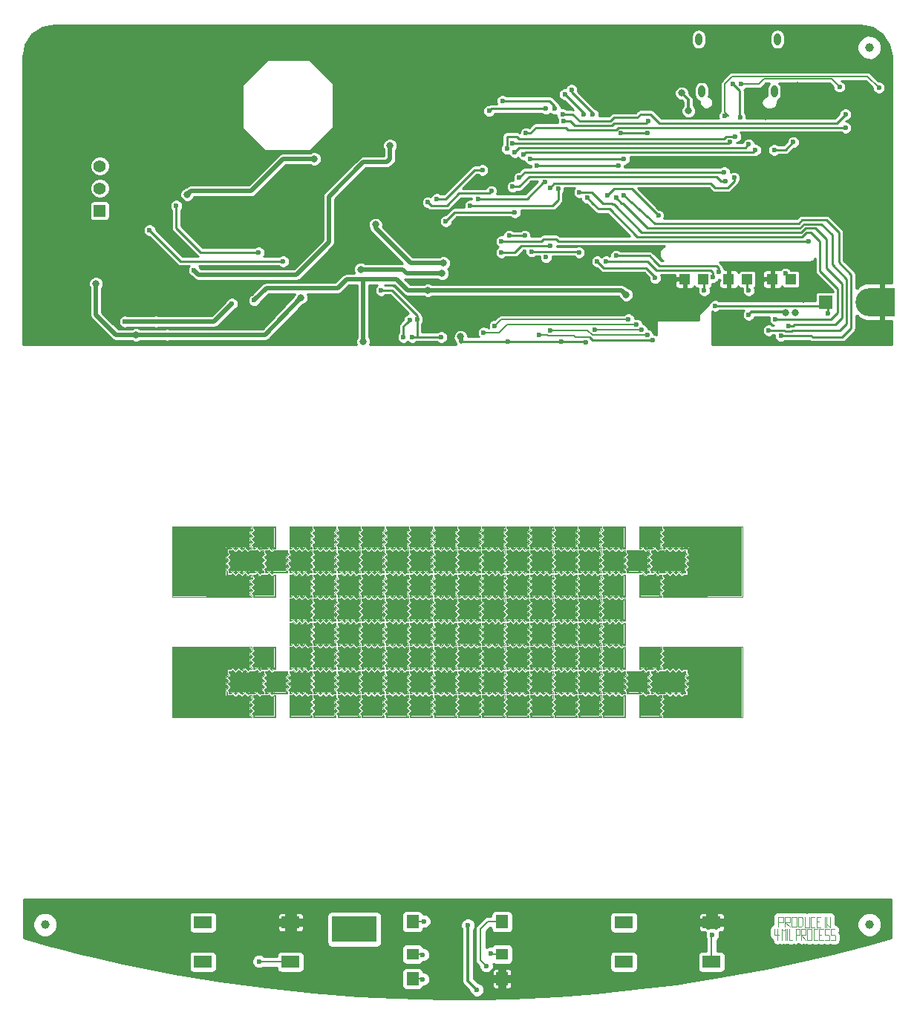
<source format=gbr>
G04 #@! TF.FileFunction,Copper,L1,Top,Signal*
%FSLAX46Y46*%
G04 Gerber Fmt 4.6, Leading zero omitted, Abs format (unit mm)*
G04 Created by KiCad (PCBNEW 4.0.6) date 07/11/18 14:22:35*
%MOMM*%
%LPD*%
G01*
G04 APERTURE LIST*
%ADD10C,0.100000*%
%ADD11C,0.150000*%
%ADD12C,0.152400*%
%ADD13R,1.198880X1.198880*%
%ADD14R,1.397000X1.397000*%
%ADD15C,1.397000*%
%ADD16R,1.400000X1.500000*%
%ADD17R,1.400000X1.300000*%
%ADD18C,1.000000*%
%ADD19R,2.100000X1.400000*%
%ADD20R,1.501140X1.501140*%
%ADD21R,2.270000X2.270000*%
%ADD22C,0.604800*%
%ADD23O,0.800000X1.400000*%
%ADD24R,3.000000X3.200000*%
%ADD25C,3.200000*%
%ADD26R,5.000000X2.400000*%
%ADD27R,2.270000X4.000000*%
%ADD28R,4.000000X8.000000*%
%ADD29R,1.500000X2.270000*%
%ADD30C,0.600000*%
%ADD31R,5.200000X3.000000*%
%ADD32C,0.800000*%
%ADD33C,0.500000*%
%ADD34C,0.300000*%
%ADD35C,0.250000*%
%ADD36C,0.200000*%
%ADD37C,0.254000*%
G04 APERTURE END LIST*
D10*
D11*
X83295000Y-93015000D02*
X83425000Y-93145000D01*
X83425000Y-93145000D02*
X83295000Y-93265000D01*
X83295000Y-93265000D02*
X83295000Y-93015000D01*
X83285000Y-92325000D02*
X83415000Y-92455000D01*
X83415000Y-92455000D02*
X83285000Y-92575000D01*
X83285000Y-92575000D02*
X83285000Y-92325000D01*
X83195000Y-91455000D02*
X83305000Y-91455000D01*
X83305000Y-91455000D02*
X83295000Y-91905000D01*
X83295000Y-91905000D02*
X83395000Y-91745000D01*
X80955000Y-92235000D02*
X80825000Y-92105000D01*
X80825000Y-92105000D02*
X80955000Y-91985000D01*
X80955000Y-91985000D02*
X80955000Y-92235000D01*
X80965000Y-92925000D02*
X80835000Y-92795000D01*
X80835000Y-92795000D02*
X80965000Y-92675000D01*
X80965000Y-92675000D02*
X80965000Y-92925000D01*
X81055000Y-93795000D02*
X80945000Y-93795000D01*
X80945000Y-93795000D02*
X80955000Y-93345000D01*
X80955000Y-93345000D02*
X80855000Y-93505000D01*
X81735000Y-93795000D02*
X81605000Y-93925000D01*
X81605000Y-93925000D02*
X81485000Y-93795000D01*
X81485000Y-93795000D02*
X81735000Y-93795000D01*
X82425000Y-93785000D02*
X82295000Y-93915000D01*
X82295000Y-93915000D02*
X82175000Y-93785000D01*
X82175000Y-93785000D02*
X82425000Y-93785000D01*
X83295000Y-93695000D02*
X83295000Y-93805000D01*
X83295000Y-93805000D02*
X82845000Y-93795000D01*
X82845000Y-93795000D02*
X83005000Y-93895000D01*
X82515000Y-91455000D02*
X82645000Y-91325000D01*
X82645000Y-91325000D02*
X82765000Y-91455000D01*
X82765000Y-91455000D02*
X82515000Y-91455000D01*
X81825000Y-91465000D02*
X81955000Y-91335000D01*
X81955000Y-91335000D02*
X82075000Y-91465000D01*
X82075000Y-91465000D02*
X81825000Y-91465000D01*
X80955000Y-91555000D02*
X80955000Y-91445000D01*
X80955000Y-91445000D02*
X81405000Y-91455000D01*
X81405000Y-91455000D02*
X81245000Y-91355000D01*
D10*
X83536000Y-91766000D02*
X83400000Y-91636000D01*
X83400000Y-91636000D02*
X83400000Y-91350000D01*
X83400000Y-91350000D02*
X83199000Y-91350000D01*
X83199000Y-91350000D02*
X82984000Y-91574000D01*
X80714000Y-93484000D02*
X80850000Y-93614000D01*
X80850000Y-93614000D02*
X80850000Y-93900000D01*
X80850000Y-93900000D02*
X81051000Y-93900000D01*
X81051000Y-93900000D02*
X81266000Y-93676000D01*
X82984000Y-94036000D02*
X83114000Y-93900000D01*
X83114000Y-93900000D02*
X83400000Y-93900000D01*
X83400000Y-93900000D02*
X83400000Y-93699000D01*
X83400000Y-93699000D02*
X83176000Y-93484000D01*
X81266000Y-91214000D02*
X81136000Y-91350000D01*
X81136000Y-91350000D02*
X80850000Y-91350000D01*
X80850000Y-91350000D02*
X80850000Y-91551000D01*
X80850000Y-91551000D02*
X81074000Y-91766000D01*
X81265625Y-91214000D02*
X81609375Y-91574000D01*
X82984375Y-94036000D02*
X82640625Y-93676000D01*
X80714000Y-93484375D02*
X81074000Y-93140625D01*
X83536000Y-91765625D02*
X83176000Y-92109375D01*
X81609375Y-91574000D02*
X81953125Y-91214000D01*
X81953125Y-91214000D02*
X82296875Y-91574000D01*
X82640625Y-93676000D02*
X82296875Y-94036000D01*
X82296875Y-94036000D02*
X81953125Y-93676000D01*
X81074000Y-93140625D02*
X80714000Y-92796875D01*
X80714000Y-92796875D02*
X81074000Y-92453125D01*
X83176000Y-92109375D02*
X83536000Y-92453125D01*
X83536000Y-92453125D02*
X83176000Y-92796875D01*
X82296875Y-91574000D02*
X82640625Y-91214000D01*
X82640625Y-91214000D02*
X82984375Y-91574000D01*
X81953125Y-93676000D02*
X81609375Y-94036000D01*
X81609375Y-94036000D02*
X81265625Y-93676000D01*
X81074000Y-92453125D02*
X80714000Y-92109375D01*
X80714000Y-92109375D02*
X81074000Y-91765625D01*
X83176000Y-92796875D02*
X83536000Y-93140625D01*
X83536000Y-93140625D02*
X83176000Y-93484375D01*
D11*
X83295000Y-106765000D02*
X83425000Y-106895000D01*
X83425000Y-106895000D02*
X83295000Y-107015000D01*
X83295000Y-107015000D02*
X83295000Y-106765000D01*
X83285000Y-106075000D02*
X83415000Y-106205000D01*
X83415000Y-106205000D02*
X83285000Y-106325000D01*
X83285000Y-106325000D02*
X83285000Y-106075000D01*
X83195000Y-105205000D02*
X83305000Y-105205000D01*
X83305000Y-105205000D02*
X83295000Y-105655000D01*
X83295000Y-105655000D02*
X83395000Y-105495000D01*
X80955000Y-105985000D02*
X80825000Y-105855000D01*
X80825000Y-105855000D02*
X80955000Y-105735000D01*
X80955000Y-105735000D02*
X80955000Y-105985000D01*
X80965000Y-106675000D02*
X80835000Y-106545000D01*
X80835000Y-106545000D02*
X80965000Y-106425000D01*
X80965000Y-106425000D02*
X80965000Y-106675000D01*
X81055000Y-107545000D02*
X80945000Y-107545000D01*
X80945000Y-107545000D02*
X80955000Y-107095000D01*
X80955000Y-107095000D02*
X80855000Y-107255000D01*
X81735000Y-107545000D02*
X81605000Y-107675000D01*
X81605000Y-107675000D02*
X81485000Y-107545000D01*
X81485000Y-107545000D02*
X81735000Y-107545000D01*
X82425000Y-107535000D02*
X82295000Y-107665000D01*
X82295000Y-107665000D02*
X82175000Y-107535000D01*
X82175000Y-107535000D02*
X82425000Y-107535000D01*
X83295000Y-107445000D02*
X83295000Y-107555000D01*
X83295000Y-107555000D02*
X82845000Y-107545000D01*
X82845000Y-107545000D02*
X83005000Y-107645000D01*
X82515000Y-105205000D02*
X82645000Y-105075000D01*
X82645000Y-105075000D02*
X82765000Y-105205000D01*
X82765000Y-105205000D02*
X82515000Y-105205000D01*
X81825000Y-105215000D02*
X81955000Y-105085000D01*
X81955000Y-105085000D02*
X82075000Y-105215000D01*
X82075000Y-105215000D02*
X81825000Y-105215000D01*
X80955000Y-105305000D02*
X80955000Y-105195000D01*
X80955000Y-105195000D02*
X81405000Y-105205000D01*
X81405000Y-105205000D02*
X81245000Y-105105000D01*
D10*
X83536000Y-105516000D02*
X83400000Y-105386000D01*
X83400000Y-105386000D02*
X83400000Y-105100000D01*
X83400000Y-105100000D02*
X83199000Y-105100000D01*
X83199000Y-105100000D02*
X82984000Y-105324000D01*
X80714000Y-107234000D02*
X80850000Y-107364000D01*
X80850000Y-107364000D02*
X80850000Y-107650000D01*
X80850000Y-107650000D02*
X81051000Y-107650000D01*
X81051000Y-107650000D02*
X81266000Y-107426000D01*
X82984000Y-107786000D02*
X83114000Y-107650000D01*
X83114000Y-107650000D02*
X83400000Y-107650000D01*
X83400000Y-107650000D02*
X83400000Y-107449000D01*
X83400000Y-107449000D02*
X83176000Y-107234000D01*
X81266000Y-104964000D02*
X81136000Y-105100000D01*
X81136000Y-105100000D02*
X80850000Y-105100000D01*
X80850000Y-105100000D02*
X80850000Y-105301000D01*
X80850000Y-105301000D02*
X81074000Y-105516000D01*
X81265625Y-104964000D02*
X81609375Y-105324000D01*
X82984375Y-107786000D02*
X82640625Y-107426000D01*
X80714000Y-107234375D02*
X81074000Y-106890625D01*
X83536000Y-105515625D02*
X83176000Y-105859375D01*
X81609375Y-105324000D02*
X81953125Y-104964000D01*
X81953125Y-104964000D02*
X82296875Y-105324000D01*
X82640625Y-107426000D02*
X82296875Y-107786000D01*
X82296875Y-107786000D02*
X81953125Y-107426000D01*
X81074000Y-106890625D02*
X80714000Y-106546875D01*
X80714000Y-106546875D02*
X81074000Y-106203125D01*
X83176000Y-105859375D02*
X83536000Y-106203125D01*
X83536000Y-106203125D02*
X83176000Y-106546875D01*
X82296875Y-105324000D02*
X82640625Y-104964000D01*
X82640625Y-104964000D02*
X82984375Y-105324000D01*
X81953125Y-107426000D02*
X81609375Y-107786000D01*
X81609375Y-107786000D02*
X81265625Y-107426000D01*
X81074000Y-106203125D02*
X80714000Y-105859375D01*
X80714000Y-105859375D02*
X81074000Y-105515625D01*
X83176000Y-106546875D02*
X83536000Y-106890625D01*
X83536000Y-106890625D02*
X83176000Y-107234375D01*
D11*
X86045000Y-93015000D02*
X86175000Y-93145000D01*
X86175000Y-93145000D02*
X86045000Y-93265000D01*
X86045000Y-93265000D02*
X86045000Y-93015000D01*
X86035000Y-92325000D02*
X86165000Y-92455000D01*
X86165000Y-92455000D02*
X86035000Y-92575000D01*
X86035000Y-92575000D02*
X86035000Y-92325000D01*
X85945000Y-91455000D02*
X86055000Y-91455000D01*
X86055000Y-91455000D02*
X86045000Y-91905000D01*
X86045000Y-91905000D02*
X86145000Y-91745000D01*
X83705000Y-92235000D02*
X83575000Y-92105000D01*
X83575000Y-92105000D02*
X83705000Y-91985000D01*
X83705000Y-91985000D02*
X83705000Y-92235000D01*
X83715000Y-92925000D02*
X83585000Y-92795000D01*
X83585000Y-92795000D02*
X83715000Y-92675000D01*
X83715000Y-92675000D02*
X83715000Y-92925000D01*
X83805000Y-93795000D02*
X83695000Y-93795000D01*
X83695000Y-93795000D02*
X83705000Y-93345000D01*
X83705000Y-93345000D02*
X83605000Y-93505000D01*
X84485000Y-93795000D02*
X84355000Y-93925000D01*
X84355000Y-93925000D02*
X84235000Y-93795000D01*
X84235000Y-93795000D02*
X84485000Y-93795000D01*
X85175000Y-93785000D02*
X85045000Y-93915000D01*
X85045000Y-93915000D02*
X84925000Y-93785000D01*
X84925000Y-93785000D02*
X85175000Y-93785000D01*
X86045000Y-93695000D02*
X86045000Y-93805000D01*
X86045000Y-93805000D02*
X85595000Y-93795000D01*
X85595000Y-93795000D02*
X85755000Y-93895000D01*
X85265000Y-91455000D02*
X85395000Y-91325000D01*
X85395000Y-91325000D02*
X85515000Y-91455000D01*
X85515000Y-91455000D02*
X85265000Y-91455000D01*
X84575000Y-91465000D02*
X84705000Y-91335000D01*
X84705000Y-91335000D02*
X84825000Y-91465000D01*
X84825000Y-91465000D02*
X84575000Y-91465000D01*
X83705000Y-91555000D02*
X83705000Y-91445000D01*
X83705000Y-91445000D02*
X84155000Y-91455000D01*
X84155000Y-91455000D02*
X83995000Y-91355000D01*
D10*
X86286000Y-91766000D02*
X86150000Y-91636000D01*
X86150000Y-91636000D02*
X86150000Y-91350000D01*
X86150000Y-91350000D02*
X85949000Y-91350000D01*
X85949000Y-91350000D02*
X85734000Y-91574000D01*
X83464000Y-93484000D02*
X83600000Y-93614000D01*
X83600000Y-93614000D02*
X83600000Y-93900000D01*
X83600000Y-93900000D02*
X83801000Y-93900000D01*
X83801000Y-93900000D02*
X84016000Y-93676000D01*
X85734000Y-94036000D02*
X85864000Y-93900000D01*
X85864000Y-93900000D02*
X86150000Y-93900000D01*
X86150000Y-93900000D02*
X86150000Y-93699000D01*
X86150000Y-93699000D02*
X85926000Y-93484000D01*
X84016000Y-91214000D02*
X83886000Y-91350000D01*
X83886000Y-91350000D02*
X83600000Y-91350000D01*
X83600000Y-91350000D02*
X83600000Y-91551000D01*
X83600000Y-91551000D02*
X83824000Y-91766000D01*
X84015625Y-91214000D02*
X84359375Y-91574000D01*
X85734375Y-94036000D02*
X85390625Y-93676000D01*
X83464000Y-93484375D02*
X83824000Y-93140625D01*
X86286000Y-91765625D02*
X85926000Y-92109375D01*
X84359375Y-91574000D02*
X84703125Y-91214000D01*
X84703125Y-91214000D02*
X85046875Y-91574000D01*
X85390625Y-93676000D02*
X85046875Y-94036000D01*
X85046875Y-94036000D02*
X84703125Y-93676000D01*
X83824000Y-93140625D02*
X83464000Y-92796875D01*
X83464000Y-92796875D02*
X83824000Y-92453125D01*
X85926000Y-92109375D02*
X86286000Y-92453125D01*
X86286000Y-92453125D02*
X85926000Y-92796875D01*
X85046875Y-91574000D02*
X85390625Y-91214000D01*
X85390625Y-91214000D02*
X85734375Y-91574000D01*
X84703125Y-93676000D02*
X84359375Y-94036000D01*
X84359375Y-94036000D02*
X84015625Y-93676000D01*
X83824000Y-92453125D02*
X83464000Y-92109375D01*
X83464000Y-92109375D02*
X83824000Y-91765625D01*
X85926000Y-92796875D02*
X86286000Y-93140625D01*
X86286000Y-93140625D02*
X85926000Y-93484375D01*
D11*
X86045000Y-95765000D02*
X86175000Y-95895000D01*
X86175000Y-95895000D02*
X86045000Y-96015000D01*
X86045000Y-96015000D02*
X86045000Y-95765000D01*
X86035000Y-95075000D02*
X86165000Y-95205000D01*
X86165000Y-95205000D02*
X86035000Y-95325000D01*
X86035000Y-95325000D02*
X86035000Y-95075000D01*
X85945000Y-94205000D02*
X86055000Y-94205000D01*
X86055000Y-94205000D02*
X86045000Y-94655000D01*
X86045000Y-94655000D02*
X86145000Y-94495000D01*
X83705000Y-94985000D02*
X83575000Y-94855000D01*
X83575000Y-94855000D02*
X83705000Y-94735000D01*
X83705000Y-94735000D02*
X83705000Y-94985000D01*
X83715000Y-95675000D02*
X83585000Y-95545000D01*
X83585000Y-95545000D02*
X83715000Y-95425000D01*
X83715000Y-95425000D02*
X83715000Y-95675000D01*
X83805000Y-96545000D02*
X83695000Y-96545000D01*
X83695000Y-96545000D02*
X83705000Y-96095000D01*
X83705000Y-96095000D02*
X83605000Y-96255000D01*
X84485000Y-96545000D02*
X84355000Y-96675000D01*
X84355000Y-96675000D02*
X84235000Y-96545000D01*
X84235000Y-96545000D02*
X84485000Y-96545000D01*
X85175000Y-96535000D02*
X85045000Y-96665000D01*
X85045000Y-96665000D02*
X84925000Y-96535000D01*
X84925000Y-96535000D02*
X85175000Y-96535000D01*
X86045000Y-96445000D02*
X86045000Y-96555000D01*
X86045000Y-96555000D02*
X85595000Y-96545000D01*
X85595000Y-96545000D02*
X85755000Y-96645000D01*
X85265000Y-94205000D02*
X85395000Y-94075000D01*
X85395000Y-94075000D02*
X85515000Y-94205000D01*
X85515000Y-94205000D02*
X85265000Y-94205000D01*
X84575000Y-94215000D02*
X84705000Y-94085000D01*
X84705000Y-94085000D02*
X84825000Y-94215000D01*
X84825000Y-94215000D02*
X84575000Y-94215000D01*
X83705000Y-94305000D02*
X83705000Y-94195000D01*
X83705000Y-94195000D02*
X84155000Y-94205000D01*
X84155000Y-94205000D02*
X83995000Y-94105000D01*
D10*
X86286000Y-94516000D02*
X86150000Y-94386000D01*
X86150000Y-94386000D02*
X86150000Y-94100000D01*
X86150000Y-94100000D02*
X85949000Y-94100000D01*
X85949000Y-94100000D02*
X85734000Y-94324000D01*
X83464000Y-96234000D02*
X83600000Y-96364000D01*
X83600000Y-96364000D02*
X83600000Y-96650000D01*
X83600000Y-96650000D02*
X83801000Y-96650000D01*
X83801000Y-96650000D02*
X84016000Y-96426000D01*
X85734000Y-96786000D02*
X85864000Y-96650000D01*
X85864000Y-96650000D02*
X86150000Y-96650000D01*
X86150000Y-96650000D02*
X86150000Y-96449000D01*
X86150000Y-96449000D02*
X85926000Y-96234000D01*
X84016000Y-93964000D02*
X83886000Y-94100000D01*
X83886000Y-94100000D02*
X83600000Y-94100000D01*
X83600000Y-94100000D02*
X83600000Y-94301000D01*
X83600000Y-94301000D02*
X83824000Y-94516000D01*
X84015625Y-93964000D02*
X84359375Y-94324000D01*
X85734375Y-96786000D02*
X85390625Y-96426000D01*
X83464000Y-96234375D02*
X83824000Y-95890625D01*
X86286000Y-94515625D02*
X85926000Y-94859375D01*
X84359375Y-94324000D02*
X84703125Y-93964000D01*
X84703125Y-93964000D02*
X85046875Y-94324000D01*
X85390625Y-96426000D02*
X85046875Y-96786000D01*
X85046875Y-96786000D02*
X84703125Y-96426000D01*
X83824000Y-95890625D02*
X83464000Y-95546875D01*
X83464000Y-95546875D02*
X83824000Y-95203125D01*
X85926000Y-94859375D02*
X86286000Y-95203125D01*
X86286000Y-95203125D02*
X85926000Y-95546875D01*
X85046875Y-94324000D02*
X85390625Y-93964000D01*
X85390625Y-93964000D02*
X85734375Y-94324000D01*
X84703125Y-96426000D02*
X84359375Y-96786000D01*
X84359375Y-96786000D02*
X84015625Y-96426000D01*
X83824000Y-95203125D02*
X83464000Y-94859375D01*
X83464000Y-94859375D02*
X83824000Y-94515625D01*
X85926000Y-95546875D02*
X86286000Y-95890625D01*
X86286000Y-95890625D02*
X85926000Y-96234375D01*
D11*
X86045000Y-98515000D02*
X86175000Y-98645000D01*
X86175000Y-98645000D02*
X86045000Y-98765000D01*
X86045000Y-98765000D02*
X86045000Y-98515000D01*
X86035000Y-97825000D02*
X86165000Y-97955000D01*
X86165000Y-97955000D02*
X86035000Y-98075000D01*
X86035000Y-98075000D02*
X86035000Y-97825000D01*
X85945000Y-96955000D02*
X86055000Y-96955000D01*
X86055000Y-96955000D02*
X86045000Y-97405000D01*
X86045000Y-97405000D02*
X86145000Y-97245000D01*
X83705000Y-97735000D02*
X83575000Y-97605000D01*
X83575000Y-97605000D02*
X83705000Y-97485000D01*
X83705000Y-97485000D02*
X83705000Y-97735000D01*
X83715000Y-98425000D02*
X83585000Y-98295000D01*
X83585000Y-98295000D02*
X83715000Y-98175000D01*
X83715000Y-98175000D02*
X83715000Y-98425000D01*
X83805000Y-99295000D02*
X83695000Y-99295000D01*
X83695000Y-99295000D02*
X83705000Y-98845000D01*
X83705000Y-98845000D02*
X83605000Y-99005000D01*
X84485000Y-99295000D02*
X84355000Y-99425000D01*
X84355000Y-99425000D02*
X84235000Y-99295000D01*
X84235000Y-99295000D02*
X84485000Y-99295000D01*
X85175000Y-99285000D02*
X85045000Y-99415000D01*
X85045000Y-99415000D02*
X84925000Y-99285000D01*
X84925000Y-99285000D02*
X85175000Y-99285000D01*
X86045000Y-99195000D02*
X86045000Y-99305000D01*
X86045000Y-99305000D02*
X85595000Y-99295000D01*
X85595000Y-99295000D02*
X85755000Y-99395000D01*
X85265000Y-96955000D02*
X85395000Y-96825000D01*
X85395000Y-96825000D02*
X85515000Y-96955000D01*
X85515000Y-96955000D02*
X85265000Y-96955000D01*
X84575000Y-96965000D02*
X84705000Y-96835000D01*
X84705000Y-96835000D02*
X84825000Y-96965000D01*
X84825000Y-96965000D02*
X84575000Y-96965000D01*
X83705000Y-97055000D02*
X83705000Y-96945000D01*
X83705000Y-96945000D02*
X84155000Y-96955000D01*
X84155000Y-96955000D02*
X83995000Y-96855000D01*
D10*
X86286000Y-97266000D02*
X86150000Y-97136000D01*
X86150000Y-97136000D02*
X86150000Y-96850000D01*
X86150000Y-96850000D02*
X85949000Y-96850000D01*
X85949000Y-96850000D02*
X85734000Y-97074000D01*
X83464000Y-98984000D02*
X83600000Y-99114000D01*
X83600000Y-99114000D02*
X83600000Y-99400000D01*
X83600000Y-99400000D02*
X83801000Y-99400000D01*
X83801000Y-99400000D02*
X84016000Y-99176000D01*
X85734000Y-99536000D02*
X85864000Y-99400000D01*
X85864000Y-99400000D02*
X86150000Y-99400000D01*
X86150000Y-99400000D02*
X86150000Y-99199000D01*
X86150000Y-99199000D02*
X85926000Y-98984000D01*
X84016000Y-96714000D02*
X83886000Y-96850000D01*
X83886000Y-96850000D02*
X83600000Y-96850000D01*
X83600000Y-96850000D02*
X83600000Y-97051000D01*
X83600000Y-97051000D02*
X83824000Y-97266000D01*
X84015625Y-96714000D02*
X84359375Y-97074000D01*
X85734375Y-99536000D02*
X85390625Y-99176000D01*
X83464000Y-98984375D02*
X83824000Y-98640625D01*
X86286000Y-97265625D02*
X85926000Y-97609375D01*
X84359375Y-97074000D02*
X84703125Y-96714000D01*
X84703125Y-96714000D02*
X85046875Y-97074000D01*
X85390625Y-99176000D02*
X85046875Y-99536000D01*
X85046875Y-99536000D02*
X84703125Y-99176000D01*
X83824000Y-98640625D02*
X83464000Y-98296875D01*
X83464000Y-98296875D02*
X83824000Y-97953125D01*
X85926000Y-97609375D02*
X86286000Y-97953125D01*
X86286000Y-97953125D02*
X85926000Y-98296875D01*
X85046875Y-97074000D02*
X85390625Y-96714000D01*
X85390625Y-96714000D02*
X85734375Y-97074000D01*
X84703125Y-99176000D02*
X84359375Y-99536000D01*
X84359375Y-99536000D02*
X84015625Y-99176000D01*
X83824000Y-97953125D02*
X83464000Y-97609375D01*
X83464000Y-97609375D02*
X83824000Y-97265625D01*
X85926000Y-98296875D02*
X86286000Y-98640625D01*
X86286000Y-98640625D02*
X85926000Y-98984375D01*
D11*
X86045000Y-101265000D02*
X86175000Y-101395000D01*
X86175000Y-101395000D02*
X86045000Y-101515000D01*
X86045000Y-101515000D02*
X86045000Y-101265000D01*
X86035000Y-100575000D02*
X86165000Y-100705000D01*
X86165000Y-100705000D02*
X86035000Y-100825000D01*
X86035000Y-100825000D02*
X86035000Y-100575000D01*
X85945000Y-99705000D02*
X86055000Y-99705000D01*
X86055000Y-99705000D02*
X86045000Y-100155000D01*
X86045000Y-100155000D02*
X86145000Y-99995000D01*
X83705000Y-100485000D02*
X83575000Y-100355000D01*
X83575000Y-100355000D02*
X83705000Y-100235000D01*
X83705000Y-100235000D02*
X83705000Y-100485000D01*
X83715000Y-101175000D02*
X83585000Y-101045000D01*
X83585000Y-101045000D02*
X83715000Y-100925000D01*
X83715000Y-100925000D02*
X83715000Y-101175000D01*
X83805000Y-102045000D02*
X83695000Y-102045000D01*
X83695000Y-102045000D02*
X83705000Y-101595000D01*
X83705000Y-101595000D02*
X83605000Y-101755000D01*
X84485000Y-102045000D02*
X84355000Y-102175000D01*
X84355000Y-102175000D02*
X84235000Y-102045000D01*
X84235000Y-102045000D02*
X84485000Y-102045000D01*
X85175000Y-102035000D02*
X85045000Y-102165000D01*
X85045000Y-102165000D02*
X84925000Y-102035000D01*
X84925000Y-102035000D02*
X85175000Y-102035000D01*
X86045000Y-101945000D02*
X86045000Y-102055000D01*
X86045000Y-102055000D02*
X85595000Y-102045000D01*
X85595000Y-102045000D02*
X85755000Y-102145000D01*
X85265000Y-99705000D02*
X85395000Y-99575000D01*
X85395000Y-99575000D02*
X85515000Y-99705000D01*
X85515000Y-99705000D02*
X85265000Y-99705000D01*
X84575000Y-99715000D02*
X84705000Y-99585000D01*
X84705000Y-99585000D02*
X84825000Y-99715000D01*
X84825000Y-99715000D02*
X84575000Y-99715000D01*
X83705000Y-99805000D02*
X83705000Y-99695000D01*
X83705000Y-99695000D02*
X84155000Y-99705000D01*
X84155000Y-99705000D02*
X83995000Y-99605000D01*
D10*
X86286000Y-100016000D02*
X86150000Y-99886000D01*
X86150000Y-99886000D02*
X86150000Y-99600000D01*
X86150000Y-99600000D02*
X85949000Y-99600000D01*
X85949000Y-99600000D02*
X85734000Y-99824000D01*
X83464000Y-101734000D02*
X83600000Y-101864000D01*
X83600000Y-101864000D02*
X83600000Y-102150000D01*
X83600000Y-102150000D02*
X83801000Y-102150000D01*
X83801000Y-102150000D02*
X84016000Y-101926000D01*
X85734000Y-102286000D02*
X85864000Y-102150000D01*
X85864000Y-102150000D02*
X86150000Y-102150000D01*
X86150000Y-102150000D02*
X86150000Y-101949000D01*
X86150000Y-101949000D02*
X85926000Y-101734000D01*
X84016000Y-99464000D02*
X83886000Y-99600000D01*
X83886000Y-99600000D02*
X83600000Y-99600000D01*
X83600000Y-99600000D02*
X83600000Y-99801000D01*
X83600000Y-99801000D02*
X83824000Y-100016000D01*
X84015625Y-99464000D02*
X84359375Y-99824000D01*
X85734375Y-102286000D02*
X85390625Y-101926000D01*
X83464000Y-101734375D02*
X83824000Y-101390625D01*
X86286000Y-100015625D02*
X85926000Y-100359375D01*
X84359375Y-99824000D02*
X84703125Y-99464000D01*
X84703125Y-99464000D02*
X85046875Y-99824000D01*
X85390625Y-101926000D02*
X85046875Y-102286000D01*
X85046875Y-102286000D02*
X84703125Y-101926000D01*
X83824000Y-101390625D02*
X83464000Y-101046875D01*
X83464000Y-101046875D02*
X83824000Y-100703125D01*
X85926000Y-100359375D02*
X86286000Y-100703125D01*
X86286000Y-100703125D02*
X85926000Y-101046875D01*
X85046875Y-99824000D02*
X85390625Y-99464000D01*
X85390625Y-99464000D02*
X85734375Y-99824000D01*
X84703125Y-101926000D02*
X84359375Y-102286000D01*
X84359375Y-102286000D02*
X84015625Y-101926000D01*
X83824000Y-100703125D02*
X83464000Y-100359375D01*
X83464000Y-100359375D02*
X83824000Y-100015625D01*
X85926000Y-101046875D02*
X86286000Y-101390625D01*
X86286000Y-101390625D02*
X85926000Y-101734375D01*
D11*
X86045000Y-104015000D02*
X86175000Y-104145000D01*
X86175000Y-104145000D02*
X86045000Y-104265000D01*
X86045000Y-104265000D02*
X86045000Y-104015000D01*
X86035000Y-103325000D02*
X86165000Y-103455000D01*
X86165000Y-103455000D02*
X86035000Y-103575000D01*
X86035000Y-103575000D02*
X86035000Y-103325000D01*
X85945000Y-102455000D02*
X86055000Y-102455000D01*
X86055000Y-102455000D02*
X86045000Y-102905000D01*
X86045000Y-102905000D02*
X86145000Y-102745000D01*
X83705000Y-103235000D02*
X83575000Y-103105000D01*
X83575000Y-103105000D02*
X83705000Y-102985000D01*
X83705000Y-102985000D02*
X83705000Y-103235000D01*
X83715000Y-103925000D02*
X83585000Y-103795000D01*
X83585000Y-103795000D02*
X83715000Y-103675000D01*
X83715000Y-103675000D02*
X83715000Y-103925000D01*
X83805000Y-104795000D02*
X83695000Y-104795000D01*
X83695000Y-104795000D02*
X83705000Y-104345000D01*
X83705000Y-104345000D02*
X83605000Y-104505000D01*
X84485000Y-104795000D02*
X84355000Y-104925000D01*
X84355000Y-104925000D02*
X84235000Y-104795000D01*
X84235000Y-104795000D02*
X84485000Y-104795000D01*
X85175000Y-104785000D02*
X85045000Y-104915000D01*
X85045000Y-104915000D02*
X84925000Y-104785000D01*
X84925000Y-104785000D02*
X85175000Y-104785000D01*
X86045000Y-104695000D02*
X86045000Y-104805000D01*
X86045000Y-104805000D02*
X85595000Y-104795000D01*
X85595000Y-104795000D02*
X85755000Y-104895000D01*
X85265000Y-102455000D02*
X85395000Y-102325000D01*
X85395000Y-102325000D02*
X85515000Y-102455000D01*
X85515000Y-102455000D02*
X85265000Y-102455000D01*
X84575000Y-102465000D02*
X84705000Y-102335000D01*
X84705000Y-102335000D02*
X84825000Y-102465000D01*
X84825000Y-102465000D02*
X84575000Y-102465000D01*
X83705000Y-102555000D02*
X83705000Y-102445000D01*
X83705000Y-102445000D02*
X84155000Y-102455000D01*
X84155000Y-102455000D02*
X83995000Y-102355000D01*
D10*
X86286000Y-102766000D02*
X86150000Y-102636000D01*
X86150000Y-102636000D02*
X86150000Y-102350000D01*
X86150000Y-102350000D02*
X85949000Y-102350000D01*
X85949000Y-102350000D02*
X85734000Y-102574000D01*
X83464000Y-104484000D02*
X83600000Y-104614000D01*
X83600000Y-104614000D02*
X83600000Y-104900000D01*
X83600000Y-104900000D02*
X83801000Y-104900000D01*
X83801000Y-104900000D02*
X84016000Y-104676000D01*
X85734000Y-105036000D02*
X85864000Y-104900000D01*
X85864000Y-104900000D02*
X86150000Y-104900000D01*
X86150000Y-104900000D02*
X86150000Y-104699000D01*
X86150000Y-104699000D02*
X85926000Y-104484000D01*
X84016000Y-102214000D02*
X83886000Y-102350000D01*
X83886000Y-102350000D02*
X83600000Y-102350000D01*
X83600000Y-102350000D02*
X83600000Y-102551000D01*
X83600000Y-102551000D02*
X83824000Y-102766000D01*
X84015625Y-102214000D02*
X84359375Y-102574000D01*
X85734375Y-105036000D02*
X85390625Y-104676000D01*
X83464000Y-104484375D02*
X83824000Y-104140625D01*
X86286000Y-102765625D02*
X85926000Y-103109375D01*
X84359375Y-102574000D02*
X84703125Y-102214000D01*
X84703125Y-102214000D02*
X85046875Y-102574000D01*
X85390625Y-104676000D02*
X85046875Y-105036000D01*
X85046875Y-105036000D02*
X84703125Y-104676000D01*
X83824000Y-104140625D02*
X83464000Y-103796875D01*
X83464000Y-103796875D02*
X83824000Y-103453125D01*
X85926000Y-103109375D02*
X86286000Y-103453125D01*
X86286000Y-103453125D02*
X85926000Y-103796875D01*
X85046875Y-102574000D02*
X85390625Y-102214000D01*
X85390625Y-102214000D02*
X85734375Y-102574000D01*
X84703125Y-104676000D02*
X84359375Y-105036000D01*
X84359375Y-105036000D02*
X84015625Y-104676000D01*
X83824000Y-103453125D02*
X83464000Y-103109375D01*
X83464000Y-103109375D02*
X83824000Y-102765625D01*
X85926000Y-103796875D02*
X86286000Y-104140625D01*
X86286000Y-104140625D02*
X85926000Y-104484375D01*
D11*
X86045000Y-106765000D02*
X86175000Y-106895000D01*
X86175000Y-106895000D02*
X86045000Y-107015000D01*
X86045000Y-107015000D02*
X86045000Y-106765000D01*
X86035000Y-106075000D02*
X86165000Y-106205000D01*
X86165000Y-106205000D02*
X86035000Y-106325000D01*
X86035000Y-106325000D02*
X86035000Y-106075000D01*
X85945000Y-105205000D02*
X86055000Y-105205000D01*
X86055000Y-105205000D02*
X86045000Y-105655000D01*
X86045000Y-105655000D02*
X86145000Y-105495000D01*
X83705000Y-105985000D02*
X83575000Y-105855000D01*
X83575000Y-105855000D02*
X83705000Y-105735000D01*
X83705000Y-105735000D02*
X83705000Y-105985000D01*
X83715000Y-106675000D02*
X83585000Y-106545000D01*
X83585000Y-106545000D02*
X83715000Y-106425000D01*
X83715000Y-106425000D02*
X83715000Y-106675000D01*
X83805000Y-107545000D02*
X83695000Y-107545000D01*
X83695000Y-107545000D02*
X83705000Y-107095000D01*
X83705000Y-107095000D02*
X83605000Y-107255000D01*
X84485000Y-107545000D02*
X84355000Y-107675000D01*
X84355000Y-107675000D02*
X84235000Y-107545000D01*
X84235000Y-107545000D02*
X84485000Y-107545000D01*
X85175000Y-107535000D02*
X85045000Y-107665000D01*
X85045000Y-107665000D02*
X84925000Y-107535000D01*
X84925000Y-107535000D02*
X85175000Y-107535000D01*
X86045000Y-107445000D02*
X86045000Y-107555000D01*
X86045000Y-107555000D02*
X85595000Y-107545000D01*
X85595000Y-107545000D02*
X85755000Y-107645000D01*
X85265000Y-105205000D02*
X85395000Y-105075000D01*
X85395000Y-105075000D02*
X85515000Y-105205000D01*
X85515000Y-105205000D02*
X85265000Y-105205000D01*
X84575000Y-105215000D02*
X84705000Y-105085000D01*
X84705000Y-105085000D02*
X84825000Y-105215000D01*
X84825000Y-105215000D02*
X84575000Y-105215000D01*
X83705000Y-105305000D02*
X83705000Y-105195000D01*
X83705000Y-105195000D02*
X84155000Y-105205000D01*
X84155000Y-105205000D02*
X83995000Y-105105000D01*
D10*
X86286000Y-105516000D02*
X86150000Y-105386000D01*
X86150000Y-105386000D02*
X86150000Y-105100000D01*
X86150000Y-105100000D02*
X85949000Y-105100000D01*
X85949000Y-105100000D02*
X85734000Y-105324000D01*
X83464000Y-107234000D02*
X83600000Y-107364000D01*
X83600000Y-107364000D02*
X83600000Y-107650000D01*
X83600000Y-107650000D02*
X83801000Y-107650000D01*
X83801000Y-107650000D02*
X84016000Y-107426000D01*
X85734000Y-107786000D02*
X85864000Y-107650000D01*
X85864000Y-107650000D02*
X86150000Y-107650000D01*
X86150000Y-107650000D02*
X86150000Y-107449000D01*
X86150000Y-107449000D02*
X85926000Y-107234000D01*
X84016000Y-104964000D02*
X83886000Y-105100000D01*
X83886000Y-105100000D02*
X83600000Y-105100000D01*
X83600000Y-105100000D02*
X83600000Y-105301000D01*
X83600000Y-105301000D02*
X83824000Y-105516000D01*
X84015625Y-104964000D02*
X84359375Y-105324000D01*
X85734375Y-107786000D02*
X85390625Y-107426000D01*
X83464000Y-107234375D02*
X83824000Y-106890625D01*
X86286000Y-105515625D02*
X85926000Y-105859375D01*
X84359375Y-105324000D02*
X84703125Y-104964000D01*
X84703125Y-104964000D02*
X85046875Y-105324000D01*
X85390625Y-107426000D02*
X85046875Y-107786000D01*
X85046875Y-107786000D02*
X84703125Y-107426000D01*
X83824000Y-106890625D02*
X83464000Y-106546875D01*
X83464000Y-106546875D02*
X83824000Y-106203125D01*
X85926000Y-105859375D02*
X86286000Y-106203125D01*
X86286000Y-106203125D02*
X85926000Y-106546875D01*
X85046875Y-105324000D02*
X85390625Y-104964000D01*
X85390625Y-104964000D02*
X85734375Y-105324000D01*
X84703125Y-107426000D02*
X84359375Y-107786000D01*
X84359375Y-107786000D02*
X84015625Y-107426000D01*
X83824000Y-106203125D02*
X83464000Y-105859375D01*
X83464000Y-105859375D02*
X83824000Y-105515625D01*
X85926000Y-106546875D02*
X86286000Y-106890625D01*
X86286000Y-106890625D02*
X85926000Y-107234375D01*
D11*
X88795000Y-93015000D02*
X88925000Y-93145000D01*
X88925000Y-93145000D02*
X88795000Y-93265000D01*
X88795000Y-93265000D02*
X88795000Y-93015000D01*
X88785000Y-92325000D02*
X88915000Y-92455000D01*
X88915000Y-92455000D02*
X88785000Y-92575000D01*
X88785000Y-92575000D02*
X88785000Y-92325000D01*
X88695000Y-91455000D02*
X88805000Y-91455000D01*
X88805000Y-91455000D02*
X88795000Y-91905000D01*
X88795000Y-91905000D02*
X88895000Y-91745000D01*
X86455000Y-92235000D02*
X86325000Y-92105000D01*
X86325000Y-92105000D02*
X86455000Y-91985000D01*
X86455000Y-91985000D02*
X86455000Y-92235000D01*
X86465000Y-92925000D02*
X86335000Y-92795000D01*
X86335000Y-92795000D02*
X86465000Y-92675000D01*
X86465000Y-92675000D02*
X86465000Y-92925000D01*
X86555000Y-93795000D02*
X86445000Y-93795000D01*
X86445000Y-93795000D02*
X86455000Y-93345000D01*
X86455000Y-93345000D02*
X86355000Y-93505000D01*
X87235000Y-93795000D02*
X87105000Y-93925000D01*
X87105000Y-93925000D02*
X86985000Y-93795000D01*
X86985000Y-93795000D02*
X87235000Y-93795000D01*
X87925000Y-93785000D02*
X87795000Y-93915000D01*
X87795000Y-93915000D02*
X87675000Y-93785000D01*
X87675000Y-93785000D02*
X87925000Y-93785000D01*
X88795000Y-93695000D02*
X88795000Y-93805000D01*
X88795000Y-93805000D02*
X88345000Y-93795000D01*
X88345000Y-93795000D02*
X88505000Y-93895000D01*
X88015000Y-91455000D02*
X88145000Y-91325000D01*
X88145000Y-91325000D02*
X88265000Y-91455000D01*
X88265000Y-91455000D02*
X88015000Y-91455000D01*
X87325000Y-91465000D02*
X87455000Y-91335000D01*
X87455000Y-91335000D02*
X87575000Y-91465000D01*
X87575000Y-91465000D02*
X87325000Y-91465000D01*
X86455000Y-91555000D02*
X86455000Y-91445000D01*
X86455000Y-91445000D02*
X86905000Y-91455000D01*
X86905000Y-91455000D02*
X86745000Y-91355000D01*
D10*
X89036000Y-91766000D02*
X88900000Y-91636000D01*
X88900000Y-91636000D02*
X88900000Y-91350000D01*
X88900000Y-91350000D02*
X88699000Y-91350000D01*
X88699000Y-91350000D02*
X88484000Y-91574000D01*
X86214000Y-93484000D02*
X86350000Y-93614000D01*
X86350000Y-93614000D02*
X86350000Y-93900000D01*
X86350000Y-93900000D02*
X86551000Y-93900000D01*
X86551000Y-93900000D02*
X86766000Y-93676000D01*
X88484000Y-94036000D02*
X88614000Y-93900000D01*
X88614000Y-93900000D02*
X88900000Y-93900000D01*
X88900000Y-93900000D02*
X88900000Y-93699000D01*
X88900000Y-93699000D02*
X88676000Y-93484000D01*
X86766000Y-91214000D02*
X86636000Y-91350000D01*
X86636000Y-91350000D02*
X86350000Y-91350000D01*
X86350000Y-91350000D02*
X86350000Y-91551000D01*
X86350000Y-91551000D02*
X86574000Y-91766000D01*
X86765625Y-91214000D02*
X87109375Y-91574000D01*
X88484375Y-94036000D02*
X88140625Y-93676000D01*
X86214000Y-93484375D02*
X86574000Y-93140625D01*
X89036000Y-91765625D02*
X88676000Y-92109375D01*
X87109375Y-91574000D02*
X87453125Y-91214000D01*
X87453125Y-91214000D02*
X87796875Y-91574000D01*
X88140625Y-93676000D02*
X87796875Y-94036000D01*
X87796875Y-94036000D02*
X87453125Y-93676000D01*
X86574000Y-93140625D02*
X86214000Y-92796875D01*
X86214000Y-92796875D02*
X86574000Y-92453125D01*
X88676000Y-92109375D02*
X89036000Y-92453125D01*
X89036000Y-92453125D02*
X88676000Y-92796875D01*
X87796875Y-91574000D02*
X88140625Y-91214000D01*
X88140625Y-91214000D02*
X88484375Y-91574000D01*
X87453125Y-93676000D02*
X87109375Y-94036000D01*
X87109375Y-94036000D02*
X86765625Y-93676000D01*
X86574000Y-92453125D02*
X86214000Y-92109375D01*
X86214000Y-92109375D02*
X86574000Y-91765625D01*
X88676000Y-92796875D02*
X89036000Y-93140625D01*
X89036000Y-93140625D02*
X88676000Y-93484375D01*
D11*
X88795000Y-95765000D02*
X88925000Y-95895000D01*
X88925000Y-95895000D02*
X88795000Y-96015000D01*
X88795000Y-96015000D02*
X88795000Y-95765000D01*
X88785000Y-95075000D02*
X88915000Y-95205000D01*
X88915000Y-95205000D02*
X88785000Y-95325000D01*
X88785000Y-95325000D02*
X88785000Y-95075000D01*
X88695000Y-94205000D02*
X88805000Y-94205000D01*
X88805000Y-94205000D02*
X88795000Y-94655000D01*
X88795000Y-94655000D02*
X88895000Y-94495000D01*
X86455000Y-94985000D02*
X86325000Y-94855000D01*
X86325000Y-94855000D02*
X86455000Y-94735000D01*
X86455000Y-94735000D02*
X86455000Y-94985000D01*
X86465000Y-95675000D02*
X86335000Y-95545000D01*
X86335000Y-95545000D02*
X86465000Y-95425000D01*
X86465000Y-95425000D02*
X86465000Y-95675000D01*
X86555000Y-96545000D02*
X86445000Y-96545000D01*
X86445000Y-96545000D02*
X86455000Y-96095000D01*
X86455000Y-96095000D02*
X86355000Y-96255000D01*
X87235000Y-96545000D02*
X87105000Y-96675000D01*
X87105000Y-96675000D02*
X86985000Y-96545000D01*
X86985000Y-96545000D02*
X87235000Y-96545000D01*
X87925000Y-96535000D02*
X87795000Y-96665000D01*
X87795000Y-96665000D02*
X87675000Y-96535000D01*
X87675000Y-96535000D02*
X87925000Y-96535000D01*
X88795000Y-96445000D02*
X88795000Y-96555000D01*
X88795000Y-96555000D02*
X88345000Y-96545000D01*
X88345000Y-96545000D02*
X88505000Y-96645000D01*
X88015000Y-94205000D02*
X88145000Y-94075000D01*
X88145000Y-94075000D02*
X88265000Y-94205000D01*
X88265000Y-94205000D02*
X88015000Y-94205000D01*
X87325000Y-94215000D02*
X87455000Y-94085000D01*
X87455000Y-94085000D02*
X87575000Y-94215000D01*
X87575000Y-94215000D02*
X87325000Y-94215000D01*
X86455000Y-94305000D02*
X86455000Y-94195000D01*
X86455000Y-94195000D02*
X86905000Y-94205000D01*
X86905000Y-94205000D02*
X86745000Y-94105000D01*
D10*
X89036000Y-94516000D02*
X88900000Y-94386000D01*
X88900000Y-94386000D02*
X88900000Y-94100000D01*
X88900000Y-94100000D02*
X88699000Y-94100000D01*
X88699000Y-94100000D02*
X88484000Y-94324000D01*
X86214000Y-96234000D02*
X86350000Y-96364000D01*
X86350000Y-96364000D02*
X86350000Y-96650000D01*
X86350000Y-96650000D02*
X86551000Y-96650000D01*
X86551000Y-96650000D02*
X86766000Y-96426000D01*
X88484000Y-96786000D02*
X88614000Y-96650000D01*
X88614000Y-96650000D02*
X88900000Y-96650000D01*
X88900000Y-96650000D02*
X88900000Y-96449000D01*
X88900000Y-96449000D02*
X88676000Y-96234000D01*
X86766000Y-93964000D02*
X86636000Y-94100000D01*
X86636000Y-94100000D02*
X86350000Y-94100000D01*
X86350000Y-94100000D02*
X86350000Y-94301000D01*
X86350000Y-94301000D02*
X86574000Y-94516000D01*
X86765625Y-93964000D02*
X87109375Y-94324000D01*
X88484375Y-96786000D02*
X88140625Y-96426000D01*
X86214000Y-96234375D02*
X86574000Y-95890625D01*
X89036000Y-94515625D02*
X88676000Y-94859375D01*
X87109375Y-94324000D02*
X87453125Y-93964000D01*
X87453125Y-93964000D02*
X87796875Y-94324000D01*
X88140625Y-96426000D02*
X87796875Y-96786000D01*
X87796875Y-96786000D02*
X87453125Y-96426000D01*
X86574000Y-95890625D02*
X86214000Y-95546875D01*
X86214000Y-95546875D02*
X86574000Y-95203125D01*
X88676000Y-94859375D02*
X89036000Y-95203125D01*
X89036000Y-95203125D02*
X88676000Y-95546875D01*
X87796875Y-94324000D02*
X88140625Y-93964000D01*
X88140625Y-93964000D02*
X88484375Y-94324000D01*
X87453125Y-96426000D02*
X87109375Y-96786000D01*
X87109375Y-96786000D02*
X86765625Y-96426000D01*
X86574000Y-95203125D02*
X86214000Y-94859375D01*
X86214000Y-94859375D02*
X86574000Y-94515625D01*
X88676000Y-95546875D02*
X89036000Y-95890625D01*
X89036000Y-95890625D02*
X88676000Y-96234375D01*
D11*
X88795000Y-98515000D02*
X88925000Y-98645000D01*
X88925000Y-98645000D02*
X88795000Y-98765000D01*
X88795000Y-98765000D02*
X88795000Y-98515000D01*
X88785000Y-97825000D02*
X88915000Y-97955000D01*
X88915000Y-97955000D02*
X88785000Y-98075000D01*
X88785000Y-98075000D02*
X88785000Y-97825000D01*
X88695000Y-96955000D02*
X88805000Y-96955000D01*
X88805000Y-96955000D02*
X88795000Y-97405000D01*
X88795000Y-97405000D02*
X88895000Y-97245000D01*
X86455000Y-97735000D02*
X86325000Y-97605000D01*
X86325000Y-97605000D02*
X86455000Y-97485000D01*
X86455000Y-97485000D02*
X86455000Y-97735000D01*
X86465000Y-98425000D02*
X86335000Y-98295000D01*
X86335000Y-98295000D02*
X86465000Y-98175000D01*
X86465000Y-98175000D02*
X86465000Y-98425000D01*
X86555000Y-99295000D02*
X86445000Y-99295000D01*
X86445000Y-99295000D02*
X86455000Y-98845000D01*
X86455000Y-98845000D02*
X86355000Y-99005000D01*
X87235000Y-99295000D02*
X87105000Y-99425000D01*
X87105000Y-99425000D02*
X86985000Y-99295000D01*
X86985000Y-99295000D02*
X87235000Y-99295000D01*
X87925000Y-99285000D02*
X87795000Y-99415000D01*
X87795000Y-99415000D02*
X87675000Y-99285000D01*
X87675000Y-99285000D02*
X87925000Y-99285000D01*
X88795000Y-99195000D02*
X88795000Y-99305000D01*
X88795000Y-99305000D02*
X88345000Y-99295000D01*
X88345000Y-99295000D02*
X88505000Y-99395000D01*
X88015000Y-96955000D02*
X88145000Y-96825000D01*
X88145000Y-96825000D02*
X88265000Y-96955000D01*
X88265000Y-96955000D02*
X88015000Y-96955000D01*
X87325000Y-96965000D02*
X87455000Y-96835000D01*
X87455000Y-96835000D02*
X87575000Y-96965000D01*
X87575000Y-96965000D02*
X87325000Y-96965000D01*
X86455000Y-97055000D02*
X86455000Y-96945000D01*
X86455000Y-96945000D02*
X86905000Y-96955000D01*
X86905000Y-96955000D02*
X86745000Y-96855000D01*
D10*
X89036000Y-97266000D02*
X88900000Y-97136000D01*
X88900000Y-97136000D02*
X88900000Y-96850000D01*
X88900000Y-96850000D02*
X88699000Y-96850000D01*
X88699000Y-96850000D02*
X88484000Y-97074000D01*
X86214000Y-98984000D02*
X86350000Y-99114000D01*
X86350000Y-99114000D02*
X86350000Y-99400000D01*
X86350000Y-99400000D02*
X86551000Y-99400000D01*
X86551000Y-99400000D02*
X86766000Y-99176000D01*
X88484000Y-99536000D02*
X88614000Y-99400000D01*
X88614000Y-99400000D02*
X88900000Y-99400000D01*
X88900000Y-99400000D02*
X88900000Y-99199000D01*
X88900000Y-99199000D02*
X88676000Y-98984000D01*
X86766000Y-96714000D02*
X86636000Y-96850000D01*
X86636000Y-96850000D02*
X86350000Y-96850000D01*
X86350000Y-96850000D02*
X86350000Y-97051000D01*
X86350000Y-97051000D02*
X86574000Y-97266000D01*
X86765625Y-96714000D02*
X87109375Y-97074000D01*
X88484375Y-99536000D02*
X88140625Y-99176000D01*
X86214000Y-98984375D02*
X86574000Y-98640625D01*
X89036000Y-97265625D02*
X88676000Y-97609375D01*
X87109375Y-97074000D02*
X87453125Y-96714000D01*
X87453125Y-96714000D02*
X87796875Y-97074000D01*
X88140625Y-99176000D02*
X87796875Y-99536000D01*
X87796875Y-99536000D02*
X87453125Y-99176000D01*
X86574000Y-98640625D02*
X86214000Y-98296875D01*
X86214000Y-98296875D02*
X86574000Y-97953125D01*
X88676000Y-97609375D02*
X89036000Y-97953125D01*
X89036000Y-97953125D02*
X88676000Y-98296875D01*
X87796875Y-97074000D02*
X88140625Y-96714000D01*
X88140625Y-96714000D02*
X88484375Y-97074000D01*
X87453125Y-99176000D02*
X87109375Y-99536000D01*
X87109375Y-99536000D02*
X86765625Y-99176000D01*
X86574000Y-97953125D02*
X86214000Y-97609375D01*
X86214000Y-97609375D02*
X86574000Y-97265625D01*
X88676000Y-98296875D02*
X89036000Y-98640625D01*
X89036000Y-98640625D02*
X88676000Y-98984375D01*
D11*
X88795000Y-101265000D02*
X88925000Y-101395000D01*
X88925000Y-101395000D02*
X88795000Y-101515000D01*
X88795000Y-101515000D02*
X88795000Y-101265000D01*
X88785000Y-100575000D02*
X88915000Y-100705000D01*
X88915000Y-100705000D02*
X88785000Y-100825000D01*
X88785000Y-100825000D02*
X88785000Y-100575000D01*
X88695000Y-99705000D02*
X88805000Y-99705000D01*
X88805000Y-99705000D02*
X88795000Y-100155000D01*
X88795000Y-100155000D02*
X88895000Y-99995000D01*
X86455000Y-100485000D02*
X86325000Y-100355000D01*
X86325000Y-100355000D02*
X86455000Y-100235000D01*
X86455000Y-100235000D02*
X86455000Y-100485000D01*
X86465000Y-101175000D02*
X86335000Y-101045000D01*
X86335000Y-101045000D02*
X86465000Y-100925000D01*
X86465000Y-100925000D02*
X86465000Y-101175000D01*
X86555000Y-102045000D02*
X86445000Y-102045000D01*
X86445000Y-102045000D02*
X86455000Y-101595000D01*
X86455000Y-101595000D02*
X86355000Y-101755000D01*
X87235000Y-102045000D02*
X87105000Y-102175000D01*
X87105000Y-102175000D02*
X86985000Y-102045000D01*
X86985000Y-102045000D02*
X87235000Y-102045000D01*
X87925000Y-102035000D02*
X87795000Y-102165000D01*
X87795000Y-102165000D02*
X87675000Y-102035000D01*
X87675000Y-102035000D02*
X87925000Y-102035000D01*
X88795000Y-101945000D02*
X88795000Y-102055000D01*
X88795000Y-102055000D02*
X88345000Y-102045000D01*
X88345000Y-102045000D02*
X88505000Y-102145000D01*
X88015000Y-99705000D02*
X88145000Y-99575000D01*
X88145000Y-99575000D02*
X88265000Y-99705000D01*
X88265000Y-99705000D02*
X88015000Y-99705000D01*
X87325000Y-99715000D02*
X87455000Y-99585000D01*
X87455000Y-99585000D02*
X87575000Y-99715000D01*
X87575000Y-99715000D02*
X87325000Y-99715000D01*
X86455000Y-99805000D02*
X86455000Y-99695000D01*
X86455000Y-99695000D02*
X86905000Y-99705000D01*
X86905000Y-99705000D02*
X86745000Y-99605000D01*
D10*
X89036000Y-100016000D02*
X88900000Y-99886000D01*
X88900000Y-99886000D02*
X88900000Y-99600000D01*
X88900000Y-99600000D02*
X88699000Y-99600000D01*
X88699000Y-99600000D02*
X88484000Y-99824000D01*
X86214000Y-101734000D02*
X86350000Y-101864000D01*
X86350000Y-101864000D02*
X86350000Y-102150000D01*
X86350000Y-102150000D02*
X86551000Y-102150000D01*
X86551000Y-102150000D02*
X86766000Y-101926000D01*
X88484000Y-102286000D02*
X88614000Y-102150000D01*
X88614000Y-102150000D02*
X88900000Y-102150000D01*
X88900000Y-102150000D02*
X88900000Y-101949000D01*
X88900000Y-101949000D02*
X88676000Y-101734000D01*
X86766000Y-99464000D02*
X86636000Y-99600000D01*
X86636000Y-99600000D02*
X86350000Y-99600000D01*
X86350000Y-99600000D02*
X86350000Y-99801000D01*
X86350000Y-99801000D02*
X86574000Y-100016000D01*
X86765625Y-99464000D02*
X87109375Y-99824000D01*
X88484375Y-102286000D02*
X88140625Y-101926000D01*
X86214000Y-101734375D02*
X86574000Y-101390625D01*
X89036000Y-100015625D02*
X88676000Y-100359375D01*
X87109375Y-99824000D02*
X87453125Y-99464000D01*
X87453125Y-99464000D02*
X87796875Y-99824000D01*
X88140625Y-101926000D02*
X87796875Y-102286000D01*
X87796875Y-102286000D02*
X87453125Y-101926000D01*
X86574000Y-101390625D02*
X86214000Y-101046875D01*
X86214000Y-101046875D02*
X86574000Y-100703125D01*
X88676000Y-100359375D02*
X89036000Y-100703125D01*
X89036000Y-100703125D02*
X88676000Y-101046875D01*
X87796875Y-99824000D02*
X88140625Y-99464000D01*
X88140625Y-99464000D02*
X88484375Y-99824000D01*
X87453125Y-101926000D02*
X87109375Y-102286000D01*
X87109375Y-102286000D02*
X86765625Y-101926000D01*
X86574000Y-100703125D02*
X86214000Y-100359375D01*
X86214000Y-100359375D02*
X86574000Y-100015625D01*
X88676000Y-101046875D02*
X89036000Y-101390625D01*
X89036000Y-101390625D02*
X88676000Y-101734375D01*
D11*
X88795000Y-104015000D02*
X88925000Y-104145000D01*
X88925000Y-104145000D02*
X88795000Y-104265000D01*
X88795000Y-104265000D02*
X88795000Y-104015000D01*
X88785000Y-103325000D02*
X88915000Y-103455000D01*
X88915000Y-103455000D02*
X88785000Y-103575000D01*
X88785000Y-103575000D02*
X88785000Y-103325000D01*
X88695000Y-102455000D02*
X88805000Y-102455000D01*
X88805000Y-102455000D02*
X88795000Y-102905000D01*
X88795000Y-102905000D02*
X88895000Y-102745000D01*
X86455000Y-103235000D02*
X86325000Y-103105000D01*
X86325000Y-103105000D02*
X86455000Y-102985000D01*
X86455000Y-102985000D02*
X86455000Y-103235000D01*
X86465000Y-103925000D02*
X86335000Y-103795000D01*
X86335000Y-103795000D02*
X86465000Y-103675000D01*
X86465000Y-103675000D02*
X86465000Y-103925000D01*
X86555000Y-104795000D02*
X86445000Y-104795000D01*
X86445000Y-104795000D02*
X86455000Y-104345000D01*
X86455000Y-104345000D02*
X86355000Y-104505000D01*
X87235000Y-104795000D02*
X87105000Y-104925000D01*
X87105000Y-104925000D02*
X86985000Y-104795000D01*
X86985000Y-104795000D02*
X87235000Y-104795000D01*
X87925000Y-104785000D02*
X87795000Y-104915000D01*
X87795000Y-104915000D02*
X87675000Y-104785000D01*
X87675000Y-104785000D02*
X87925000Y-104785000D01*
X88795000Y-104695000D02*
X88795000Y-104805000D01*
X88795000Y-104805000D02*
X88345000Y-104795000D01*
X88345000Y-104795000D02*
X88505000Y-104895000D01*
X88015000Y-102455000D02*
X88145000Y-102325000D01*
X88145000Y-102325000D02*
X88265000Y-102455000D01*
X88265000Y-102455000D02*
X88015000Y-102455000D01*
X87325000Y-102465000D02*
X87455000Y-102335000D01*
X87455000Y-102335000D02*
X87575000Y-102465000D01*
X87575000Y-102465000D02*
X87325000Y-102465000D01*
X86455000Y-102555000D02*
X86455000Y-102445000D01*
X86455000Y-102445000D02*
X86905000Y-102455000D01*
X86905000Y-102455000D02*
X86745000Y-102355000D01*
D10*
X89036000Y-102766000D02*
X88900000Y-102636000D01*
X88900000Y-102636000D02*
X88900000Y-102350000D01*
X88900000Y-102350000D02*
X88699000Y-102350000D01*
X88699000Y-102350000D02*
X88484000Y-102574000D01*
X86214000Y-104484000D02*
X86350000Y-104614000D01*
X86350000Y-104614000D02*
X86350000Y-104900000D01*
X86350000Y-104900000D02*
X86551000Y-104900000D01*
X86551000Y-104900000D02*
X86766000Y-104676000D01*
X88484000Y-105036000D02*
X88614000Y-104900000D01*
X88614000Y-104900000D02*
X88900000Y-104900000D01*
X88900000Y-104900000D02*
X88900000Y-104699000D01*
X88900000Y-104699000D02*
X88676000Y-104484000D01*
X86766000Y-102214000D02*
X86636000Y-102350000D01*
X86636000Y-102350000D02*
X86350000Y-102350000D01*
X86350000Y-102350000D02*
X86350000Y-102551000D01*
X86350000Y-102551000D02*
X86574000Y-102766000D01*
X86765625Y-102214000D02*
X87109375Y-102574000D01*
X88484375Y-105036000D02*
X88140625Y-104676000D01*
X86214000Y-104484375D02*
X86574000Y-104140625D01*
X89036000Y-102765625D02*
X88676000Y-103109375D01*
X87109375Y-102574000D02*
X87453125Y-102214000D01*
X87453125Y-102214000D02*
X87796875Y-102574000D01*
X88140625Y-104676000D02*
X87796875Y-105036000D01*
X87796875Y-105036000D02*
X87453125Y-104676000D01*
X86574000Y-104140625D02*
X86214000Y-103796875D01*
X86214000Y-103796875D02*
X86574000Y-103453125D01*
X88676000Y-103109375D02*
X89036000Y-103453125D01*
X89036000Y-103453125D02*
X88676000Y-103796875D01*
X87796875Y-102574000D02*
X88140625Y-102214000D01*
X88140625Y-102214000D02*
X88484375Y-102574000D01*
X87453125Y-104676000D02*
X87109375Y-105036000D01*
X87109375Y-105036000D02*
X86765625Y-104676000D01*
X86574000Y-103453125D02*
X86214000Y-103109375D01*
X86214000Y-103109375D02*
X86574000Y-102765625D01*
X88676000Y-103796875D02*
X89036000Y-104140625D01*
X89036000Y-104140625D02*
X88676000Y-104484375D01*
D11*
X88795000Y-106765000D02*
X88925000Y-106895000D01*
X88925000Y-106895000D02*
X88795000Y-107015000D01*
X88795000Y-107015000D02*
X88795000Y-106765000D01*
X88785000Y-106075000D02*
X88915000Y-106205000D01*
X88915000Y-106205000D02*
X88785000Y-106325000D01*
X88785000Y-106325000D02*
X88785000Y-106075000D01*
X88695000Y-105205000D02*
X88805000Y-105205000D01*
X88805000Y-105205000D02*
X88795000Y-105655000D01*
X88795000Y-105655000D02*
X88895000Y-105495000D01*
X86455000Y-105985000D02*
X86325000Y-105855000D01*
X86325000Y-105855000D02*
X86455000Y-105735000D01*
X86455000Y-105735000D02*
X86455000Y-105985000D01*
X86465000Y-106675000D02*
X86335000Y-106545000D01*
X86335000Y-106545000D02*
X86465000Y-106425000D01*
X86465000Y-106425000D02*
X86465000Y-106675000D01*
X86555000Y-107545000D02*
X86445000Y-107545000D01*
X86445000Y-107545000D02*
X86455000Y-107095000D01*
X86455000Y-107095000D02*
X86355000Y-107255000D01*
X87235000Y-107545000D02*
X87105000Y-107675000D01*
X87105000Y-107675000D02*
X86985000Y-107545000D01*
X86985000Y-107545000D02*
X87235000Y-107545000D01*
X87925000Y-107535000D02*
X87795000Y-107665000D01*
X87795000Y-107665000D02*
X87675000Y-107535000D01*
X87675000Y-107535000D02*
X87925000Y-107535000D01*
X88795000Y-107445000D02*
X88795000Y-107555000D01*
X88795000Y-107555000D02*
X88345000Y-107545000D01*
X88345000Y-107545000D02*
X88505000Y-107645000D01*
X88015000Y-105205000D02*
X88145000Y-105075000D01*
X88145000Y-105075000D02*
X88265000Y-105205000D01*
X88265000Y-105205000D02*
X88015000Y-105205000D01*
X87325000Y-105215000D02*
X87455000Y-105085000D01*
X87455000Y-105085000D02*
X87575000Y-105215000D01*
X87575000Y-105215000D02*
X87325000Y-105215000D01*
X86455000Y-105305000D02*
X86455000Y-105195000D01*
X86455000Y-105195000D02*
X86905000Y-105205000D01*
X86905000Y-105205000D02*
X86745000Y-105105000D01*
D10*
X89036000Y-105516000D02*
X88900000Y-105386000D01*
X88900000Y-105386000D02*
X88900000Y-105100000D01*
X88900000Y-105100000D02*
X88699000Y-105100000D01*
X88699000Y-105100000D02*
X88484000Y-105324000D01*
X86214000Y-107234000D02*
X86350000Y-107364000D01*
X86350000Y-107364000D02*
X86350000Y-107650000D01*
X86350000Y-107650000D02*
X86551000Y-107650000D01*
X86551000Y-107650000D02*
X86766000Y-107426000D01*
X88484000Y-107786000D02*
X88614000Y-107650000D01*
X88614000Y-107650000D02*
X88900000Y-107650000D01*
X88900000Y-107650000D02*
X88900000Y-107449000D01*
X88900000Y-107449000D02*
X88676000Y-107234000D01*
X86766000Y-104964000D02*
X86636000Y-105100000D01*
X86636000Y-105100000D02*
X86350000Y-105100000D01*
X86350000Y-105100000D02*
X86350000Y-105301000D01*
X86350000Y-105301000D02*
X86574000Y-105516000D01*
X86765625Y-104964000D02*
X87109375Y-105324000D01*
X88484375Y-107786000D02*
X88140625Y-107426000D01*
X86214000Y-107234375D02*
X86574000Y-106890625D01*
X89036000Y-105515625D02*
X88676000Y-105859375D01*
X87109375Y-105324000D02*
X87453125Y-104964000D01*
X87453125Y-104964000D02*
X87796875Y-105324000D01*
X88140625Y-107426000D02*
X87796875Y-107786000D01*
X87796875Y-107786000D02*
X87453125Y-107426000D01*
X86574000Y-106890625D02*
X86214000Y-106546875D01*
X86214000Y-106546875D02*
X86574000Y-106203125D01*
X88676000Y-105859375D02*
X89036000Y-106203125D01*
X89036000Y-106203125D02*
X88676000Y-106546875D01*
X87796875Y-105324000D02*
X88140625Y-104964000D01*
X88140625Y-104964000D02*
X88484375Y-105324000D01*
X87453125Y-107426000D02*
X87109375Y-107786000D01*
X87109375Y-107786000D02*
X86765625Y-107426000D01*
X86574000Y-106203125D02*
X86214000Y-105859375D01*
X86214000Y-105859375D02*
X86574000Y-105515625D01*
X88676000Y-106546875D02*
X89036000Y-106890625D01*
X89036000Y-106890625D02*
X88676000Y-107234375D01*
D11*
X91545000Y-93015000D02*
X91675000Y-93145000D01*
X91675000Y-93145000D02*
X91545000Y-93265000D01*
X91545000Y-93265000D02*
X91545000Y-93015000D01*
X91535000Y-92325000D02*
X91665000Y-92455000D01*
X91665000Y-92455000D02*
X91535000Y-92575000D01*
X91535000Y-92575000D02*
X91535000Y-92325000D01*
X91445000Y-91455000D02*
X91555000Y-91455000D01*
X91555000Y-91455000D02*
X91545000Y-91905000D01*
X91545000Y-91905000D02*
X91645000Y-91745000D01*
X89205000Y-92235000D02*
X89075000Y-92105000D01*
X89075000Y-92105000D02*
X89205000Y-91985000D01*
X89205000Y-91985000D02*
X89205000Y-92235000D01*
X89215000Y-92925000D02*
X89085000Y-92795000D01*
X89085000Y-92795000D02*
X89215000Y-92675000D01*
X89215000Y-92675000D02*
X89215000Y-92925000D01*
X89305000Y-93795000D02*
X89195000Y-93795000D01*
X89195000Y-93795000D02*
X89205000Y-93345000D01*
X89205000Y-93345000D02*
X89105000Y-93505000D01*
X89985000Y-93795000D02*
X89855000Y-93925000D01*
X89855000Y-93925000D02*
X89735000Y-93795000D01*
X89735000Y-93795000D02*
X89985000Y-93795000D01*
X90675000Y-93785000D02*
X90545000Y-93915000D01*
X90545000Y-93915000D02*
X90425000Y-93785000D01*
X90425000Y-93785000D02*
X90675000Y-93785000D01*
X91545000Y-93695000D02*
X91545000Y-93805000D01*
X91545000Y-93805000D02*
X91095000Y-93795000D01*
X91095000Y-93795000D02*
X91255000Y-93895000D01*
X90765000Y-91455000D02*
X90895000Y-91325000D01*
X90895000Y-91325000D02*
X91015000Y-91455000D01*
X91015000Y-91455000D02*
X90765000Y-91455000D01*
X90075000Y-91465000D02*
X90205000Y-91335000D01*
X90205000Y-91335000D02*
X90325000Y-91465000D01*
X90325000Y-91465000D02*
X90075000Y-91465000D01*
X89205000Y-91555000D02*
X89205000Y-91445000D01*
X89205000Y-91445000D02*
X89655000Y-91455000D01*
X89655000Y-91455000D02*
X89495000Y-91355000D01*
D10*
X91786000Y-91766000D02*
X91650000Y-91636000D01*
X91650000Y-91636000D02*
X91650000Y-91350000D01*
X91650000Y-91350000D02*
X91449000Y-91350000D01*
X91449000Y-91350000D02*
X91234000Y-91574000D01*
X88964000Y-93484000D02*
X89100000Y-93614000D01*
X89100000Y-93614000D02*
X89100000Y-93900000D01*
X89100000Y-93900000D02*
X89301000Y-93900000D01*
X89301000Y-93900000D02*
X89516000Y-93676000D01*
X91234000Y-94036000D02*
X91364000Y-93900000D01*
X91364000Y-93900000D02*
X91650000Y-93900000D01*
X91650000Y-93900000D02*
X91650000Y-93699000D01*
X91650000Y-93699000D02*
X91426000Y-93484000D01*
X89516000Y-91214000D02*
X89386000Y-91350000D01*
X89386000Y-91350000D02*
X89100000Y-91350000D01*
X89100000Y-91350000D02*
X89100000Y-91551000D01*
X89100000Y-91551000D02*
X89324000Y-91766000D01*
X89515625Y-91214000D02*
X89859375Y-91574000D01*
X91234375Y-94036000D02*
X90890625Y-93676000D01*
X88964000Y-93484375D02*
X89324000Y-93140625D01*
X91786000Y-91765625D02*
X91426000Y-92109375D01*
X89859375Y-91574000D02*
X90203125Y-91214000D01*
X90203125Y-91214000D02*
X90546875Y-91574000D01*
X90890625Y-93676000D02*
X90546875Y-94036000D01*
X90546875Y-94036000D02*
X90203125Y-93676000D01*
X89324000Y-93140625D02*
X88964000Y-92796875D01*
X88964000Y-92796875D02*
X89324000Y-92453125D01*
X91426000Y-92109375D02*
X91786000Y-92453125D01*
X91786000Y-92453125D02*
X91426000Y-92796875D01*
X90546875Y-91574000D02*
X90890625Y-91214000D01*
X90890625Y-91214000D02*
X91234375Y-91574000D01*
X90203125Y-93676000D02*
X89859375Y-94036000D01*
X89859375Y-94036000D02*
X89515625Y-93676000D01*
X89324000Y-92453125D02*
X88964000Y-92109375D01*
X88964000Y-92109375D02*
X89324000Y-91765625D01*
X91426000Y-92796875D02*
X91786000Y-93140625D01*
X91786000Y-93140625D02*
X91426000Y-93484375D01*
D11*
X91545000Y-95765000D02*
X91675000Y-95895000D01*
X91675000Y-95895000D02*
X91545000Y-96015000D01*
X91545000Y-96015000D02*
X91545000Y-95765000D01*
X91535000Y-95075000D02*
X91665000Y-95205000D01*
X91665000Y-95205000D02*
X91535000Y-95325000D01*
X91535000Y-95325000D02*
X91535000Y-95075000D01*
X91445000Y-94205000D02*
X91555000Y-94205000D01*
X91555000Y-94205000D02*
X91545000Y-94655000D01*
X91545000Y-94655000D02*
X91645000Y-94495000D01*
X89205000Y-94985000D02*
X89075000Y-94855000D01*
X89075000Y-94855000D02*
X89205000Y-94735000D01*
X89205000Y-94735000D02*
X89205000Y-94985000D01*
X89215000Y-95675000D02*
X89085000Y-95545000D01*
X89085000Y-95545000D02*
X89215000Y-95425000D01*
X89215000Y-95425000D02*
X89215000Y-95675000D01*
X89305000Y-96545000D02*
X89195000Y-96545000D01*
X89195000Y-96545000D02*
X89205000Y-96095000D01*
X89205000Y-96095000D02*
X89105000Y-96255000D01*
X89985000Y-96545000D02*
X89855000Y-96675000D01*
X89855000Y-96675000D02*
X89735000Y-96545000D01*
X89735000Y-96545000D02*
X89985000Y-96545000D01*
X90675000Y-96535000D02*
X90545000Y-96665000D01*
X90545000Y-96665000D02*
X90425000Y-96535000D01*
X90425000Y-96535000D02*
X90675000Y-96535000D01*
X91545000Y-96445000D02*
X91545000Y-96555000D01*
X91545000Y-96555000D02*
X91095000Y-96545000D01*
X91095000Y-96545000D02*
X91255000Y-96645000D01*
X90765000Y-94205000D02*
X90895000Y-94075000D01*
X90895000Y-94075000D02*
X91015000Y-94205000D01*
X91015000Y-94205000D02*
X90765000Y-94205000D01*
X90075000Y-94215000D02*
X90205000Y-94085000D01*
X90205000Y-94085000D02*
X90325000Y-94215000D01*
X90325000Y-94215000D02*
X90075000Y-94215000D01*
X89205000Y-94305000D02*
X89205000Y-94195000D01*
X89205000Y-94195000D02*
X89655000Y-94205000D01*
X89655000Y-94205000D02*
X89495000Y-94105000D01*
D10*
X91786000Y-94516000D02*
X91650000Y-94386000D01*
X91650000Y-94386000D02*
X91650000Y-94100000D01*
X91650000Y-94100000D02*
X91449000Y-94100000D01*
X91449000Y-94100000D02*
X91234000Y-94324000D01*
X88964000Y-96234000D02*
X89100000Y-96364000D01*
X89100000Y-96364000D02*
X89100000Y-96650000D01*
X89100000Y-96650000D02*
X89301000Y-96650000D01*
X89301000Y-96650000D02*
X89516000Y-96426000D01*
X91234000Y-96786000D02*
X91364000Y-96650000D01*
X91364000Y-96650000D02*
X91650000Y-96650000D01*
X91650000Y-96650000D02*
X91650000Y-96449000D01*
X91650000Y-96449000D02*
X91426000Y-96234000D01*
X89516000Y-93964000D02*
X89386000Y-94100000D01*
X89386000Y-94100000D02*
X89100000Y-94100000D01*
X89100000Y-94100000D02*
X89100000Y-94301000D01*
X89100000Y-94301000D02*
X89324000Y-94516000D01*
X89515625Y-93964000D02*
X89859375Y-94324000D01*
X91234375Y-96786000D02*
X90890625Y-96426000D01*
X88964000Y-96234375D02*
X89324000Y-95890625D01*
X91786000Y-94515625D02*
X91426000Y-94859375D01*
X89859375Y-94324000D02*
X90203125Y-93964000D01*
X90203125Y-93964000D02*
X90546875Y-94324000D01*
X90890625Y-96426000D02*
X90546875Y-96786000D01*
X90546875Y-96786000D02*
X90203125Y-96426000D01*
X89324000Y-95890625D02*
X88964000Y-95546875D01*
X88964000Y-95546875D02*
X89324000Y-95203125D01*
X91426000Y-94859375D02*
X91786000Y-95203125D01*
X91786000Y-95203125D02*
X91426000Y-95546875D01*
X90546875Y-94324000D02*
X90890625Y-93964000D01*
X90890625Y-93964000D02*
X91234375Y-94324000D01*
X90203125Y-96426000D02*
X89859375Y-96786000D01*
X89859375Y-96786000D02*
X89515625Y-96426000D01*
X89324000Y-95203125D02*
X88964000Y-94859375D01*
X88964000Y-94859375D02*
X89324000Y-94515625D01*
X91426000Y-95546875D02*
X91786000Y-95890625D01*
X91786000Y-95890625D02*
X91426000Y-96234375D01*
D11*
X91545000Y-98515000D02*
X91675000Y-98645000D01*
X91675000Y-98645000D02*
X91545000Y-98765000D01*
X91545000Y-98765000D02*
X91545000Y-98515000D01*
X91535000Y-97825000D02*
X91665000Y-97955000D01*
X91665000Y-97955000D02*
X91535000Y-98075000D01*
X91535000Y-98075000D02*
X91535000Y-97825000D01*
X91445000Y-96955000D02*
X91555000Y-96955000D01*
X91555000Y-96955000D02*
X91545000Y-97405000D01*
X91545000Y-97405000D02*
X91645000Y-97245000D01*
X89205000Y-97735000D02*
X89075000Y-97605000D01*
X89075000Y-97605000D02*
X89205000Y-97485000D01*
X89205000Y-97485000D02*
X89205000Y-97735000D01*
X89215000Y-98425000D02*
X89085000Y-98295000D01*
X89085000Y-98295000D02*
X89215000Y-98175000D01*
X89215000Y-98175000D02*
X89215000Y-98425000D01*
X89305000Y-99295000D02*
X89195000Y-99295000D01*
X89195000Y-99295000D02*
X89205000Y-98845000D01*
X89205000Y-98845000D02*
X89105000Y-99005000D01*
X89985000Y-99295000D02*
X89855000Y-99425000D01*
X89855000Y-99425000D02*
X89735000Y-99295000D01*
X89735000Y-99295000D02*
X89985000Y-99295000D01*
X90675000Y-99285000D02*
X90545000Y-99415000D01*
X90545000Y-99415000D02*
X90425000Y-99285000D01*
X90425000Y-99285000D02*
X90675000Y-99285000D01*
X91545000Y-99195000D02*
X91545000Y-99305000D01*
X91545000Y-99305000D02*
X91095000Y-99295000D01*
X91095000Y-99295000D02*
X91255000Y-99395000D01*
X90765000Y-96955000D02*
X90895000Y-96825000D01*
X90895000Y-96825000D02*
X91015000Y-96955000D01*
X91015000Y-96955000D02*
X90765000Y-96955000D01*
X90075000Y-96965000D02*
X90205000Y-96835000D01*
X90205000Y-96835000D02*
X90325000Y-96965000D01*
X90325000Y-96965000D02*
X90075000Y-96965000D01*
X89205000Y-97055000D02*
X89205000Y-96945000D01*
X89205000Y-96945000D02*
X89655000Y-96955000D01*
X89655000Y-96955000D02*
X89495000Y-96855000D01*
D10*
X91786000Y-97266000D02*
X91650000Y-97136000D01*
X91650000Y-97136000D02*
X91650000Y-96850000D01*
X91650000Y-96850000D02*
X91449000Y-96850000D01*
X91449000Y-96850000D02*
X91234000Y-97074000D01*
X88964000Y-98984000D02*
X89100000Y-99114000D01*
X89100000Y-99114000D02*
X89100000Y-99400000D01*
X89100000Y-99400000D02*
X89301000Y-99400000D01*
X89301000Y-99400000D02*
X89516000Y-99176000D01*
X91234000Y-99536000D02*
X91364000Y-99400000D01*
X91364000Y-99400000D02*
X91650000Y-99400000D01*
X91650000Y-99400000D02*
X91650000Y-99199000D01*
X91650000Y-99199000D02*
X91426000Y-98984000D01*
X89516000Y-96714000D02*
X89386000Y-96850000D01*
X89386000Y-96850000D02*
X89100000Y-96850000D01*
X89100000Y-96850000D02*
X89100000Y-97051000D01*
X89100000Y-97051000D02*
X89324000Y-97266000D01*
X89515625Y-96714000D02*
X89859375Y-97074000D01*
X91234375Y-99536000D02*
X90890625Y-99176000D01*
X88964000Y-98984375D02*
X89324000Y-98640625D01*
X91786000Y-97265625D02*
X91426000Y-97609375D01*
X89859375Y-97074000D02*
X90203125Y-96714000D01*
X90203125Y-96714000D02*
X90546875Y-97074000D01*
X90890625Y-99176000D02*
X90546875Y-99536000D01*
X90546875Y-99536000D02*
X90203125Y-99176000D01*
X89324000Y-98640625D02*
X88964000Y-98296875D01*
X88964000Y-98296875D02*
X89324000Y-97953125D01*
X91426000Y-97609375D02*
X91786000Y-97953125D01*
X91786000Y-97953125D02*
X91426000Y-98296875D01*
X90546875Y-97074000D02*
X90890625Y-96714000D01*
X90890625Y-96714000D02*
X91234375Y-97074000D01*
X90203125Y-99176000D02*
X89859375Y-99536000D01*
X89859375Y-99536000D02*
X89515625Y-99176000D01*
X89324000Y-97953125D02*
X88964000Y-97609375D01*
X88964000Y-97609375D02*
X89324000Y-97265625D01*
X91426000Y-98296875D02*
X91786000Y-98640625D01*
X91786000Y-98640625D02*
X91426000Y-98984375D01*
D11*
X91545000Y-101265000D02*
X91675000Y-101395000D01*
X91675000Y-101395000D02*
X91545000Y-101515000D01*
X91545000Y-101515000D02*
X91545000Y-101265000D01*
X91535000Y-100575000D02*
X91665000Y-100705000D01*
X91665000Y-100705000D02*
X91535000Y-100825000D01*
X91535000Y-100825000D02*
X91535000Y-100575000D01*
X91445000Y-99705000D02*
X91555000Y-99705000D01*
X91555000Y-99705000D02*
X91545000Y-100155000D01*
X91545000Y-100155000D02*
X91645000Y-99995000D01*
X89205000Y-100485000D02*
X89075000Y-100355000D01*
X89075000Y-100355000D02*
X89205000Y-100235000D01*
X89205000Y-100235000D02*
X89205000Y-100485000D01*
X89215000Y-101175000D02*
X89085000Y-101045000D01*
X89085000Y-101045000D02*
X89215000Y-100925000D01*
X89215000Y-100925000D02*
X89215000Y-101175000D01*
X89305000Y-102045000D02*
X89195000Y-102045000D01*
X89195000Y-102045000D02*
X89205000Y-101595000D01*
X89205000Y-101595000D02*
X89105000Y-101755000D01*
X89985000Y-102045000D02*
X89855000Y-102175000D01*
X89855000Y-102175000D02*
X89735000Y-102045000D01*
X89735000Y-102045000D02*
X89985000Y-102045000D01*
X90675000Y-102035000D02*
X90545000Y-102165000D01*
X90545000Y-102165000D02*
X90425000Y-102035000D01*
X90425000Y-102035000D02*
X90675000Y-102035000D01*
X91545000Y-101945000D02*
X91545000Y-102055000D01*
X91545000Y-102055000D02*
X91095000Y-102045000D01*
X91095000Y-102045000D02*
X91255000Y-102145000D01*
X90765000Y-99705000D02*
X90895000Y-99575000D01*
X90895000Y-99575000D02*
X91015000Y-99705000D01*
X91015000Y-99705000D02*
X90765000Y-99705000D01*
X90075000Y-99715000D02*
X90205000Y-99585000D01*
X90205000Y-99585000D02*
X90325000Y-99715000D01*
X90325000Y-99715000D02*
X90075000Y-99715000D01*
X89205000Y-99805000D02*
X89205000Y-99695000D01*
X89205000Y-99695000D02*
X89655000Y-99705000D01*
X89655000Y-99705000D02*
X89495000Y-99605000D01*
D10*
X91786000Y-100016000D02*
X91650000Y-99886000D01*
X91650000Y-99886000D02*
X91650000Y-99600000D01*
X91650000Y-99600000D02*
X91449000Y-99600000D01*
X91449000Y-99600000D02*
X91234000Y-99824000D01*
X88964000Y-101734000D02*
X89100000Y-101864000D01*
X89100000Y-101864000D02*
X89100000Y-102150000D01*
X89100000Y-102150000D02*
X89301000Y-102150000D01*
X89301000Y-102150000D02*
X89516000Y-101926000D01*
X91234000Y-102286000D02*
X91364000Y-102150000D01*
X91364000Y-102150000D02*
X91650000Y-102150000D01*
X91650000Y-102150000D02*
X91650000Y-101949000D01*
X91650000Y-101949000D02*
X91426000Y-101734000D01*
X89516000Y-99464000D02*
X89386000Y-99600000D01*
X89386000Y-99600000D02*
X89100000Y-99600000D01*
X89100000Y-99600000D02*
X89100000Y-99801000D01*
X89100000Y-99801000D02*
X89324000Y-100016000D01*
X89515625Y-99464000D02*
X89859375Y-99824000D01*
X91234375Y-102286000D02*
X90890625Y-101926000D01*
X88964000Y-101734375D02*
X89324000Y-101390625D01*
X91786000Y-100015625D02*
X91426000Y-100359375D01*
X89859375Y-99824000D02*
X90203125Y-99464000D01*
X90203125Y-99464000D02*
X90546875Y-99824000D01*
X90890625Y-101926000D02*
X90546875Y-102286000D01*
X90546875Y-102286000D02*
X90203125Y-101926000D01*
X89324000Y-101390625D02*
X88964000Y-101046875D01*
X88964000Y-101046875D02*
X89324000Y-100703125D01*
X91426000Y-100359375D02*
X91786000Y-100703125D01*
X91786000Y-100703125D02*
X91426000Y-101046875D01*
X90546875Y-99824000D02*
X90890625Y-99464000D01*
X90890625Y-99464000D02*
X91234375Y-99824000D01*
X90203125Y-101926000D02*
X89859375Y-102286000D01*
X89859375Y-102286000D02*
X89515625Y-101926000D01*
X89324000Y-100703125D02*
X88964000Y-100359375D01*
X88964000Y-100359375D02*
X89324000Y-100015625D01*
X91426000Y-101046875D02*
X91786000Y-101390625D01*
X91786000Y-101390625D02*
X91426000Y-101734375D01*
D11*
X91545000Y-104015000D02*
X91675000Y-104145000D01*
X91675000Y-104145000D02*
X91545000Y-104265000D01*
X91545000Y-104265000D02*
X91545000Y-104015000D01*
X91535000Y-103325000D02*
X91665000Y-103455000D01*
X91665000Y-103455000D02*
X91535000Y-103575000D01*
X91535000Y-103575000D02*
X91535000Y-103325000D01*
X91445000Y-102455000D02*
X91555000Y-102455000D01*
X91555000Y-102455000D02*
X91545000Y-102905000D01*
X91545000Y-102905000D02*
X91645000Y-102745000D01*
X89205000Y-103235000D02*
X89075000Y-103105000D01*
X89075000Y-103105000D02*
X89205000Y-102985000D01*
X89205000Y-102985000D02*
X89205000Y-103235000D01*
X89215000Y-103925000D02*
X89085000Y-103795000D01*
X89085000Y-103795000D02*
X89215000Y-103675000D01*
X89215000Y-103675000D02*
X89215000Y-103925000D01*
X89305000Y-104795000D02*
X89195000Y-104795000D01*
X89195000Y-104795000D02*
X89205000Y-104345000D01*
X89205000Y-104345000D02*
X89105000Y-104505000D01*
X89985000Y-104795000D02*
X89855000Y-104925000D01*
X89855000Y-104925000D02*
X89735000Y-104795000D01*
X89735000Y-104795000D02*
X89985000Y-104795000D01*
X90675000Y-104785000D02*
X90545000Y-104915000D01*
X90545000Y-104915000D02*
X90425000Y-104785000D01*
X90425000Y-104785000D02*
X90675000Y-104785000D01*
X91545000Y-104695000D02*
X91545000Y-104805000D01*
X91545000Y-104805000D02*
X91095000Y-104795000D01*
X91095000Y-104795000D02*
X91255000Y-104895000D01*
X90765000Y-102455000D02*
X90895000Y-102325000D01*
X90895000Y-102325000D02*
X91015000Y-102455000D01*
X91015000Y-102455000D02*
X90765000Y-102455000D01*
X90075000Y-102465000D02*
X90205000Y-102335000D01*
X90205000Y-102335000D02*
X90325000Y-102465000D01*
X90325000Y-102465000D02*
X90075000Y-102465000D01*
X89205000Y-102555000D02*
X89205000Y-102445000D01*
X89205000Y-102445000D02*
X89655000Y-102455000D01*
X89655000Y-102455000D02*
X89495000Y-102355000D01*
D10*
X91786000Y-102766000D02*
X91650000Y-102636000D01*
X91650000Y-102636000D02*
X91650000Y-102350000D01*
X91650000Y-102350000D02*
X91449000Y-102350000D01*
X91449000Y-102350000D02*
X91234000Y-102574000D01*
X88964000Y-104484000D02*
X89100000Y-104614000D01*
X89100000Y-104614000D02*
X89100000Y-104900000D01*
X89100000Y-104900000D02*
X89301000Y-104900000D01*
X89301000Y-104900000D02*
X89516000Y-104676000D01*
X91234000Y-105036000D02*
X91364000Y-104900000D01*
X91364000Y-104900000D02*
X91650000Y-104900000D01*
X91650000Y-104900000D02*
X91650000Y-104699000D01*
X91650000Y-104699000D02*
X91426000Y-104484000D01*
X89516000Y-102214000D02*
X89386000Y-102350000D01*
X89386000Y-102350000D02*
X89100000Y-102350000D01*
X89100000Y-102350000D02*
X89100000Y-102551000D01*
X89100000Y-102551000D02*
X89324000Y-102766000D01*
X89515625Y-102214000D02*
X89859375Y-102574000D01*
X91234375Y-105036000D02*
X90890625Y-104676000D01*
X88964000Y-104484375D02*
X89324000Y-104140625D01*
X91786000Y-102765625D02*
X91426000Y-103109375D01*
X89859375Y-102574000D02*
X90203125Y-102214000D01*
X90203125Y-102214000D02*
X90546875Y-102574000D01*
X90890625Y-104676000D02*
X90546875Y-105036000D01*
X90546875Y-105036000D02*
X90203125Y-104676000D01*
X89324000Y-104140625D02*
X88964000Y-103796875D01*
X88964000Y-103796875D02*
X89324000Y-103453125D01*
X91426000Y-103109375D02*
X91786000Y-103453125D01*
X91786000Y-103453125D02*
X91426000Y-103796875D01*
X90546875Y-102574000D02*
X90890625Y-102214000D01*
X90890625Y-102214000D02*
X91234375Y-102574000D01*
X90203125Y-104676000D02*
X89859375Y-105036000D01*
X89859375Y-105036000D02*
X89515625Y-104676000D01*
X89324000Y-103453125D02*
X88964000Y-103109375D01*
X88964000Y-103109375D02*
X89324000Y-102765625D01*
X91426000Y-103796875D02*
X91786000Y-104140625D01*
X91786000Y-104140625D02*
X91426000Y-104484375D01*
D11*
X91545000Y-106765000D02*
X91675000Y-106895000D01*
X91675000Y-106895000D02*
X91545000Y-107015000D01*
X91545000Y-107015000D02*
X91545000Y-106765000D01*
X91535000Y-106075000D02*
X91665000Y-106205000D01*
X91665000Y-106205000D02*
X91535000Y-106325000D01*
X91535000Y-106325000D02*
X91535000Y-106075000D01*
X91445000Y-105205000D02*
X91555000Y-105205000D01*
X91555000Y-105205000D02*
X91545000Y-105655000D01*
X91545000Y-105655000D02*
X91645000Y-105495000D01*
X89205000Y-105985000D02*
X89075000Y-105855000D01*
X89075000Y-105855000D02*
X89205000Y-105735000D01*
X89205000Y-105735000D02*
X89205000Y-105985000D01*
X89215000Y-106675000D02*
X89085000Y-106545000D01*
X89085000Y-106545000D02*
X89215000Y-106425000D01*
X89215000Y-106425000D02*
X89215000Y-106675000D01*
X89305000Y-107545000D02*
X89195000Y-107545000D01*
X89195000Y-107545000D02*
X89205000Y-107095000D01*
X89205000Y-107095000D02*
X89105000Y-107255000D01*
X89985000Y-107545000D02*
X89855000Y-107675000D01*
X89855000Y-107675000D02*
X89735000Y-107545000D01*
X89735000Y-107545000D02*
X89985000Y-107545000D01*
X90675000Y-107535000D02*
X90545000Y-107665000D01*
X90545000Y-107665000D02*
X90425000Y-107535000D01*
X90425000Y-107535000D02*
X90675000Y-107535000D01*
X91545000Y-107445000D02*
X91545000Y-107555000D01*
X91545000Y-107555000D02*
X91095000Y-107545000D01*
X91095000Y-107545000D02*
X91255000Y-107645000D01*
X90765000Y-105205000D02*
X90895000Y-105075000D01*
X90895000Y-105075000D02*
X91015000Y-105205000D01*
X91015000Y-105205000D02*
X90765000Y-105205000D01*
X90075000Y-105215000D02*
X90205000Y-105085000D01*
X90205000Y-105085000D02*
X90325000Y-105215000D01*
X90325000Y-105215000D02*
X90075000Y-105215000D01*
X89205000Y-105305000D02*
X89205000Y-105195000D01*
X89205000Y-105195000D02*
X89655000Y-105205000D01*
X89655000Y-105205000D02*
X89495000Y-105105000D01*
D10*
X91786000Y-105516000D02*
X91650000Y-105386000D01*
X91650000Y-105386000D02*
X91650000Y-105100000D01*
X91650000Y-105100000D02*
X91449000Y-105100000D01*
X91449000Y-105100000D02*
X91234000Y-105324000D01*
X88964000Y-107234000D02*
X89100000Y-107364000D01*
X89100000Y-107364000D02*
X89100000Y-107650000D01*
X89100000Y-107650000D02*
X89301000Y-107650000D01*
X89301000Y-107650000D02*
X89516000Y-107426000D01*
X91234000Y-107786000D02*
X91364000Y-107650000D01*
X91364000Y-107650000D02*
X91650000Y-107650000D01*
X91650000Y-107650000D02*
X91650000Y-107449000D01*
X91650000Y-107449000D02*
X91426000Y-107234000D01*
X89516000Y-104964000D02*
X89386000Y-105100000D01*
X89386000Y-105100000D02*
X89100000Y-105100000D01*
X89100000Y-105100000D02*
X89100000Y-105301000D01*
X89100000Y-105301000D02*
X89324000Y-105516000D01*
X89515625Y-104964000D02*
X89859375Y-105324000D01*
X91234375Y-107786000D02*
X90890625Y-107426000D01*
X88964000Y-107234375D02*
X89324000Y-106890625D01*
X91786000Y-105515625D02*
X91426000Y-105859375D01*
X89859375Y-105324000D02*
X90203125Y-104964000D01*
X90203125Y-104964000D02*
X90546875Y-105324000D01*
X90890625Y-107426000D02*
X90546875Y-107786000D01*
X90546875Y-107786000D02*
X90203125Y-107426000D01*
X89324000Y-106890625D02*
X88964000Y-106546875D01*
X88964000Y-106546875D02*
X89324000Y-106203125D01*
X91426000Y-105859375D02*
X91786000Y-106203125D01*
X91786000Y-106203125D02*
X91426000Y-106546875D01*
X90546875Y-105324000D02*
X90890625Y-104964000D01*
X90890625Y-104964000D02*
X91234375Y-105324000D01*
X90203125Y-107426000D02*
X89859375Y-107786000D01*
X89859375Y-107786000D02*
X89515625Y-107426000D01*
X89324000Y-106203125D02*
X88964000Y-105859375D01*
X88964000Y-105859375D02*
X89324000Y-105515625D01*
X91426000Y-106546875D02*
X91786000Y-106890625D01*
X91786000Y-106890625D02*
X91426000Y-107234375D01*
D11*
X94295000Y-93015000D02*
X94425000Y-93145000D01*
X94425000Y-93145000D02*
X94295000Y-93265000D01*
X94295000Y-93265000D02*
X94295000Y-93015000D01*
X94285000Y-92325000D02*
X94415000Y-92455000D01*
X94415000Y-92455000D02*
X94285000Y-92575000D01*
X94285000Y-92575000D02*
X94285000Y-92325000D01*
X94195000Y-91455000D02*
X94305000Y-91455000D01*
X94305000Y-91455000D02*
X94295000Y-91905000D01*
X94295000Y-91905000D02*
X94395000Y-91745000D01*
X91955000Y-92235000D02*
X91825000Y-92105000D01*
X91825000Y-92105000D02*
X91955000Y-91985000D01*
X91955000Y-91985000D02*
X91955000Y-92235000D01*
X91965000Y-92925000D02*
X91835000Y-92795000D01*
X91835000Y-92795000D02*
X91965000Y-92675000D01*
X91965000Y-92675000D02*
X91965000Y-92925000D01*
X92055000Y-93795000D02*
X91945000Y-93795000D01*
X91945000Y-93795000D02*
X91955000Y-93345000D01*
X91955000Y-93345000D02*
X91855000Y-93505000D01*
X92735000Y-93795000D02*
X92605000Y-93925000D01*
X92605000Y-93925000D02*
X92485000Y-93795000D01*
X92485000Y-93795000D02*
X92735000Y-93795000D01*
X93425000Y-93785000D02*
X93295000Y-93915000D01*
X93295000Y-93915000D02*
X93175000Y-93785000D01*
X93175000Y-93785000D02*
X93425000Y-93785000D01*
X94295000Y-93695000D02*
X94295000Y-93805000D01*
X94295000Y-93805000D02*
X93845000Y-93795000D01*
X93845000Y-93795000D02*
X94005000Y-93895000D01*
X93515000Y-91455000D02*
X93645000Y-91325000D01*
X93645000Y-91325000D02*
X93765000Y-91455000D01*
X93765000Y-91455000D02*
X93515000Y-91455000D01*
X92825000Y-91465000D02*
X92955000Y-91335000D01*
X92955000Y-91335000D02*
X93075000Y-91465000D01*
X93075000Y-91465000D02*
X92825000Y-91465000D01*
X91955000Y-91555000D02*
X91955000Y-91445000D01*
X91955000Y-91445000D02*
X92405000Y-91455000D01*
X92405000Y-91455000D02*
X92245000Y-91355000D01*
D10*
X94536000Y-91766000D02*
X94400000Y-91636000D01*
X94400000Y-91636000D02*
X94400000Y-91350000D01*
X94400000Y-91350000D02*
X94199000Y-91350000D01*
X94199000Y-91350000D02*
X93984000Y-91574000D01*
X91714000Y-93484000D02*
X91850000Y-93614000D01*
X91850000Y-93614000D02*
X91850000Y-93900000D01*
X91850000Y-93900000D02*
X92051000Y-93900000D01*
X92051000Y-93900000D02*
X92266000Y-93676000D01*
X93984000Y-94036000D02*
X94114000Y-93900000D01*
X94114000Y-93900000D02*
X94400000Y-93900000D01*
X94400000Y-93900000D02*
X94400000Y-93699000D01*
X94400000Y-93699000D02*
X94176000Y-93484000D01*
X92266000Y-91214000D02*
X92136000Y-91350000D01*
X92136000Y-91350000D02*
X91850000Y-91350000D01*
X91850000Y-91350000D02*
X91850000Y-91551000D01*
X91850000Y-91551000D02*
X92074000Y-91766000D01*
X92265625Y-91214000D02*
X92609375Y-91574000D01*
X93984375Y-94036000D02*
X93640625Y-93676000D01*
X91714000Y-93484375D02*
X92074000Y-93140625D01*
X94536000Y-91765625D02*
X94176000Y-92109375D01*
X92609375Y-91574000D02*
X92953125Y-91214000D01*
X92953125Y-91214000D02*
X93296875Y-91574000D01*
X93640625Y-93676000D02*
X93296875Y-94036000D01*
X93296875Y-94036000D02*
X92953125Y-93676000D01*
X92074000Y-93140625D02*
X91714000Y-92796875D01*
X91714000Y-92796875D02*
X92074000Y-92453125D01*
X94176000Y-92109375D02*
X94536000Y-92453125D01*
X94536000Y-92453125D02*
X94176000Y-92796875D01*
X93296875Y-91574000D02*
X93640625Y-91214000D01*
X93640625Y-91214000D02*
X93984375Y-91574000D01*
X92953125Y-93676000D02*
X92609375Y-94036000D01*
X92609375Y-94036000D02*
X92265625Y-93676000D01*
X92074000Y-92453125D02*
X91714000Y-92109375D01*
X91714000Y-92109375D02*
X92074000Y-91765625D01*
X94176000Y-92796875D02*
X94536000Y-93140625D01*
X94536000Y-93140625D02*
X94176000Y-93484375D01*
D11*
X94295000Y-95765000D02*
X94425000Y-95895000D01*
X94425000Y-95895000D02*
X94295000Y-96015000D01*
X94295000Y-96015000D02*
X94295000Y-95765000D01*
X94285000Y-95075000D02*
X94415000Y-95205000D01*
X94415000Y-95205000D02*
X94285000Y-95325000D01*
X94285000Y-95325000D02*
X94285000Y-95075000D01*
X94195000Y-94205000D02*
X94305000Y-94205000D01*
X94305000Y-94205000D02*
X94295000Y-94655000D01*
X94295000Y-94655000D02*
X94395000Y-94495000D01*
X91955000Y-94985000D02*
X91825000Y-94855000D01*
X91825000Y-94855000D02*
X91955000Y-94735000D01*
X91955000Y-94735000D02*
X91955000Y-94985000D01*
X91965000Y-95675000D02*
X91835000Y-95545000D01*
X91835000Y-95545000D02*
X91965000Y-95425000D01*
X91965000Y-95425000D02*
X91965000Y-95675000D01*
X92055000Y-96545000D02*
X91945000Y-96545000D01*
X91945000Y-96545000D02*
X91955000Y-96095000D01*
X91955000Y-96095000D02*
X91855000Y-96255000D01*
X92735000Y-96545000D02*
X92605000Y-96675000D01*
X92605000Y-96675000D02*
X92485000Y-96545000D01*
X92485000Y-96545000D02*
X92735000Y-96545000D01*
X93425000Y-96535000D02*
X93295000Y-96665000D01*
X93295000Y-96665000D02*
X93175000Y-96535000D01*
X93175000Y-96535000D02*
X93425000Y-96535000D01*
X94295000Y-96445000D02*
X94295000Y-96555000D01*
X94295000Y-96555000D02*
X93845000Y-96545000D01*
X93845000Y-96545000D02*
X94005000Y-96645000D01*
X93515000Y-94205000D02*
X93645000Y-94075000D01*
X93645000Y-94075000D02*
X93765000Y-94205000D01*
X93765000Y-94205000D02*
X93515000Y-94205000D01*
X92825000Y-94215000D02*
X92955000Y-94085000D01*
X92955000Y-94085000D02*
X93075000Y-94215000D01*
X93075000Y-94215000D02*
X92825000Y-94215000D01*
X91955000Y-94305000D02*
X91955000Y-94195000D01*
X91955000Y-94195000D02*
X92405000Y-94205000D01*
X92405000Y-94205000D02*
X92245000Y-94105000D01*
D10*
X94536000Y-94516000D02*
X94400000Y-94386000D01*
X94400000Y-94386000D02*
X94400000Y-94100000D01*
X94400000Y-94100000D02*
X94199000Y-94100000D01*
X94199000Y-94100000D02*
X93984000Y-94324000D01*
X91714000Y-96234000D02*
X91850000Y-96364000D01*
X91850000Y-96364000D02*
X91850000Y-96650000D01*
X91850000Y-96650000D02*
X92051000Y-96650000D01*
X92051000Y-96650000D02*
X92266000Y-96426000D01*
X93984000Y-96786000D02*
X94114000Y-96650000D01*
X94114000Y-96650000D02*
X94400000Y-96650000D01*
X94400000Y-96650000D02*
X94400000Y-96449000D01*
X94400000Y-96449000D02*
X94176000Y-96234000D01*
X92266000Y-93964000D02*
X92136000Y-94100000D01*
X92136000Y-94100000D02*
X91850000Y-94100000D01*
X91850000Y-94100000D02*
X91850000Y-94301000D01*
X91850000Y-94301000D02*
X92074000Y-94516000D01*
X92265625Y-93964000D02*
X92609375Y-94324000D01*
X93984375Y-96786000D02*
X93640625Y-96426000D01*
X91714000Y-96234375D02*
X92074000Y-95890625D01*
X94536000Y-94515625D02*
X94176000Y-94859375D01*
X92609375Y-94324000D02*
X92953125Y-93964000D01*
X92953125Y-93964000D02*
X93296875Y-94324000D01*
X93640625Y-96426000D02*
X93296875Y-96786000D01*
X93296875Y-96786000D02*
X92953125Y-96426000D01*
X92074000Y-95890625D02*
X91714000Y-95546875D01*
X91714000Y-95546875D02*
X92074000Y-95203125D01*
X94176000Y-94859375D02*
X94536000Y-95203125D01*
X94536000Y-95203125D02*
X94176000Y-95546875D01*
X93296875Y-94324000D02*
X93640625Y-93964000D01*
X93640625Y-93964000D02*
X93984375Y-94324000D01*
X92953125Y-96426000D02*
X92609375Y-96786000D01*
X92609375Y-96786000D02*
X92265625Y-96426000D01*
X92074000Y-95203125D02*
X91714000Y-94859375D01*
X91714000Y-94859375D02*
X92074000Y-94515625D01*
X94176000Y-95546875D02*
X94536000Y-95890625D01*
X94536000Y-95890625D02*
X94176000Y-96234375D01*
D11*
X94295000Y-98515000D02*
X94425000Y-98645000D01*
X94425000Y-98645000D02*
X94295000Y-98765000D01*
X94295000Y-98765000D02*
X94295000Y-98515000D01*
X94285000Y-97825000D02*
X94415000Y-97955000D01*
X94415000Y-97955000D02*
X94285000Y-98075000D01*
X94285000Y-98075000D02*
X94285000Y-97825000D01*
X94195000Y-96955000D02*
X94305000Y-96955000D01*
X94305000Y-96955000D02*
X94295000Y-97405000D01*
X94295000Y-97405000D02*
X94395000Y-97245000D01*
X91955000Y-97735000D02*
X91825000Y-97605000D01*
X91825000Y-97605000D02*
X91955000Y-97485000D01*
X91955000Y-97485000D02*
X91955000Y-97735000D01*
X91965000Y-98425000D02*
X91835000Y-98295000D01*
X91835000Y-98295000D02*
X91965000Y-98175000D01*
X91965000Y-98175000D02*
X91965000Y-98425000D01*
X92055000Y-99295000D02*
X91945000Y-99295000D01*
X91945000Y-99295000D02*
X91955000Y-98845000D01*
X91955000Y-98845000D02*
X91855000Y-99005000D01*
X92735000Y-99295000D02*
X92605000Y-99425000D01*
X92605000Y-99425000D02*
X92485000Y-99295000D01*
X92485000Y-99295000D02*
X92735000Y-99295000D01*
X93425000Y-99285000D02*
X93295000Y-99415000D01*
X93295000Y-99415000D02*
X93175000Y-99285000D01*
X93175000Y-99285000D02*
X93425000Y-99285000D01*
X94295000Y-99195000D02*
X94295000Y-99305000D01*
X94295000Y-99305000D02*
X93845000Y-99295000D01*
X93845000Y-99295000D02*
X94005000Y-99395000D01*
X93515000Y-96955000D02*
X93645000Y-96825000D01*
X93645000Y-96825000D02*
X93765000Y-96955000D01*
X93765000Y-96955000D02*
X93515000Y-96955000D01*
X92825000Y-96965000D02*
X92955000Y-96835000D01*
X92955000Y-96835000D02*
X93075000Y-96965000D01*
X93075000Y-96965000D02*
X92825000Y-96965000D01*
X91955000Y-97055000D02*
X91955000Y-96945000D01*
X91955000Y-96945000D02*
X92405000Y-96955000D01*
X92405000Y-96955000D02*
X92245000Y-96855000D01*
D10*
X94536000Y-97266000D02*
X94400000Y-97136000D01*
X94400000Y-97136000D02*
X94400000Y-96850000D01*
X94400000Y-96850000D02*
X94199000Y-96850000D01*
X94199000Y-96850000D02*
X93984000Y-97074000D01*
X91714000Y-98984000D02*
X91850000Y-99114000D01*
X91850000Y-99114000D02*
X91850000Y-99400000D01*
X91850000Y-99400000D02*
X92051000Y-99400000D01*
X92051000Y-99400000D02*
X92266000Y-99176000D01*
X93984000Y-99536000D02*
X94114000Y-99400000D01*
X94114000Y-99400000D02*
X94400000Y-99400000D01*
X94400000Y-99400000D02*
X94400000Y-99199000D01*
X94400000Y-99199000D02*
X94176000Y-98984000D01*
X92266000Y-96714000D02*
X92136000Y-96850000D01*
X92136000Y-96850000D02*
X91850000Y-96850000D01*
X91850000Y-96850000D02*
X91850000Y-97051000D01*
X91850000Y-97051000D02*
X92074000Y-97266000D01*
X92265625Y-96714000D02*
X92609375Y-97074000D01*
X93984375Y-99536000D02*
X93640625Y-99176000D01*
X91714000Y-98984375D02*
X92074000Y-98640625D01*
X94536000Y-97265625D02*
X94176000Y-97609375D01*
X92609375Y-97074000D02*
X92953125Y-96714000D01*
X92953125Y-96714000D02*
X93296875Y-97074000D01*
X93640625Y-99176000D02*
X93296875Y-99536000D01*
X93296875Y-99536000D02*
X92953125Y-99176000D01*
X92074000Y-98640625D02*
X91714000Y-98296875D01*
X91714000Y-98296875D02*
X92074000Y-97953125D01*
X94176000Y-97609375D02*
X94536000Y-97953125D01*
X94536000Y-97953125D02*
X94176000Y-98296875D01*
X93296875Y-97074000D02*
X93640625Y-96714000D01*
X93640625Y-96714000D02*
X93984375Y-97074000D01*
X92953125Y-99176000D02*
X92609375Y-99536000D01*
X92609375Y-99536000D02*
X92265625Y-99176000D01*
X92074000Y-97953125D02*
X91714000Y-97609375D01*
X91714000Y-97609375D02*
X92074000Y-97265625D01*
X94176000Y-98296875D02*
X94536000Y-98640625D01*
X94536000Y-98640625D02*
X94176000Y-98984375D01*
D11*
X94295000Y-101265000D02*
X94425000Y-101395000D01*
X94425000Y-101395000D02*
X94295000Y-101515000D01*
X94295000Y-101515000D02*
X94295000Y-101265000D01*
X94285000Y-100575000D02*
X94415000Y-100705000D01*
X94415000Y-100705000D02*
X94285000Y-100825000D01*
X94285000Y-100825000D02*
X94285000Y-100575000D01*
X94195000Y-99705000D02*
X94305000Y-99705000D01*
X94305000Y-99705000D02*
X94295000Y-100155000D01*
X94295000Y-100155000D02*
X94395000Y-99995000D01*
X91955000Y-100485000D02*
X91825000Y-100355000D01*
X91825000Y-100355000D02*
X91955000Y-100235000D01*
X91955000Y-100235000D02*
X91955000Y-100485000D01*
X91965000Y-101175000D02*
X91835000Y-101045000D01*
X91835000Y-101045000D02*
X91965000Y-100925000D01*
X91965000Y-100925000D02*
X91965000Y-101175000D01*
X92055000Y-102045000D02*
X91945000Y-102045000D01*
X91945000Y-102045000D02*
X91955000Y-101595000D01*
X91955000Y-101595000D02*
X91855000Y-101755000D01*
X92735000Y-102045000D02*
X92605000Y-102175000D01*
X92605000Y-102175000D02*
X92485000Y-102045000D01*
X92485000Y-102045000D02*
X92735000Y-102045000D01*
X93425000Y-102035000D02*
X93295000Y-102165000D01*
X93295000Y-102165000D02*
X93175000Y-102035000D01*
X93175000Y-102035000D02*
X93425000Y-102035000D01*
X94295000Y-101945000D02*
X94295000Y-102055000D01*
X94295000Y-102055000D02*
X93845000Y-102045000D01*
X93845000Y-102045000D02*
X94005000Y-102145000D01*
X93515000Y-99705000D02*
X93645000Y-99575000D01*
X93645000Y-99575000D02*
X93765000Y-99705000D01*
X93765000Y-99705000D02*
X93515000Y-99705000D01*
X92825000Y-99715000D02*
X92955000Y-99585000D01*
X92955000Y-99585000D02*
X93075000Y-99715000D01*
X93075000Y-99715000D02*
X92825000Y-99715000D01*
X91955000Y-99805000D02*
X91955000Y-99695000D01*
X91955000Y-99695000D02*
X92405000Y-99705000D01*
X92405000Y-99705000D02*
X92245000Y-99605000D01*
D10*
X94536000Y-100016000D02*
X94400000Y-99886000D01*
X94400000Y-99886000D02*
X94400000Y-99600000D01*
X94400000Y-99600000D02*
X94199000Y-99600000D01*
X94199000Y-99600000D02*
X93984000Y-99824000D01*
X91714000Y-101734000D02*
X91850000Y-101864000D01*
X91850000Y-101864000D02*
X91850000Y-102150000D01*
X91850000Y-102150000D02*
X92051000Y-102150000D01*
X92051000Y-102150000D02*
X92266000Y-101926000D01*
X93984000Y-102286000D02*
X94114000Y-102150000D01*
X94114000Y-102150000D02*
X94400000Y-102150000D01*
X94400000Y-102150000D02*
X94400000Y-101949000D01*
X94400000Y-101949000D02*
X94176000Y-101734000D01*
X92266000Y-99464000D02*
X92136000Y-99600000D01*
X92136000Y-99600000D02*
X91850000Y-99600000D01*
X91850000Y-99600000D02*
X91850000Y-99801000D01*
X91850000Y-99801000D02*
X92074000Y-100016000D01*
X92265625Y-99464000D02*
X92609375Y-99824000D01*
X93984375Y-102286000D02*
X93640625Y-101926000D01*
X91714000Y-101734375D02*
X92074000Y-101390625D01*
X94536000Y-100015625D02*
X94176000Y-100359375D01*
X92609375Y-99824000D02*
X92953125Y-99464000D01*
X92953125Y-99464000D02*
X93296875Y-99824000D01*
X93640625Y-101926000D02*
X93296875Y-102286000D01*
X93296875Y-102286000D02*
X92953125Y-101926000D01*
X92074000Y-101390625D02*
X91714000Y-101046875D01*
X91714000Y-101046875D02*
X92074000Y-100703125D01*
X94176000Y-100359375D02*
X94536000Y-100703125D01*
X94536000Y-100703125D02*
X94176000Y-101046875D01*
X93296875Y-99824000D02*
X93640625Y-99464000D01*
X93640625Y-99464000D02*
X93984375Y-99824000D01*
X92953125Y-101926000D02*
X92609375Y-102286000D01*
X92609375Y-102286000D02*
X92265625Y-101926000D01*
X92074000Y-100703125D02*
X91714000Y-100359375D01*
X91714000Y-100359375D02*
X92074000Y-100015625D01*
X94176000Y-101046875D02*
X94536000Y-101390625D01*
X94536000Y-101390625D02*
X94176000Y-101734375D01*
D11*
X94295000Y-104015000D02*
X94425000Y-104145000D01*
X94425000Y-104145000D02*
X94295000Y-104265000D01*
X94295000Y-104265000D02*
X94295000Y-104015000D01*
X94285000Y-103325000D02*
X94415000Y-103455000D01*
X94415000Y-103455000D02*
X94285000Y-103575000D01*
X94285000Y-103575000D02*
X94285000Y-103325000D01*
X94195000Y-102455000D02*
X94305000Y-102455000D01*
X94305000Y-102455000D02*
X94295000Y-102905000D01*
X94295000Y-102905000D02*
X94395000Y-102745000D01*
X91955000Y-103235000D02*
X91825000Y-103105000D01*
X91825000Y-103105000D02*
X91955000Y-102985000D01*
X91955000Y-102985000D02*
X91955000Y-103235000D01*
X91965000Y-103925000D02*
X91835000Y-103795000D01*
X91835000Y-103795000D02*
X91965000Y-103675000D01*
X91965000Y-103675000D02*
X91965000Y-103925000D01*
X92055000Y-104795000D02*
X91945000Y-104795000D01*
X91945000Y-104795000D02*
X91955000Y-104345000D01*
X91955000Y-104345000D02*
X91855000Y-104505000D01*
X92735000Y-104795000D02*
X92605000Y-104925000D01*
X92605000Y-104925000D02*
X92485000Y-104795000D01*
X92485000Y-104795000D02*
X92735000Y-104795000D01*
X93425000Y-104785000D02*
X93295000Y-104915000D01*
X93295000Y-104915000D02*
X93175000Y-104785000D01*
X93175000Y-104785000D02*
X93425000Y-104785000D01*
X94295000Y-104695000D02*
X94295000Y-104805000D01*
X94295000Y-104805000D02*
X93845000Y-104795000D01*
X93845000Y-104795000D02*
X94005000Y-104895000D01*
X93515000Y-102455000D02*
X93645000Y-102325000D01*
X93645000Y-102325000D02*
X93765000Y-102455000D01*
X93765000Y-102455000D02*
X93515000Y-102455000D01*
X92825000Y-102465000D02*
X92955000Y-102335000D01*
X92955000Y-102335000D02*
X93075000Y-102465000D01*
X93075000Y-102465000D02*
X92825000Y-102465000D01*
X91955000Y-102555000D02*
X91955000Y-102445000D01*
X91955000Y-102445000D02*
X92405000Y-102455000D01*
X92405000Y-102455000D02*
X92245000Y-102355000D01*
D10*
X94536000Y-102766000D02*
X94400000Y-102636000D01*
X94400000Y-102636000D02*
X94400000Y-102350000D01*
X94400000Y-102350000D02*
X94199000Y-102350000D01*
X94199000Y-102350000D02*
X93984000Y-102574000D01*
X91714000Y-104484000D02*
X91850000Y-104614000D01*
X91850000Y-104614000D02*
X91850000Y-104900000D01*
X91850000Y-104900000D02*
X92051000Y-104900000D01*
X92051000Y-104900000D02*
X92266000Y-104676000D01*
X93984000Y-105036000D02*
X94114000Y-104900000D01*
X94114000Y-104900000D02*
X94400000Y-104900000D01*
X94400000Y-104900000D02*
X94400000Y-104699000D01*
X94400000Y-104699000D02*
X94176000Y-104484000D01*
X92266000Y-102214000D02*
X92136000Y-102350000D01*
X92136000Y-102350000D02*
X91850000Y-102350000D01*
X91850000Y-102350000D02*
X91850000Y-102551000D01*
X91850000Y-102551000D02*
X92074000Y-102766000D01*
X92265625Y-102214000D02*
X92609375Y-102574000D01*
X93984375Y-105036000D02*
X93640625Y-104676000D01*
X91714000Y-104484375D02*
X92074000Y-104140625D01*
X94536000Y-102765625D02*
X94176000Y-103109375D01*
X92609375Y-102574000D02*
X92953125Y-102214000D01*
X92953125Y-102214000D02*
X93296875Y-102574000D01*
X93640625Y-104676000D02*
X93296875Y-105036000D01*
X93296875Y-105036000D02*
X92953125Y-104676000D01*
X92074000Y-104140625D02*
X91714000Y-103796875D01*
X91714000Y-103796875D02*
X92074000Y-103453125D01*
X94176000Y-103109375D02*
X94536000Y-103453125D01*
X94536000Y-103453125D02*
X94176000Y-103796875D01*
X93296875Y-102574000D02*
X93640625Y-102214000D01*
X93640625Y-102214000D02*
X93984375Y-102574000D01*
X92953125Y-104676000D02*
X92609375Y-105036000D01*
X92609375Y-105036000D02*
X92265625Y-104676000D01*
X92074000Y-103453125D02*
X91714000Y-103109375D01*
X91714000Y-103109375D02*
X92074000Y-102765625D01*
X94176000Y-103796875D02*
X94536000Y-104140625D01*
X94536000Y-104140625D02*
X94176000Y-104484375D01*
D11*
X94295000Y-106765000D02*
X94425000Y-106895000D01*
X94425000Y-106895000D02*
X94295000Y-107015000D01*
X94295000Y-107015000D02*
X94295000Y-106765000D01*
X94285000Y-106075000D02*
X94415000Y-106205000D01*
X94415000Y-106205000D02*
X94285000Y-106325000D01*
X94285000Y-106325000D02*
X94285000Y-106075000D01*
X94195000Y-105205000D02*
X94305000Y-105205000D01*
X94305000Y-105205000D02*
X94295000Y-105655000D01*
X94295000Y-105655000D02*
X94395000Y-105495000D01*
X91955000Y-105985000D02*
X91825000Y-105855000D01*
X91825000Y-105855000D02*
X91955000Y-105735000D01*
X91955000Y-105735000D02*
X91955000Y-105985000D01*
X91965000Y-106675000D02*
X91835000Y-106545000D01*
X91835000Y-106545000D02*
X91965000Y-106425000D01*
X91965000Y-106425000D02*
X91965000Y-106675000D01*
X92055000Y-107545000D02*
X91945000Y-107545000D01*
X91945000Y-107545000D02*
X91955000Y-107095000D01*
X91955000Y-107095000D02*
X91855000Y-107255000D01*
X92735000Y-107545000D02*
X92605000Y-107675000D01*
X92605000Y-107675000D02*
X92485000Y-107545000D01*
X92485000Y-107545000D02*
X92735000Y-107545000D01*
X93425000Y-107535000D02*
X93295000Y-107665000D01*
X93295000Y-107665000D02*
X93175000Y-107535000D01*
X93175000Y-107535000D02*
X93425000Y-107535000D01*
X94295000Y-107445000D02*
X94295000Y-107555000D01*
X94295000Y-107555000D02*
X93845000Y-107545000D01*
X93845000Y-107545000D02*
X94005000Y-107645000D01*
X93515000Y-105205000D02*
X93645000Y-105075000D01*
X93645000Y-105075000D02*
X93765000Y-105205000D01*
X93765000Y-105205000D02*
X93515000Y-105205000D01*
X92825000Y-105215000D02*
X92955000Y-105085000D01*
X92955000Y-105085000D02*
X93075000Y-105215000D01*
X93075000Y-105215000D02*
X92825000Y-105215000D01*
X91955000Y-105305000D02*
X91955000Y-105195000D01*
X91955000Y-105195000D02*
X92405000Y-105205000D01*
X92405000Y-105205000D02*
X92245000Y-105105000D01*
D10*
X94536000Y-105516000D02*
X94400000Y-105386000D01*
X94400000Y-105386000D02*
X94400000Y-105100000D01*
X94400000Y-105100000D02*
X94199000Y-105100000D01*
X94199000Y-105100000D02*
X93984000Y-105324000D01*
X91714000Y-107234000D02*
X91850000Y-107364000D01*
X91850000Y-107364000D02*
X91850000Y-107650000D01*
X91850000Y-107650000D02*
X92051000Y-107650000D01*
X92051000Y-107650000D02*
X92266000Y-107426000D01*
X93984000Y-107786000D02*
X94114000Y-107650000D01*
X94114000Y-107650000D02*
X94400000Y-107650000D01*
X94400000Y-107650000D02*
X94400000Y-107449000D01*
X94400000Y-107449000D02*
X94176000Y-107234000D01*
X92266000Y-104964000D02*
X92136000Y-105100000D01*
X92136000Y-105100000D02*
X91850000Y-105100000D01*
X91850000Y-105100000D02*
X91850000Y-105301000D01*
X91850000Y-105301000D02*
X92074000Y-105516000D01*
X92265625Y-104964000D02*
X92609375Y-105324000D01*
X93984375Y-107786000D02*
X93640625Y-107426000D01*
X91714000Y-107234375D02*
X92074000Y-106890625D01*
X94536000Y-105515625D02*
X94176000Y-105859375D01*
X92609375Y-105324000D02*
X92953125Y-104964000D01*
X92953125Y-104964000D02*
X93296875Y-105324000D01*
X93640625Y-107426000D02*
X93296875Y-107786000D01*
X93296875Y-107786000D02*
X92953125Y-107426000D01*
X92074000Y-106890625D02*
X91714000Y-106546875D01*
X91714000Y-106546875D02*
X92074000Y-106203125D01*
X94176000Y-105859375D02*
X94536000Y-106203125D01*
X94536000Y-106203125D02*
X94176000Y-106546875D01*
X93296875Y-105324000D02*
X93640625Y-104964000D01*
X93640625Y-104964000D02*
X93984375Y-105324000D01*
X92953125Y-107426000D02*
X92609375Y-107786000D01*
X92609375Y-107786000D02*
X92265625Y-107426000D01*
X92074000Y-106203125D02*
X91714000Y-105859375D01*
X91714000Y-105859375D02*
X92074000Y-105515625D01*
X94176000Y-106546875D02*
X94536000Y-106890625D01*
X94536000Y-106890625D02*
X94176000Y-107234375D01*
D11*
X97045000Y-93015000D02*
X97175000Y-93145000D01*
X97175000Y-93145000D02*
X97045000Y-93265000D01*
X97045000Y-93265000D02*
X97045000Y-93015000D01*
X97035000Y-92325000D02*
X97165000Y-92455000D01*
X97165000Y-92455000D02*
X97035000Y-92575000D01*
X97035000Y-92575000D02*
X97035000Y-92325000D01*
X96945000Y-91455000D02*
X97055000Y-91455000D01*
X97055000Y-91455000D02*
X97045000Y-91905000D01*
X97045000Y-91905000D02*
X97145000Y-91745000D01*
X94705000Y-92235000D02*
X94575000Y-92105000D01*
X94575000Y-92105000D02*
X94705000Y-91985000D01*
X94705000Y-91985000D02*
X94705000Y-92235000D01*
X94715000Y-92925000D02*
X94585000Y-92795000D01*
X94585000Y-92795000D02*
X94715000Y-92675000D01*
X94715000Y-92675000D02*
X94715000Y-92925000D01*
X94805000Y-93795000D02*
X94695000Y-93795000D01*
X94695000Y-93795000D02*
X94705000Y-93345000D01*
X94705000Y-93345000D02*
X94605000Y-93505000D01*
X95485000Y-93795000D02*
X95355000Y-93925000D01*
X95355000Y-93925000D02*
X95235000Y-93795000D01*
X95235000Y-93795000D02*
X95485000Y-93795000D01*
X96175000Y-93785000D02*
X96045000Y-93915000D01*
X96045000Y-93915000D02*
X95925000Y-93785000D01*
X95925000Y-93785000D02*
X96175000Y-93785000D01*
X97045000Y-93695000D02*
X97045000Y-93805000D01*
X97045000Y-93805000D02*
X96595000Y-93795000D01*
X96595000Y-93795000D02*
X96755000Y-93895000D01*
X96265000Y-91455000D02*
X96395000Y-91325000D01*
X96395000Y-91325000D02*
X96515000Y-91455000D01*
X96515000Y-91455000D02*
X96265000Y-91455000D01*
X95575000Y-91465000D02*
X95705000Y-91335000D01*
X95705000Y-91335000D02*
X95825000Y-91465000D01*
X95825000Y-91465000D02*
X95575000Y-91465000D01*
X94705000Y-91555000D02*
X94705000Y-91445000D01*
X94705000Y-91445000D02*
X95155000Y-91455000D01*
X95155000Y-91455000D02*
X94995000Y-91355000D01*
D10*
X97286000Y-91766000D02*
X97150000Y-91636000D01*
X97150000Y-91636000D02*
X97150000Y-91350000D01*
X97150000Y-91350000D02*
X96949000Y-91350000D01*
X96949000Y-91350000D02*
X96734000Y-91574000D01*
X94464000Y-93484000D02*
X94600000Y-93614000D01*
X94600000Y-93614000D02*
X94600000Y-93900000D01*
X94600000Y-93900000D02*
X94801000Y-93900000D01*
X94801000Y-93900000D02*
X95016000Y-93676000D01*
X96734000Y-94036000D02*
X96864000Y-93900000D01*
X96864000Y-93900000D02*
X97150000Y-93900000D01*
X97150000Y-93900000D02*
X97150000Y-93699000D01*
X97150000Y-93699000D02*
X96926000Y-93484000D01*
X95016000Y-91214000D02*
X94886000Y-91350000D01*
X94886000Y-91350000D02*
X94600000Y-91350000D01*
X94600000Y-91350000D02*
X94600000Y-91551000D01*
X94600000Y-91551000D02*
X94824000Y-91766000D01*
X95015625Y-91214000D02*
X95359375Y-91574000D01*
X96734375Y-94036000D02*
X96390625Y-93676000D01*
X94464000Y-93484375D02*
X94824000Y-93140625D01*
X97286000Y-91765625D02*
X96926000Y-92109375D01*
X95359375Y-91574000D02*
X95703125Y-91214000D01*
X95703125Y-91214000D02*
X96046875Y-91574000D01*
X96390625Y-93676000D02*
X96046875Y-94036000D01*
X96046875Y-94036000D02*
X95703125Y-93676000D01*
X94824000Y-93140625D02*
X94464000Y-92796875D01*
X94464000Y-92796875D02*
X94824000Y-92453125D01*
X96926000Y-92109375D02*
X97286000Y-92453125D01*
X97286000Y-92453125D02*
X96926000Y-92796875D01*
X96046875Y-91574000D02*
X96390625Y-91214000D01*
X96390625Y-91214000D02*
X96734375Y-91574000D01*
X95703125Y-93676000D02*
X95359375Y-94036000D01*
X95359375Y-94036000D02*
X95015625Y-93676000D01*
X94824000Y-92453125D02*
X94464000Y-92109375D01*
X94464000Y-92109375D02*
X94824000Y-91765625D01*
X96926000Y-92796875D02*
X97286000Y-93140625D01*
X97286000Y-93140625D02*
X96926000Y-93484375D01*
D11*
X97045000Y-95765000D02*
X97175000Y-95895000D01*
X97175000Y-95895000D02*
X97045000Y-96015000D01*
X97045000Y-96015000D02*
X97045000Y-95765000D01*
X97035000Y-95075000D02*
X97165000Y-95205000D01*
X97165000Y-95205000D02*
X97035000Y-95325000D01*
X97035000Y-95325000D02*
X97035000Y-95075000D01*
X96945000Y-94205000D02*
X97055000Y-94205000D01*
X97055000Y-94205000D02*
X97045000Y-94655000D01*
X97045000Y-94655000D02*
X97145000Y-94495000D01*
X94705000Y-94985000D02*
X94575000Y-94855000D01*
X94575000Y-94855000D02*
X94705000Y-94735000D01*
X94705000Y-94735000D02*
X94705000Y-94985000D01*
X94715000Y-95675000D02*
X94585000Y-95545000D01*
X94585000Y-95545000D02*
X94715000Y-95425000D01*
X94715000Y-95425000D02*
X94715000Y-95675000D01*
X94805000Y-96545000D02*
X94695000Y-96545000D01*
X94695000Y-96545000D02*
X94705000Y-96095000D01*
X94705000Y-96095000D02*
X94605000Y-96255000D01*
X95485000Y-96545000D02*
X95355000Y-96675000D01*
X95355000Y-96675000D02*
X95235000Y-96545000D01*
X95235000Y-96545000D02*
X95485000Y-96545000D01*
X96175000Y-96535000D02*
X96045000Y-96665000D01*
X96045000Y-96665000D02*
X95925000Y-96535000D01*
X95925000Y-96535000D02*
X96175000Y-96535000D01*
X97045000Y-96445000D02*
X97045000Y-96555000D01*
X97045000Y-96555000D02*
X96595000Y-96545000D01*
X96595000Y-96545000D02*
X96755000Y-96645000D01*
X96265000Y-94205000D02*
X96395000Y-94075000D01*
X96395000Y-94075000D02*
X96515000Y-94205000D01*
X96515000Y-94205000D02*
X96265000Y-94205000D01*
X95575000Y-94215000D02*
X95705000Y-94085000D01*
X95705000Y-94085000D02*
X95825000Y-94215000D01*
X95825000Y-94215000D02*
X95575000Y-94215000D01*
X94705000Y-94305000D02*
X94705000Y-94195000D01*
X94705000Y-94195000D02*
X95155000Y-94205000D01*
X95155000Y-94205000D02*
X94995000Y-94105000D01*
D10*
X97286000Y-94516000D02*
X97150000Y-94386000D01*
X97150000Y-94386000D02*
X97150000Y-94100000D01*
X97150000Y-94100000D02*
X96949000Y-94100000D01*
X96949000Y-94100000D02*
X96734000Y-94324000D01*
X94464000Y-96234000D02*
X94600000Y-96364000D01*
X94600000Y-96364000D02*
X94600000Y-96650000D01*
X94600000Y-96650000D02*
X94801000Y-96650000D01*
X94801000Y-96650000D02*
X95016000Y-96426000D01*
X96734000Y-96786000D02*
X96864000Y-96650000D01*
X96864000Y-96650000D02*
X97150000Y-96650000D01*
X97150000Y-96650000D02*
X97150000Y-96449000D01*
X97150000Y-96449000D02*
X96926000Y-96234000D01*
X95016000Y-93964000D02*
X94886000Y-94100000D01*
X94886000Y-94100000D02*
X94600000Y-94100000D01*
X94600000Y-94100000D02*
X94600000Y-94301000D01*
X94600000Y-94301000D02*
X94824000Y-94516000D01*
X95015625Y-93964000D02*
X95359375Y-94324000D01*
X96734375Y-96786000D02*
X96390625Y-96426000D01*
X94464000Y-96234375D02*
X94824000Y-95890625D01*
X97286000Y-94515625D02*
X96926000Y-94859375D01*
X95359375Y-94324000D02*
X95703125Y-93964000D01*
X95703125Y-93964000D02*
X96046875Y-94324000D01*
X96390625Y-96426000D02*
X96046875Y-96786000D01*
X96046875Y-96786000D02*
X95703125Y-96426000D01*
X94824000Y-95890625D02*
X94464000Y-95546875D01*
X94464000Y-95546875D02*
X94824000Y-95203125D01*
X96926000Y-94859375D02*
X97286000Y-95203125D01*
X97286000Y-95203125D02*
X96926000Y-95546875D01*
X96046875Y-94324000D02*
X96390625Y-93964000D01*
X96390625Y-93964000D02*
X96734375Y-94324000D01*
X95703125Y-96426000D02*
X95359375Y-96786000D01*
X95359375Y-96786000D02*
X95015625Y-96426000D01*
X94824000Y-95203125D02*
X94464000Y-94859375D01*
X94464000Y-94859375D02*
X94824000Y-94515625D01*
X96926000Y-95546875D02*
X97286000Y-95890625D01*
X97286000Y-95890625D02*
X96926000Y-96234375D01*
D11*
X97045000Y-98515000D02*
X97175000Y-98645000D01*
X97175000Y-98645000D02*
X97045000Y-98765000D01*
X97045000Y-98765000D02*
X97045000Y-98515000D01*
X97035000Y-97825000D02*
X97165000Y-97955000D01*
X97165000Y-97955000D02*
X97035000Y-98075000D01*
X97035000Y-98075000D02*
X97035000Y-97825000D01*
X96945000Y-96955000D02*
X97055000Y-96955000D01*
X97055000Y-96955000D02*
X97045000Y-97405000D01*
X97045000Y-97405000D02*
X97145000Y-97245000D01*
X94705000Y-97735000D02*
X94575000Y-97605000D01*
X94575000Y-97605000D02*
X94705000Y-97485000D01*
X94705000Y-97485000D02*
X94705000Y-97735000D01*
X94715000Y-98425000D02*
X94585000Y-98295000D01*
X94585000Y-98295000D02*
X94715000Y-98175000D01*
X94715000Y-98175000D02*
X94715000Y-98425000D01*
X94805000Y-99295000D02*
X94695000Y-99295000D01*
X94695000Y-99295000D02*
X94705000Y-98845000D01*
X94705000Y-98845000D02*
X94605000Y-99005000D01*
X95485000Y-99295000D02*
X95355000Y-99425000D01*
X95355000Y-99425000D02*
X95235000Y-99295000D01*
X95235000Y-99295000D02*
X95485000Y-99295000D01*
X96175000Y-99285000D02*
X96045000Y-99415000D01*
X96045000Y-99415000D02*
X95925000Y-99285000D01*
X95925000Y-99285000D02*
X96175000Y-99285000D01*
X97045000Y-99195000D02*
X97045000Y-99305000D01*
X97045000Y-99305000D02*
X96595000Y-99295000D01*
X96595000Y-99295000D02*
X96755000Y-99395000D01*
X96265000Y-96955000D02*
X96395000Y-96825000D01*
X96395000Y-96825000D02*
X96515000Y-96955000D01*
X96515000Y-96955000D02*
X96265000Y-96955000D01*
X95575000Y-96965000D02*
X95705000Y-96835000D01*
X95705000Y-96835000D02*
X95825000Y-96965000D01*
X95825000Y-96965000D02*
X95575000Y-96965000D01*
X94705000Y-97055000D02*
X94705000Y-96945000D01*
X94705000Y-96945000D02*
X95155000Y-96955000D01*
X95155000Y-96955000D02*
X94995000Y-96855000D01*
D10*
X97286000Y-97266000D02*
X97150000Y-97136000D01*
X97150000Y-97136000D02*
X97150000Y-96850000D01*
X97150000Y-96850000D02*
X96949000Y-96850000D01*
X96949000Y-96850000D02*
X96734000Y-97074000D01*
X94464000Y-98984000D02*
X94600000Y-99114000D01*
X94600000Y-99114000D02*
X94600000Y-99400000D01*
X94600000Y-99400000D02*
X94801000Y-99400000D01*
X94801000Y-99400000D02*
X95016000Y-99176000D01*
X96734000Y-99536000D02*
X96864000Y-99400000D01*
X96864000Y-99400000D02*
X97150000Y-99400000D01*
X97150000Y-99400000D02*
X97150000Y-99199000D01*
X97150000Y-99199000D02*
X96926000Y-98984000D01*
X95016000Y-96714000D02*
X94886000Y-96850000D01*
X94886000Y-96850000D02*
X94600000Y-96850000D01*
X94600000Y-96850000D02*
X94600000Y-97051000D01*
X94600000Y-97051000D02*
X94824000Y-97266000D01*
X95015625Y-96714000D02*
X95359375Y-97074000D01*
X96734375Y-99536000D02*
X96390625Y-99176000D01*
X94464000Y-98984375D02*
X94824000Y-98640625D01*
X97286000Y-97265625D02*
X96926000Y-97609375D01*
X95359375Y-97074000D02*
X95703125Y-96714000D01*
X95703125Y-96714000D02*
X96046875Y-97074000D01*
X96390625Y-99176000D02*
X96046875Y-99536000D01*
X96046875Y-99536000D02*
X95703125Y-99176000D01*
X94824000Y-98640625D02*
X94464000Y-98296875D01*
X94464000Y-98296875D02*
X94824000Y-97953125D01*
X96926000Y-97609375D02*
X97286000Y-97953125D01*
X97286000Y-97953125D02*
X96926000Y-98296875D01*
X96046875Y-97074000D02*
X96390625Y-96714000D01*
X96390625Y-96714000D02*
X96734375Y-97074000D01*
X95703125Y-99176000D02*
X95359375Y-99536000D01*
X95359375Y-99536000D02*
X95015625Y-99176000D01*
X94824000Y-97953125D02*
X94464000Y-97609375D01*
X94464000Y-97609375D02*
X94824000Y-97265625D01*
X96926000Y-98296875D02*
X97286000Y-98640625D01*
X97286000Y-98640625D02*
X96926000Y-98984375D01*
D11*
X97045000Y-101265000D02*
X97175000Y-101395000D01*
X97175000Y-101395000D02*
X97045000Y-101515000D01*
X97045000Y-101515000D02*
X97045000Y-101265000D01*
X97035000Y-100575000D02*
X97165000Y-100705000D01*
X97165000Y-100705000D02*
X97035000Y-100825000D01*
X97035000Y-100825000D02*
X97035000Y-100575000D01*
X96945000Y-99705000D02*
X97055000Y-99705000D01*
X97055000Y-99705000D02*
X97045000Y-100155000D01*
X97045000Y-100155000D02*
X97145000Y-99995000D01*
X94705000Y-100485000D02*
X94575000Y-100355000D01*
X94575000Y-100355000D02*
X94705000Y-100235000D01*
X94705000Y-100235000D02*
X94705000Y-100485000D01*
X94715000Y-101175000D02*
X94585000Y-101045000D01*
X94585000Y-101045000D02*
X94715000Y-100925000D01*
X94715000Y-100925000D02*
X94715000Y-101175000D01*
X94805000Y-102045000D02*
X94695000Y-102045000D01*
X94695000Y-102045000D02*
X94705000Y-101595000D01*
X94705000Y-101595000D02*
X94605000Y-101755000D01*
X95485000Y-102045000D02*
X95355000Y-102175000D01*
X95355000Y-102175000D02*
X95235000Y-102045000D01*
X95235000Y-102045000D02*
X95485000Y-102045000D01*
X96175000Y-102035000D02*
X96045000Y-102165000D01*
X96045000Y-102165000D02*
X95925000Y-102035000D01*
X95925000Y-102035000D02*
X96175000Y-102035000D01*
X97045000Y-101945000D02*
X97045000Y-102055000D01*
X97045000Y-102055000D02*
X96595000Y-102045000D01*
X96595000Y-102045000D02*
X96755000Y-102145000D01*
X96265000Y-99705000D02*
X96395000Y-99575000D01*
X96395000Y-99575000D02*
X96515000Y-99705000D01*
X96515000Y-99705000D02*
X96265000Y-99705000D01*
X95575000Y-99715000D02*
X95705000Y-99585000D01*
X95705000Y-99585000D02*
X95825000Y-99715000D01*
X95825000Y-99715000D02*
X95575000Y-99715000D01*
X94705000Y-99805000D02*
X94705000Y-99695000D01*
X94705000Y-99695000D02*
X95155000Y-99705000D01*
X95155000Y-99705000D02*
X94995000Y-99605000D01*
D10*
X97286000Y-100016000D02*
X97150000Y-99886000D01*
X97150000Y-99886000D02*
X97150000Y-99600000D01*
X97150000Y-99600000D02*
X96949000Y-99600000D01*
X96949000Y-99600000D02*
X96734000Y-99824000D01*
X94464000Y-101734000D02*
X94600000Y-101864000D01*
X94600000Y-101864000D02*
X94600000Y-102150000D01*
X94600000Y-102150000D02*
X94801000Y-102150000D01*
X94801000Y-102150000D02*
X95016000Y-101926000D01*
X96734000Y-102286000D02*
X96864000Y-102150000D01*
X96864000Y-102150000D02*
X97150000Y-102150000D01*
X97150000Y-102150000D02*
X97150000Y-101949000D01*
X97150000Y-101949000D02*
X96926000Y-101734000D01*
X95016000Y-99464000D02*
X94886000Y-99600000D01*
X94886000Y-99600000D02*
X94600000Y-99600000D01*
X94600000Y-99600000D02*
X94600000Y-99801000D01*
X94600000Y-99801000D02*
X94824000Y-100016000D01*
X95015625Y-99464000D02*
X95359375Y-99824000D01*
X96734375Y-102286000D02*
X96390625Y-101926000D01*
X94464000Y-101734375D02*
X94824000Y-101390625D01*
X97286000Y-100015625D02*
X96926000Y-100359375D01*
X95359375Y-99824000D02*
X95703125Y-99464000D01*
X95703125Y-99464000D02*
X96046875Y-99824000D01*
X96390625Y-101926000D02*
X96046875Y-102286000D01*
X96046875Y-102286000D02*
X95703125Y-101926000D01*
X94824000Y-101390625D02*
X94464000Y-101046875D01*
X94464000Y-101046875D02*
X94824000Y-100703125D01*
X96926000Y-100359375D02*
X97286000Y-100703125D01*
X97286000Y-100703125D02*
X96926000Y-101046875D01*
X96046875Y-99824000D02*
X96390625Y-99464000D01*
X96390625Y-99464000D02*
X96734375Y-99824000D01*
X95703125Y-101926000D02*
X95359375Y-102286000D01*
X95359375Y-102286000D02*
X95015625Y-101926000D01*
X94824000Y-100703125D02*
X94464000Y-100359375D01*
X94464000Y-100359375D02*
X94824000Y-100015625D01*
X96926000Y-101046875D02*
X97286000Y-101390625D01*
X97286000Y-101390625D02*
X96926000Y-101734375D01*
D11*
X97045000Y-104015000D02*
X97175000Y-104145000D01*
X97175000Y-104145000D02*
X97045000Y-104265000D01*
X97045000Y-104265000D02*
X97045000Y-104015000D01*
X97035000Y-103325000D02*
X97165000Y-103455000D01*
X97165000Y-103455000D02*
X97035000Y-103575000D01*
X97035000Y-103575000D02*
X97035000Y-103325000D01*
X96945000Y-102455000D02*
X97055000Y-102455000D01*
X97055000Y-102455000D02*
X97045000Y-102905000D01*
X97045000Y-102905000D02*
X97145000Y-102745000D01*
X94705000Y-103235000D02*
X94575000Y-103105000D01*
X94575000Y-103105000D02*
X94705000Y-102985000D01*
X94705000Y-102985000D02*
X94705000Y-103235000D01*
X94715000Y-103925000D02*
X94585000Y-103795000D01*
X94585000Y-103795000D02*
X94715000Y-103675000D01*
X94715000Y-103675000D02*
X94715000Y-103925000D01*
X94805000Y-104795000D02*
X94695000Y-104795000D01*
X94695000Y-104795000D02*
X94705000Y-104345000D01*
X94705000Y-104345000D02*
X94605000Y-104505000D01*
X95485000Y-104795000D02*
X95355000Y-104925000D01*
X95355000Y-104925000D02*
X95235000Y-104795000D01*
X95235000Y-104795000D02*
X95485000Y-104795000D01*
X96175000Y-104785000D02*
X96045000Y-104915000D01*
X96045000Y-104915000D02*
X95925000Y-104785000D01*
X95925000Y-104785000D02*
X96175000Y-104785000D01*
X97045000Y-104695000D02*
X97045000Y-104805000D01*
X97045000Y-104805000D02*
X96595000Y-104795000D01*
X96595000Y-104795000D02*
X96755000Y-104895000D01*
X96265000Y-102455000D02*
X96395000Y-102325000D01*
X96395000Y-102325000D02*
X96515000Y-102455000D01*
X96515000Y-102455000D02*
X96265000Y-102455000D01*
X95575000Y-102465000D02*
X95705000Y-102335000D01*
X95705000Y-102335000D02*
X95825000Y-102465000D01*
X95825000Y-102465000D02*
X95575000Y-102465000D01*
X94705000Y-102555000D02*
X94705000Y-102445000D01*
X94705000Y-102445000D02*
X95155000Y-102455000D01*
X95155000Y-102455000D02*
X94995000Y-102355000D01*
D10*
X97286000Y-102766000D02*
X97150000Y-102636000D01*
X97150000Y-102636000D02*
X97150000Y-102350000D01*
X97150000Y-102350000D02*
X96949000Y-102350000D01*
X96949000Y-102350000D02*
X96734000Y-102574000D01*
X94464000Y-104484000D02*
X94600000Y-104614000D01*
X94600000Y-104614000D02*
X94600000Y-104900000D01*
X94600000Y-104900000D02*
X94801000Y-104900000D01*
X94801000Y-104900000D02*
X95016000Y-104676000D01*
X96734000Y-105036000D02*
X96864000Y-104900000D01*
X96864000Y-104900000D02*
X97150000Y-104900000D01*
X97150000Y-104900000D02*
X97150000Y-104699000D01*
X97150000Y-104699000D02*
X96926000Y-104484000D01*
X95016000Y-102214000D02*
X94886000Y-102350000D01*
X94886000Y-102350000D02*
X94600000Y-102350000D01*
X94600000Y-102350000D02*
X94600000Y-102551000D01*
X94600000Y-102551000D02*
X94824000Y-102766000D01*
X95015625Y-102214000D02*
X95359375Y-102574000D01*
X96734375Y-105036000D02*
X96390625Y-104676000D01*
X94464000Y-104484375D02*
X94824000Y-104140625D01*
X97286000Y-102765625D02*
X96926000Y-103109375D01*
X95359375Y-102574000D02*
X95703125Y-102214000D01*
X95703125Y-102214000D02*
X96046875Y-102574000D01*
X96390625Y-104676000D02*
X96046875Y-105036000D01*
X96046875Y-105036000D02*
X95703125Y-104676000D01*
X94824000Y-104140625D02*
X94464000Y-103796875D01*
X94464000Y-103796875D02*
X94824000Y-103453125D01*
X96926000Y-103109375D02*
X97286000Y-103453125D01*
X97286000Y-103453125D02*
X96926000Y-103796875D01*
X96046875Y-102574000D02*
X96390625Y-102214000D01*
X96390625Y-102214000D02*
X96734375Y-102574000D01*
X95703125Y-104676000D02*
X95359375Y-105036000D01*
X95359375Y-105036000D02*
X95015625Y-104676000D01*
X94824000Y-103453125D02*
X94464000Y-103109375D01*
X94464000Y-103109375D02*
X94824000Y-102765625D01*
X96926000Y-103796875D02*
X97286000Y-104140625D01*
X97286000Y-104140625D02*
X96926000Y-104484375D01*
D11*
X97045000Y-106765000D02*
X97175000Y-106895000D01*
X97175000Y-106895000D02*
X97045000Y-107015000D01*
X97045000Y-107015000D02*
X97045000Y-106765000D01*
X97035000Y-106075000D02*
X97165000Y-106205000D01*
X97165000Y-106205000D02*
X97035000Y-106325000D01*
X97035000Y-106325000D02*
X97035000Y-106075000D01*
X96945000Y-105205000D02*
X97055000Y-105205000D01*
X97055000Y-105205000D02*
X97045000Y-105655000D01*
X97045000Y-105655000D02*
X97145000Y-105495000D01*
X94705000Y-105985000D02*
X94575000Y-105855000D01*
X94575000Y-105855000D02*
X94705000Y-105735000D01*
X94705000Y-105735000D02*
X94705000Y-105985000D01*
X94715000Y-106675000D02*
X94585000Y-106545000D01*
X94585000Y-106545000D02*
X94715000Y-106425000D01*
X94715000Y-106425000D02*
X94715000Y-106675000D01*
X94805000Y-107545000D02*
X94695000Y-107545000D01*
X94695000Y-107545000D02*
X94705000Y-107095000D01*
X94705000Y-107095000D02*
X94605000Y-107255000D01*
X95485000Y-107545000D02*
X95355000Y-107675000D01*
X95355000Y-107675000D02*
X95235000Y-107545000D01*
X95235000Y-107545000D02*
X95485000Y-107545000D01*
X96175000Y-107535000D02*
X96045000Y-107665000D01*
X96045000Y-107665000D02*
X95925000Y-107535000D01*
X95925000Y-107535000D02*
X96175000Y-107535000D01*
X97045000Y-107445000D02*
X97045000Y-107555000D01*
X97045000Y-107555000D02*
X96595000Y-107545000D01*
X96595000Y-107545000D02*
X96755000Y-107645000D01*
X96265000Y-105205000D02*
X96395000Y-105075000D01*
X96395000Y-105075000D02*
X96515000Y-105205000D01*
X96515000Y-105205000D02*
X96265000Y-105205000D01*
X95575000Y-105215000D02*
X95705000Y-105085000D01*
X95705000Y-105085000D02*
X95825000Y-105215000D01*
X95825000Y-105215000D02*
X95575000Y-105215000D01*
X94705000Y-105305000D02*
X94705000Y-105195000D01*
X94705000Y-105195000D02*
X95155000Y-105205000D01*
X95155000Y-105205000D02*
X94995000Y-105105000D01*
D10*
X97286000Y-105516000D02*
X97150000Y-105386000D01*
X97150000Y-105386000D02*
X97150000Y-105100000D01*
X97150000Y-105100000D02*
X96949000Y-105100000D01*
X96949000Y-105100000D02*
X96734000Y-105324000D01*
X94464000Y-107234000D02*
X94600000Y-107364000D01*
X94600000Y-107364000D02*
X94600000Y-107650000D01*
X94600000Y-107650000D02*
X94801000Y-107650000D01*
X94801000Y-107650000D02*
X95016000Y-107426000D01*
X96734000Y-107786000D02*
X96864000Y-107650000D01*
X96864000Y-107650000D02*
X97150000Y-107650000D01*
X97150000Y-107650000D02*
X97150000Y-107449000D01*
X97150000Y-107449000D02*
X96926000Y-107234000D01*
X95016000Y-104964000D02*
X94886000Y-105100000D01*
X94886000Y-105100000D02*
X94600000Y-105100000D01*
X94600000Y-105100000D02*
X94600000Y-105301000D01*
X94600000Y-105301000D02*
X94824000Y-105516000D01*
X95015625Y-104964000D02*
X95359375Y-105324000D01*
X96734375Y-107786000D02*
X96390625Y-107426000D01*
X94464000Y-107234375D02*
X94824000Y-106890625D01*
X97286000Y-105515625D02*
X96926000Y-105859375D01*
X95359375Y-105324000D02*
X95703125Y-104964000D01*
X95703125Y-104964000D02*
X96046875Y-105324000D01*
X96390625Y-107426000D02*
X96046875Y-107786000D01*
X96046875Y-107786000D02*
X95703125Y-107426000D01*
X94824000Y-106890625D02*
X94464000Y-106546875D01*
X94464000Y-106546875D02*
X94824000Y-106203125D01*
X96926000Y-105859375D02*
X97286000Y-106203125D01*
X97286000Y-106203125D02*
X96926000Y-106546875D01*
X96046875Y-105324000D02*
X96390625Y-104964000D01*
X96390625Y-104964000D02*
X96734375Y-105324000D01*
X95703125Y-107426000D02*
X95359375Y-107786000D01*
X95359375Y-107786000D02*
X95015625Y-107426000D01*
X94824000Y-106203125D02*
X94464000Y-105859375D01*
X94464000Y-105859375D02*
X94824000Y-105515625D01*
X96926000Y-106546875D02*
X97286000Y-106890625D01*
X97286000Y-106890625D02*
X96926000Y-107234375D01*
D11*
X99795000Y-93015000D02*
X99925000Y-93145000D01*
X99925000Y-93145000D02*
X99795000Y-93265000D01*
X99795000Y-93265000D02*
X99795000Y-93015000D01*
X99785000Y-92325000D02*
X99915000Y-92455000D01*
X99915000Y-92455000D02*
X99785000Y-92575000D01*
X99785000Y-92575000D02*
X99785000Y-92325000D01*
X99695000Y-91455000D02*
X99805000Y-91455000D01*
X99805000Y-91455000D02*
X99795000Y-91905000D01*
X99795000Y-91905000D02*
X99895000Y-91745000D01*
X97455000Y-92235000D02*
X97325000Y-92105000D01*
X97325000Y-92105000D02*
X97455000Y-91985000D01*
X97455000Y-91985000D02*
X97455000Y-92235000D01*
X97465000Y-92925000D02*
X97335000Y-92795000D01*
X97335000Y-92795000D02*
X97465000Y-92675000D01*
X97465000Y-92675000D02*
X97465000Y-92925000D01*
X97555000Y-93795000D02*
X97445000Y-93795000D01*
X97445000Y-93795000D02*
X97455000Y-93345000D01*
X97455000Y-93345000D02*
X97355000Y-93505000D01*
X98235000Y-93795000D02*
X98105000Y-93925000D01*
X98105000Y-93925000D02*
X97985000Y-93795000D01*
X97985000Y-93795000D02*
X98235000Y-93795000D01*
X98925000Y-93785000D02*
X98795000Y-93915000D01*
X98795000Y-93915000D02*
X98675000Y-93785000D01*
X98675000Y-93785000D02*
X98925000Y-93785000D01*
X99795000Y-93695000D02*
X99795000Y-93805000D01*
X99795000Y-93805000D02*
X99345000Y-93795000D01*
X99345000Y-93795000D02*
X99505000Y-93895000D01*
X99015000Y-91455000D02*
X99145000Y-91325000D01*
X99145000Y-91325000D02*
X99265000Y-91455000D01*
X99265000Y-91455000D02*
X99015000Y-91455000D01*
X98325000Y-91465000D02*
X98455000Y-91335000D01*
X98455000Y-91335000D02*
X98575000Y-91465000D01*
X98575000Y-91465000D02*
X98325000Y-91465000D01*
X97455000Y-91555000D02*
X97455000Y-91445000D01*
X97455000Y-91445000D02*
X97905000Y-91455000D01*
X97905000Y-91455000D02*
X97745000Y-91355000D01*
D10*
X100036000Y-91766000D02*
X99900000Y-91636000D01*
X99900000Y-91636000D02*
X99900000Y-91350000D01*
X99900000Y-91350000D02*
X99699000Y-91350000D01*
X99699000Y-91350000D02*
X99484000Y-91574000D01*
X97214000Y-93484000D02*
X97350000Y-93614000D01*
X97350000Y-93614000D02*
X97350000Y-93900000D01*
X97350000Y-93900000D02*
X97551000Y-93900000D01*
X97551000Y-93900000D02*
X97766000Y-93676000D01*
X99484000Y-94036000D02*
X99614000Y-93900000D01*
X99614000Y-93900000D02*
X99900000Y-93900000D01*
X99900000Y-93900000D02*
X99900000Y-93699000D01*
X99900000Y-93699000D02*
X99676000Y-93484000D01*
X97766000Y-91214000D02*
X97636000Y-91350000D01*
X97636000Y-91350000D02*
X97350000Y-91350000D01*
X97350000Y-91350000D02*
X97350000Y-91551000D01*
X97350000Y-91551000D02*
X97574000Y-91766000D01*
X97765625Y-91214000D02*
X98109375Y-91574000D01*
X99484375Y-94036000D02*
X99140625Y-93676000D01*
X97214000Y-93484375D02*
X97574000Y-93140625D01*
X100036000Y-91765625D02*
X99676000Y-92109375D01*
X98109375Y-91574000D02*
X98453125Y-91214000D01*
X98453125Y-91214000D02*
X98796875Y-91574000D01*
X99140625Y-93676000D02*
X98796875Y-94036000D01*
X98796875Y-94036000D02*
X98453125Y-93676000D01*
X97574000Y-93140625D02*
X97214000Y-92796875D01*
X97214000Y-92796875D02*
X97574000Y-92453125D01*
X99676000Y-92109375D02*
X100036000Y-92453125D01*
X100036000Y-92453125D02*
X99676000Y-92796875D01*
X98796875Y-91574000D02*
X99140625Y-91214000D01*
X99140625Y-91214000D02*
X99484375Y-91574000D01*
X98453125Y-93676000D02*
X98109375Y-94036000D01*
X98109375Y-94036000D02*
X97765625Y-93676000D01*
X97574000Y-92453125D02*
X97214000Y-92109375D01*
X97214000Y-92109375D02*
X97574000Y-91765625D01*
X99676000Y-92796875D02*
X100036000Y-93140625D01*
X100036000Y-93140625D02*
X99676000Y-93484375D01*
D11*
X99795000Y-95765000D02*
X99925000Y-95895000D01*
X99925000Y-95895000D02*
X99795000Y-96015000D01*
X99795000Y-96015000D02*
X99795000Y-95765000D01*
X99785000Y-95075000D02*
X99915000Y-95205000D01*
X99915000Y-95205000D02*
X99785000Y-95325000D01*
X99785000Y-95325000D02*
X99785000Y-95075000D01*
X99695000Y-94205000D02*
X99805000Y-94205000D01*
X99805000Y-94205000D02*
X99795000Y-94655000D01*
X99795000Y-94655000D02*
X99895000Y-94495000D01*
X97455000Y-94985000D02*
X97325000Y-94855000D01*
X97325000Y-94855000D02*
X97455000Y-94735000D01*
X97455000Y-94735000D02*
X97455000Y-94985000D01*
X97465000Y-95675000D02*
X97335000Y-95545000D01*
X97335000Y-95545000D02*
X97465000Y-95425000D01*
X97465000Y-95425000D02*
X97465000Y-95675000D01*
X97555000Y-96545000D02*
X97445000Y-96545000D01*
X97445000Y-96545000D02*
X97455000Y-96095000D01*
X97455000Y-96095000D02*
X97355000Y-96255000D01*
X98235000Y-96545000D02*
X98105000Y-96675000D01*
X98105000Y-96675000D02*
X97985000Y-96545000D01*
X97985000Y-96545000D02*
X98235000Y-96545000D01*
X98925000Y-96535000D02*
X98795000Y-96665000D01*
X98795000Y-96665000D02*
X98675000Y-96535000D01*
X98675000Y-96535000D02*
X98925000Y-96535000D01*
X99795000Y-96445000D02*
X99795000Y-96555000D01*
X99795000Y-96555000D02*
X99345000Y-96545000D01*
X99345000Y-96545000D02*
X99505000Y-96645000D01*
X99015000Y-94205000D02*
X99145000Y-94075000D01*
X99145000Y-94075000D02*
X99265000Y-94205000D01*
X99265000Y-94205000D02*
X99015000Y-94205000D01*
X98325000Y-94215000D02*
X98455000Y-94085000D01*
X98455000Y-94085000D02*
X98575000Y-94215000D01*
X98575000Y-94215000D02*
X98325000Y-94215000D01*
X97455000Y-94305000D02*
X97455000Y-94195000D01*
X97455000Y-94195000D02*
X97905000Y-94205000D01*
X97905000Y-94205000D02*
X97745000Y-94105000D01*
D10*
X100036000Y-94516000D02*
X99900000Y-94386000D01*
X99900000Y-94386000D02*
X99900000Y-94100000D01*
X99900000Y-94100000D02*
X99699000Y-94100000D01*
X99699000Y-94100000D02*
X99484000Y-94324000D01*
X97214000Y-96234000D02*
X97350000Y-96364000D01*
X97350000Y-96364000D02*
X97350000Y-96650000D01*
X97350000Y-96650000D02*
X97551000Y-96650000D01*
X97551000Y-96650000D02*
X97766000Y-96426000D01*
X99484000Y-96786000D02*
X99614000Y-96650000D01*
X99614000Y-96650000D02*
X99900000Y-96650000D01*
X99900000Y-96650000D02*
X99900000Y-96449000D01*
X99900000Y-96449000D02*
X99676000Y-96234000D01*
X97766000Y-93964000D02*
X97636000Y-94100000D01*
X97636000Y-94100000D02*
X97350000Y-94100000D01*
X97350000Y-94100000D02*
X97350000Y-94301000D01*
X97350000Y-94301000D02*
X97574000Y-94516000D01*
X97765625Y-93964000D02*
X98109375Y-94324000D01*
X99484375Y-96786000D02*
X99140625Y-96426000D01*
X97214000Y-96234375D02*
X97574000Y-95890625D01*
X100036000Y-94515625D02*
X99676000Y-94859375D01*
X98109375Y-94324000D02*
X98453125Y-93964000D01*
X98453125Y-93964000D02*
X98796875Y-94324000D01*
X99140625Y-96426000D02*
X98796875Y-96786000D01*
X98796875Y-96786000D02*
X98453125Y-96426000D01*
X97574000Y-95890625D02*
X97214000Y-95546875D01*
X97214000Y-95546875D02*
X97574000Y-95203125D01*
X99676000Y-94859375D02*
X100036000Y-95203125D01*
X100036000Y-95203125D02*
X99676000Y-95546875D01*
X98796875Y-94324000D02*
X99140625Y-93964000D01*
X99140625Y-93964000D02*
X99484375Y-94324000D01*
X98453125Y-96426000D02*
X98109375Y-96786000D01*
X98109375Y-96786000D02*
X97765625Y-96426000D01*
X97574000Y-95203125D02*
X97214000Y-94859375D01*
X97214000Y-94859375D02*
X97574000Y-94515625D01*
X99676000Y-95546875D02*
X100036000Y-95890625D01*
X100036000Y-95890625D02*
X99676000Y-96234375D01*
D11*
X99795000Y-98515000D02*
X99925000Y-98645000D01*
X99925000Y-98645000D02*
X99795000Y-98765000D01*
X99795000Y-98765000D02*
X99795000Y-98515000D01*
X99785000Y-97825000D02*
X99915000Y-97955000D01*
X99915000Y-97955000D02*
X99785000Y-98075000D01*
X99785000Y-98075000D02*
X99785000Y-97825000D01*
X99695000Y-96955000D02*
X99805000Y-96955000D01*
X99805000Y-96955000D02*
X99795000Y-97405000D01*
X99795000Y-97405000D02*
X99895000Y-97245000D01*
X97455000Y-97735000D02*
X97325000Y-97605000D01*
X97325000Y-97605000D02*
X97455000Y-97485000D01*
X97455000Y-97485000D02*
X97455000Y-97735000D01*
X97465000Y-98425000D02*
X97335000Y-98295000D01*
X97335000Y-98295000D02*
X97465000Y-98175000D01*
X97465000Y-98175000D02*
X97465000Y-98425000D01*
X97555000Y-99295000D02*
X97445000Y-99295000D01*
X97445000Y-99295000D02*
X97455000Y-98845000D01*
X97455000Y-98845000D02*
X97355000Y-99005000D01*
X98235000Y-99295000D02*
X98105000Y-99425000D01*
X98105000Y-99425000D02*
X97985000Y-99295000D01*
X97985000Y-99295000D02*
X98235000Y-99295000D01*
X98925000Y-99285000D02*
X98795000Y-99415000D01*
X98795000Y-99415000D02*
X98675000Y-99285000D01*
X98675000Y-99285000D02*
X98925000Y-99285000D01*
X99795000Y-99195000D02*
X99795000Y-99305000D01*
X99795000Y-99305000D02*
X99345000Y-99295000D01*
X99345000Y-99295000D02*
X99505000Y-99395000D01*
X99015000Y-96955000D02*
X99145000Y-96825000D01*
X99145000Y-96825000D02*
X99265000Y-96955000D01*
X99265000Y-96955000D02*
X99015000Y-96955000D01*
X98325000Y-96965000D02*
X98455000Y-96835000D01*
X98455000Y-96835000D02*
X98575000Y-96965000D01*
X98575000Y-96965000D02*
X98325000Y-96965000D01*
X97455000Y-97055000D02*
X97455000Y-96945000D01*
X97455000Y-96945000D02*
X97905000Y-96955000D01*
X97905000Y-96955000D02*
X97745000Y-96855000D01*
D10*
X100036000Y-97266000D02*
X99900000Y-97136000D01*
X99900000Y-97136000D02*
X99900000Y-96850000D01*
X99900000Y-96850000D02*
X99699000Y-96850000D01*
X99699000Y-96850000D02*
X99484000Y-97074000D01*
X97214000Y-98984000D02*
X97350000Y-99114000D01*
X97350000Y-99114000D02*
X97350000Y-99400000D01*
X97350000Y-99400000D02*
X97551000Y-99400000D01*
X97551000Y-99400000D02*
X97766000Y-99176000D01*
X99484000Y-99536000D02*
X99614000Y-99400000D01*
X99614000Y-99400000D02*
X99900000Y-99400000D01*
X99900000Y-99400000D02*
X99900000Y-99199000D01*
X99900000Y-99199000D02*
X99676000Y-98984000D01*
X97766000Y-96714000D02*
X97636000Y-96850000D01*
X97636000Y-96850000D02*
X97350000Y-96850000D01*
X97350000Y-96850000D02*
X97350000Y-97051000D01*
X97350000Y-97051000D02*
X97574000Y-97266000D01*
X97765625Y-96714000D02*
X98109375Y-97074000D01*
X99484375Y-99536000D02*
X99140625Y-99176000D01*
X97214000Y-98984375D02*
X97574000Y-98640625D01*
X100036000Y-97265625D02*
X99676000Y-97609375D01*
X98109375Y-97074000D02*
X98453125Y-96714000D01*
X98453125Y-96714000D02*
X98796875Y-97074000D01*
X99140625Y-99176000D02*
X98796875Y-99536000D01*
X98796875Y-99536000D02*
X98453125Y-99176000D01*
X97574000Y-98640625D02*
X97214000Y-98296875D01*
X97214000Y-98296875D02*
X97574000Y-97953125D01*
X99676000Y-97609375D02*
X100036000Y-97953125D01*
X100036000Y-97953125D02*
X99676000Y-98296875D01*
X98796875Y-97074000D02*
X99140625Y-96714000D01*
X99140625Y-96714000D02*
X99484375Y-97074000D01*
X98453125Y-99176000D02*
X98109375Y-99536000D01*
X98109375Y-99536000D02*
X97765625Y-99176000D01*
X97574000Y-97953125D02*
X97214000Y-97609375D01*
X97214000Y-97609375D02*
X97574000Y-97265625D01*
X99676000Y-98296875D02*
X100036000Y-98640625D01*
X100036000Y-98640625D02*
X99676000Y-98984375D01*
D11*
X99795000Y-101265000D02*
X99925000Y-101395000D01*
X99925000Y-101395000D02*
X99795000Y-101515000D01*
X99795000Y-101515000D02*
X99795000Y-101265000D01*
X99785000Y-100575000D02*
X99915000Y-100705000D01*
X99915000Y-100705000D02*
X99785000Y-100825000D01*
X99785000Y-100825000D02*
X99785000Y-100575000D01*
X99695000Y-99705000D02*
X99805000Y-99705000D01*
X99805000Y-99705000D02*
X99795000Y-100155000D01*
X99795000Y-100155000D02*
X99895000Y-99995000D01*
X97455000Y-100485000D02*
X97325000Y-100355000D01*
X97325000Y-100355000D02*
X97455000Y-100235000D01*
X97455000Y-100235000D02*
X97455000Y-100485000D01*
X97465000Y-101175000D02*
X97335000Y-101045000D01*
X97335000Y-101045000D02*
X97465000Y-100925000D01*
X97465000Y-100925000D02*
X97465000Y-101175000D01*
X97555000Y-102045000D02*
X97445000Y-102045000D01*
X97445000Y-102045000D02*
X97455000Y-101595000D01*
X97455000Y-101595000D02*
X97355000Y-101755000D01*
X98235000Y-102045000D02*
X98105000Y-102175000D01*
X98105000Y-102175000D02*
X97985000Y-102045000D01*
X97985000Y-102045000D02*
X98235000Y-102045000D01*
X98925000Y-102035000D02*
X98795000Y-102165000D01*
X98795000Y-102165000D02*
X98675000Y-102035000D01*
X98675000Y-102035000D02*
X98925000Y-102035000D01*
X99795000Y-101945000D02*
X99795000Y-102055000D01*
X99795000Y-102055000D02*
X99345000Y-102045000D01*
X99345000Y-102045000D02*
X99505000Y-102145000D01*
X99015000Y-99705000D02*
X99145000Y-99575000D01*
X99145000Y-99575000D02*
X99265000Y-99705000D01*
X99265000Y-99705000D02*
X99015000Y-99705000D01*
X98325000Y-99715000D02*
X98455000Y-99585000D01*
X98455000Y-99585000D02*
X98575000Y-99715000D01*
X98575000Y-99715000D02*
X98325000Y-99715000D01*
X97455000Y-99805000D02*
X97455000Y-99695000D01*
X97455000Y-99695000D02*
X97905000Y-99705000D01*
X97905000Y-99705000D02*
X97745000Y-99605000D01*
D10*
X100036000Y-100016000D02*
X99900000Y-99886000D01*
X99900000Y-99886000D02*
X99900000Y-99600000D01*
X99900000Y-99600000D02*
X99699000Y-99600000D01*
X99699000Y-99600000D02*
X99484000Y-99824000D01*
X97214000Y-101734000D02*
X97350000Y-101864000D01*
X97350000Y-101864000D02*
X97350000Y-102150000D01*
X97350000Y-102150000D02*
X97551000Y-102150000D01*
X97551000Y-102150000D02*
X97766000Y-101926000D01*
X99484000Y-102286000D02*
X99614000Y-102150000D01*
X99614000Y-102150000D02*
X99900000Y-102150000D01*
X99900000Y-102150000D02*
X99900000Y-101949000D01*
X99900000Y-101949000D02*
X99676000Y-101734000D01*
X97766000Y-99464000D02*
X97636000Y-99600000D01*
X97636000Y-99600000D02*
X97350000Y-99600000D01*
X97350000Y-99600000D02*
X97350000Y-99801000D01*
X97350000Y-99801000D02*
X97574000Y-100016000D01*
X97765625Y-99464000D02*
X98109375Y-99824000D01*
X99484375Y-102286000D02*
X99140625Y-101926000D01*
X97214000Y-101734375D02*
X97574000Y-101390625D01*
X100036000Y-100015625D02*
X99676000Y-100359375D01*
X98109375Y-99824000D02*
X98453125Y-99464000D01*
X98453125Y-99464000D02*
X98796875Y-99824000D01*
X99140625Y-101926000D02*
X98796875Y-102286000D01*
X98796875Y-102286000D02*
X98453125Y-101926000D01*
X97574000Y-101390625D02*
X97214000Y-101046875D01*
X97214000Y-101046875D02*
X97574000Y-100703125D01*
X99676000Y-100359375D02*
X100036000Y-100703125D01*
X100036000Y-100703125D02*
X99676000Y-101046875D01*
X98796875Y-99824000D02*
X99140625Y-99464000D01*
X99140625Y-99464000D02*
X99484375Y-99824000D01*
X98453125Y-101926000D02*
X98109375Y-102286000D01*
X98109375Y-102286000D02*
X97765625Y-101926000D01*
X97574000Y-100703125D02*
X97214000Y-100359375D01*
X97214000Y-100359375D02*
X97574000Y-100015625D01*
X99676000Y-101046875D02*
X100036000Y-101390625D01*
X100036000Y-101390625D02*
X99676000Y-101734375D01*
D11*
X99795000Y-104015000D02*
X99925000Y-104145000D01*
X99925000Y-104145000D02*
X99795000Y-104265000D01*
X99795000Y-104265000D02*
X99795000Y-104015000D01*
X99785000Y-103325000D02*
X99915000Y-103455000D01*
X99915000Y-103455000D02*
X99785000Y-103575000D01*
X99785000Y-103575000D02*
X99785000Y-103325000D01*
X99695000Y-102455000D02*
X99805000Y-102455000D01*
X99805000Y-102455000D02*
X99795000Y-102905000D01*
X99795000Y-102905000D02*
X99895000Y-102745000D01*
X97455000Y-103235000D02*
X97325000Y-103105000D01*
X97325000Y-103105000D02*
X97455000Y-102985000D01*
X97455000Y-102985000D02*
X97455000Y-103235000D01*
X97465000Y-103925000D02*
X97335000Y-103795000D01*
X97335000Y-103795000D02*
X97465000Y-103675000D01*
X97465000Y-103675000D02*
X97465000Y-103925000D01*
X97555000Y-104795000D02*
X97445000Y-104795000D01*
X97445000Y-104795000D02*
X97455000Y-104345000D01*
X97455000Y-104345000D02*
X97355000Y-104505000D01*
X98235000Y-104795000D02*
X98105000Y-104925000D01*
X98105000Y-104925000D02*
X97985000Y-104795000D01*
X97985000Y-104795000D02*
X98235000Y-104795000D01*
X98925000Y-104785000D02*
X98795000Y-104915000D01*
X98795000Y-104915000D02*
X98675000Y-104785000D01*
X98675000Y-104785000D02*
X98925000Y-104785000D01*
X99795000Y-104695000D02*
X99795000Y-104805000D01*
X99795000Y-104805000D02*
X99345000Y-104795000D01*
X99345000Y-104795000D02*
X99505000Y-104895000D01*
X99015000Y-102455000D02*
X99145000Y-102325000D01*
X99145000Y-102325000D02*
X99265000Y-102455000D01*
X99265000Y-102455000D02*
X99015000Y-102455000D01*
X98325000Y-102465000D02*
X98455000Y-102335000D01*
X98455000Y-102335000D02*
X98575000Y-102465000D01*
X98575000Y-102465000D02*
X98325000Y-102465000D01*
X97455000Y-102555000D02*
X97455000Y-102445000D01*
X97455000Y-102445000D02*
X97905000Y-102455000D01*
X97905000Y-102455000D02*
X97745000Y-102355000D01*
D10*
X100036000Y-102766000D02*
X99900000Y-102636000D01*
X99900000Y-102636000D02*
X99900000Y-102350000D01*
X99900000Y-102350000D02*
X99699000Y-102350000D01*
X99699000Y-102350000D02*
X99484000Y-102574000D01*
X97214000Y-104484000D02*
X97350000Y-104614000D01*
X97350000Y-104614000D02*
X97350000Y-104900000D01*
X97350000Y-104900000D02*
X97551000Y-104900000D01*
X97551000Y-104900000D02*
X97766000Y-104676000D01*
X99484000Y-105036000D02*
X99614000Y-104900000D01*
X99614000Y-104900000D02*
X99900000Y-104900000D01*
X99900000Y-104900000D02*
X99900000Y-104699000D01*
X99900000Y-104699000D02*
X99676000Y-104484000D01*
X97766000Y-102214000D02*
X97636000Y-102350000D01*
X97636000Y-102350000D02*
X97350000Y-102350000D01*
X97350000Y-102350000D02*
X97350000Y-102551000D01*
X97350000Y-102551000D02*
X97574000Y-102766000D01*
X97765625Y-102214000D02*
X98109375Y-102574000D01*
X99484375Y-105036000D02*
X99140625Y-104676000D01*
X97214000Y-104484375D02*
X97574000Y-104140625D01*
X100036000Y-102765625D02*
X99676000Y-103109375D01*
X98109375Y-102574000D02*
X98453125Y-102214000D01*
X98453125Y-102214000D02*
X98796875Y-102574000D01*
X99140625Y-104676000D02*
X98796875Y-105036000D01*
X98796875Y-105036000D02*
X98453125Y-104676000D01*
X97574000Y-104140625D02*
X97214000Y-103796875D01*
X97214000Y-103796875D02*
X97574000Y-103453125D01*
X99676000Y-103109375D02*
X100036000Y-103453125D01*
X100036000Y-103453125D02*
X99676000Y-103796875D01*
X98796875Y-102574000D02*
X99140625Y-102214000D01*
X99140625Y-102214000D02*
X99484375Y-102574000D01*
X98453125Y-104676000D02*
X98109375Y-105036000D01*
X98109375Y-105036000D02*
X97765625Y-104676000D01*
X97574000Y-103453125D02*
X97214000Y-103109375D01*
X97214000Y-103109375D02*
X97574000Y-102765625D01*
X99676000Y-103796875D02*
X100036000Y-104140625D01*
X100036000Y-104140625D02*
X99676000Y-104484375D01*
D11*
X99795000Y-106765000D02*
X99925000Y-106895000D01*
X99925000Y-106895000D02*
X99795000Y-107015000D01*
X99795000Y-107015000D02*
X99795000Y-106765000D01*
X99785000Y-106075000D02*
X99915000Y-106205000D01*
X99915000Y-106205000D02*
X99785000Y-106325000D01*
X99785000Y-106325000D02*
X99785000Y-106075000D01*
X99695000Y-105205000D02*
X99805000Y-105205000D01*
X99805000Y-105205000D02*
X99795000Y-105655000D01*
X99795000Y-105655000D02*
X99895000Y-105495000D01*
X97455000Y-105985000D02*
X97325000Y-105855000D01*
X97325000Y-105855000D02*
X97455000Y-105735000D01*
X97455000Y-105735000D02*
X97455000Y-105985000D01*
X97465000Y-106675000D02*
X97335000Y-106545000D01*
X97335000Y-106545000D02*
X97465000Y-106425000D01*
X97465000Y-106425000D02*
X97465000Y-106675000D01*
X97555000Y-107545000D02*
X97445000Y-107545000D01*
X97445000Y-107545000D02*
X97455000Y-107095000D01*
X97455000Y-107095000D02*
X97355000Y-107255000D01*
X98235000Y-107545000D02*
X98105000Y-107675000D01*
X98105000Y-107675000D02*
X97985000Y-107545000D01*
X97985000Y-107545000D02*
X98235000Y-107545000D01*
X98925000Y-107535000D02*
X98795000Y-107665000D01*
X98795000Y-107665000D02*
X98675000Y-107535000D01*
X98675000Y-107535000D02*
X98925000Y-107535000D01*
X99795000Y-107445000D02*
X99795000Y-107555000D01*
X99795000Y-107555000D02*
X99345000Y-107545000D01*
X99345000Y-107545000D02*
X99505000Y-107645000D01*
X99015000Y-105205000D02*
X99145000Y-105075000D01*
X99145000Y-105075000D02*
X99265000Y-105205000D01*
X99265000Y-105205000D02*
X99015000Y-105205000D01*
X98325000Y-105215000D02*
X98455000Y-105085000D01*
X98455000Y-105085000D02*
X98575000Y-105215000D01*
X98575000Y-105215000D02*
X98325000Y-105215000D01*
X97455000Y-105305000D02*
X97455000Y-105195000D01*
X97455000Y-105195000D02*
X97905000Y-105205000D01*
X97905000Y-105205000D02*
X97745000Y-105105000D01*
D10*
X100036000Y-105516000D02*
X99900000Y-105386000D01*
X99900000Y-105386000D02*
X99900000Y-105100000D01*
X99900000Y-105100000D02*
X99699000Y-105100000D01*
X99699000Y-105100000D02*
X99484000Y-105324000D01*
X97214000Y-107234000D02*
X97350000Y-107364000D01*
X97350000Y-107364000D02*
X97350000Y-107650000D01*
X97350000Y-107650000D02*
X97551000Y-107650000D01*
X97551000Y-107650000D02*
X97766000Y-107426000D01*
X99484000Y-107786000D02*
X99614000Y-107650000D01*
X99614000Y-107650000D02*
X99900000Y-107650000D01*
X99900000Y-107650000D02*
X99900000Y-107449000D01*
X99900000Y-107449000D02*
X99676000Y-107234000D01*
X97766000Y-104964000D02*
X97636000Y-105100000D01*
X97636000Y-105100000D02*
X97350000Y-105100000D01*
X97350000Y-105100000D02*
X97350000Y-105301000D01*
X97350000Y-105301000D02*
X97574000Y-105516000D01*
X97765625Y-104964000D02*
X98109375Y-105324000D01*
X99484375Y-107786000D02*
X99140625Y-107426000D01*
X97214000Y-107234375D02*
X97574000Y-106890625D01*
X100036000Y-105515625D02*
X99676000Y-105859375D01*
X98109375Y-105324000D02*
X98453125Y-104964000D01*
X98453125Y-104964000D02*
X98796875Y-105324000D01*
X99140625Y-107426000D02*
X98796875Y-107786000D01*
X98796875Y-107786000D02*
X98453125Y-107426000D01*
X97574000Y-106890625D02*
X97214000Y-106546875D01*
X97214000Y-106546875D02*
X97574000Y-106203125D01*
X99676000Y-105859375D02*
X100036000Y-106203125D01*
X100036000Y-106203125D02*
X99676000Y-106546875D01*
X98796875Y-105324000D02*
X99140625Y-104964000D01*
X99140625Y-104964000D02*
X99484375Y-105324000D01*
X98453125Y-107426000D02*
X98109375Y-107786000D01*
X98109375Y-107786000D02*
X97765625Y-107426000D01*
X97574000Y-106203125D02*
X97214000Y-105859375D01*
X97214000Y-105859375D02*
X97574000Y-105515625D01*
X99676000Y-106546875D02*
X100036000Y-106890625D01*
X100036000Y-106890625D02*
X99676000Y-107234375D01*
D11*
X102545000Y-93015000D02*
X102675000Y-93145000D01*
X102675000Y-93145000D02*
X102545000Y-93265000D01*
X102545000Y-93265000D02*
X102545000Y-93015000D01*
X102535000Y-92325000D02*
X102665000Y-92455000D01*
X102665000Y-92455000D02*
X102535000Y-92575000D01*
X102535000Y-92575000D02*
X102535000Y-92325000D01*
X102445000Y-91455000D02*
X102555000Y-91455000D01*
X102555000Y-91455000D02*
X102545000Y-91905000D01*
X102545000Y-91905000D02*
X102645000Y-91745000D01*
X100205000Y-92235000D02*
X100075000Y-92105000D01*
X100075000Y-92105000D02*
X100205000Y-91985000D01*
X100205000Y-91985000D02*
X100205000Y-92235000D01*
X100215000Y-92925000D02*
X100085000Y-92795000D01*
X100085000Y-92795000D02*
X100215000Y-92675000D01*
X100215000Y-92675000D02*
X100215000Y-92925000D01*
X100305000Y-93795000D02*
X100195000Y-93795000D01*
X100195000Y-93795000D02*
X100205000Y-93345000D01*
X100205000Y-93345000D02*
X100105000Y-93505000D01*
X100985000Y-93795000D02*
X100855000Y-93925000D01*
X100855000Y-93925000D02*
X100735000Y-93795000D01*
X100735000Y-93795000D02*
X100985000Y-93795000D01*
X101675000Y-93785000D02*
X101545000Y-93915000D01*
X101545000Y-93915000D02*
X101425000Y-93785000D01*
X101425000Y-93785000D02*
X101675000Y-93785000D01*
X102545000Y-93695000D02*
X102545000Y-93805000D01*
X102545000Y-93805000D02*
X102095000Y-93795000D01*
X102095000Y-93795000D02*
X102255000Y-93895000D01*
X101765000Y-91455000D02*
X101895000Y-91325000D01*
X101895000Y-91325000D02*
X102015000Y-91455000D01*
X102015000Y-91455000D02*
X101765000Y-91455000D01*
X101075000Y-91465000D02*
X101205000Y-91335000D01*
X101205000Y-91335000D02*
X101325000Y-91465000D01*
X101325000Y-91465000D02*
X101075000Y-91465000D01*
X100205000Y-91555000D02*
X100205000Y-91445000D01*
X100205000Y-91445000D02*
X100655000Y-91455000D01*
X100655000Y-91455000D02*
X100495000Y-91355000D01*
D10*
X102786000Y-91766000D02*
X102650000Y-91636000D01*
X102650000Y-91636000D02*
X102650000Y-91350000D01*
X102650000Y-91350000D02*
X102449000Y-91350000D01*
X102449000Y-91350000D02*
X102234000Y-91574000D01*
X99964000Y-93484000D02*
X100100000Y-93614000D01*
X100100000Y-93614000D02*
X100100000Y-93900000D01*
X100100000Y-93900000D02*
X100301000Y-93900000D01*
X100301000Y-93900000D02*
X100516000Y-93676000D01*
X102234000Y-94036000D02*
X102364000Y-93900000D01*
X102364000Y-93900000D02*
X102650000Y-93900000D01*
X102650000Y-93900000D02*
X102650000Y-93699000D01*
X102650000Y-93699000D02*
X102426000Y-93484000D01*
X100516000Y-91214000D02*
X100386000Y-91350000D01*
X100386000Y-91350000D02*
X100100000Y-91350000D01*
X100100000Y-91350000D02*
X100100000Y-91551000D01*
X100100000Y-91551000D02*
X100324000Y-91766000D01*
X100515625Y-91214000D02*
X100859375Y-91574000D01*
X102234375Y-94036000D02*
X101890625Y-93676000D01*
X99964000Y-93484375D02*
X100324000Y-93140625D01*
X102786000Y-91765625D02*
X102426000Y-92109375D01*
X100859375Y-91574000D02*
X101203125Y-91214000D01*
X101203125Y-91214000D02*
X101546875Y-91574000D01*
X101890625Y-93676000D02*
X101546875Y-94036000D01*
X101546875Y-94036000D02*
X101203125Y-93676000D01*
X100324000Y-93140625D02*
X99964000Y-92796875D01*
X99964000Y-92796875D02*
X100324000Y-92453125D01*
X102426000Y-92109375D02*
X102786000Y-92453125D01*
X102786000Y-92453125D02*
X102426000Y-92796875D01*
X101546875Y-91574000D02*
X101890625Y-91214000D01*
X101890625Y-91214000D02*
X102234375Y-91574000D01*
X101203125Y-93676000D02*
X100859375Y-94036000D01*
X100859375Y-94036000D02*
X100515625Y-93676000D01*
X100324000Y-92453125D02*
X99964000Y-92109375D01*
X99964000Y-92109375D02*
X100324000Y-91765625D01*
X102426000Y-92796875D02*
X102786000Y-93140625D01*
X102786000Y-93140625D02*
X102426000Y-93484375D01*
D11*
X102545000Y-95765000D02*
X102675000Y-95895000D01*
X102675000Y-95895000D02*
X102545000Y-96015000D01*
X102545000Y-96015000D02*
X102545000Y-95765000D01*
X102535000Y-95075000D02*
X102665000Y-95205000D01*
X102665000Y-95205000D02*
X102535000Y-95325000D01*
X102535000Y-95325000D02*
X102535000Y-95075000D01*
X102445000Y-94205000D02*
X102555000Y-94205000D01*
X102555000Y-94205000D02*
X102545000Y-94655000D01*
X102545000Y-94655000D02*
X102645000Y-94495000D01*
X100205000Y-94985000D02*
X100075000Y-94855000D01*
X100075000Y-94855000D02*
X100205000Y-94735000D01*
X100205000Y-94735000D02*
X100205000Y-94985000D01*
X100215000Y-95675000D02*
X100085000Y-95545000D01*
X100085000Y-95545000D02*
X100215000Y-95425000D01*
X100215000Y-95425000D02*
X100215000Y-95675000D01*
X100305000Y-96545000D02*
X100195000Y-96545000D01*
X100195000Y-96545000D02*
X100205000Y-96095000D01*
X100205000Y-96095000D02*
X100105000Y-96255000D01*
X100985000Y-96545000D02*
X100855000Y-96675000D01*
X100855000Y-96675000D02*
X100735000Y-96545000D01*
X100735000Y-96545000D02*
X100985000Y-96545000D01*
X101675000Y-96535000D02*
X101545000Y-96665000D01*
X101545000Y-96665000D02*
X101425000Y-96535000D01*
X101425000Y-96535000D02*
X101675000Y-96535000D01*
X102545000Y-96445000D02*
X102545000Y-96555000D01*
X102545000Y-96555000D02*
X102095000Y-96545000D01*
X102095000Y-96545000D02*
X102255000Y-96645000D01*
X101765000Y-94205000D02*
X101895000Y-94075000D01*
X101895000Y-94075000D02*
X102015000Y-94205000D01*
X102015000Y-94205000D02*
X101765000Y-94205000D01*
X101075000Y-94215000D02*
X101205000Y-94085000D01*
X101205000Y-94085000D02*
X101325000Y-94215000D01*
X101325000Y-94215000D02*
X101075000Y-94215000D01*
X100205000Y-94305000D02*
X100205000Y-94195000D01*
X100205000Y-94195000D02*
X100655000Y-94205000D01*
X100655000Y-94205000D02*
X100495000Y-94105000D01*
D10*
X102786000Y-94516000D02*
X102650000Y-94386000D01*
X102650000Y-94386000D02*
X102650000Y-94100000D01*
X102650000Y-94100000D02*
X102449000Y-94100000D01*
X102449000Y-94100000D02*
X102234000Y-94324000D01*
X99964000Y-96234000D02*
X100100000Y-96364000D01*
X100100000Y-96364000D02*
X100100000Y-96650000D01*
X100100000Y-96650000D02*
X100301000Y-96650000D01*
X100301000Y-96650000D02*
X100516000Y-96426000D01*
X102234000Y-96786000D02*
X102364000Y-96650000D01*
X102364000Y-96650000D02*
X102650000Y-96650000D01*
X102650000Y-96650000D02*
X102650000Y-96449000D01*
X102650000Y-96449000D02*
X102426000Y-96234000D01*
X100516000Y-93964000D02*
X100386000Y-94100000D01*
X100386000Y-94100000D02*
X100100000Y-94100000D01*
X100100000Y-94100000D02*
X100100000Y-94301000D01*
X100100000Y-94301000D02*
X100324000Y-94516000D01*
X100515625Y-93964000D02*
X100859375Y-94324000D01*
X102234375Y-96786000D02*
X101890625Y-96426000D01*
X99964000Y-96234375D02*
X100324000Y-95890625D01*
X102786000Y-94515625D02*
X102426000Y-94859375D01*
X100859375Y-94324000D02*
X101203125Y-93964000D01*
X101203125Y-93964000D02*
X101546875Y-94324000D01*
X101890625Y-96426000D02*
X101546875Y-96786000D01*
X101546875Y-96786000D02*
X101203125Y-96426000D01*
X100324000Y-95890625D02*
X99964000Y-95546875D01*
X99964000Y-95546875D02*
X100324000Y-95203125D01*
X102426000Y-94859375D02*
X102786000Y-95203125D01*
X102786000Y-95203125D02*
X102426000Y-95546875D01*
X101546875Y-94324000D02*
X101890625Y-93964000D01*
X101890625Y-93964000D02*
X102234375Y-94324000D01*
X101203125Y-96426000D02*
X100859375Y-96786000D01*
X100859375Y-96786000D02*
X100515625Y-96426000D01*
X100324000Y-95203125D02*
X99964000Y-94859375D01*
X99964000Y-94859375D02*
X100324000Y-94515625D01*
X102426000Y-95546875D02*
X102786000Y-95890625D01*
X102786000Y-95890625D02*
X102426000Y-96234375D01*
D11*
X102545000Y-98515000D02*
X102675000Y-98645000D01*
X102675000Y-98645000D02*
X102545000Y-98765000D01*
X102545000Y-98765000D02*
X102545000Y-98515000D01*
X102535000Y-97825000D02*
X102665000Y-97955000D01*
X102665000Y-97955000D02*
X102535000Y-98075000D01*
X102535000Y-98075000D02*
X102535000Y-97825000D01*
X102445000Y-96955000D02*
X102555000Y-96955000D01*
X102555000Y-96955000D02*
X102545000Y-97405000D01*
X102545000Y-97405000D02*
X102645000Y-97245000D01*
X100205000Y-97735000D02*
X100075000Y-97605000D01*
X100075000Y-97605000D02*
X100205000Y-97485000D01*
X100205000Y-97485000D02*
X100205000Y-97735000D01*
X100215000Y-98425000D02*
X100085000Y-98295000D01*
X100085000Y-98295000D02*
X100215000Y-98175000D01*
X100215000Y-98175000D02*
X100215000Y-98425000D01*
X100305000Y-99295000D02*
X100195000Y-99295000D01*
X100195000Y-99295000D02*
X100205000Y-98845000D01*
X100205000Y-98845000D02*
X100105000Y-99005000D01*
X100985000Y-99295000D02*
X100855000Y-99425000D01*
X100855000Y-99425000D02*
X100735000Y-99295000D01*
X100735000Y-99295000D02*
X100985000Y-99295000D01*
X101675000Y-99285000D02*
X101545000Y-99415000D01*
X101545000Y-99415000D02*
X101425000Y-99285000D01*
X101425000Y-99285000D02*
X101675000Y-99285000D01*
X102545000Y-99195000D02*
X102545000Y-99305000D01*
X102545000Y-99305000D02*
X102095000Y-99295000D01*
X102095000Y-99295000D02*
X102255000Y-99395000D01*
X101765000Y-96955000D02*
X101895000Y-96825000D01*
X101895000Y-96825000D02*
X102015000Y-96955000D01*
X102015000Y-96955000D02*
X101765000Y-96955000D01*
X101075000Y-96965000D02*
X101205000Y-96835000D01*
X101205000Y-96835000D02*
X101325000Y-96965000D01*
X101325000Y-96965000D02*
X101075000Y-96965000D01*
X100205000Y-97055000D02*
X100205000Y-96945000D01*
X100205000Y-96945000D02*
X100655000Y-96955000D01*
X100655000Y-96955000D02*
X100495000Y-96855000D01*
D10*
X102786000Y-97266000D02*
X102650000Y-97136000D01*
X102650000Y-97136000D02*
X102650000Y-96850000D01*
X102650000Y-96850000D02*
X102449000Y-96850000D01*
X102449000Y-96850000D02*
X102234000Y-97074000D01*
X99964000Y-98984000D02*
X100100000Y-99114000D01*
X100100000Y-99114000D02*
X100100000Y-99400000D01*
X100100000Y-99400000D02*
X100301000Y-99400000D01*
X100301000Y-99400000D02*
X100516000Y-99176000D01*
X102234000Y-99536000D02*
X102364000Y-99400000D01*
X102364000Y-99400000D02*
X102650000Y-99400000D01*
X102650000Y-99400000D02*
X102650000Y-99199000D01*
X102650000Y-99199000D02*
X102426000Y-98984000D01*
X100516000Y-96714000D02*
X100386000Y-96850000D01*
X100386000Y-96850000D02*
X100100000Y-96850000D01*
X100100000Y-96850000D02*
X100100000Y-97051000D01*
X100100000Y-97051000D02*
X100324000Y-97266000D01*
X100515625Y-96714000D02*
X100859375Y-97074000D01*
X102234375Y-99536000D02*
X101890625Y-99176000D01*
X99964000Y-98984375D02*
X100324000Y-98640625D01*
X102786000Y-97265625D02*
X102426000Y-97609375D01*
X100859375Y-97074000D02*
X101203125Y-96714000D01*
X101203125Y-96714000D02*
X101546875Y-97074000D01*
X101890625Y-99176000D02*
X101546875Y-99536000D01*
X101546875Y-99536000D02*
X101203125Y-99176000D01*
X100324000Y-98640625D02*
X99964000Y-98296875D01*
X99964000Y-98296875D02*
X100324000Y-97953125D01*
X102426000Y-97609375D02*
X102786000Y-97953125D01*
X102786000Y-97953125D02*
X102426000Y-98296875D01*
X101546875Y-97074000D02*
X101890625Y-96714000D01*
X101890625Y-96714000D02*
X102234375Y-97074000D01*
X101203125Y-99176000D02*
X100859375Y-99536000D01*
X100859375Y-99536000D02*
X100515625Y-99176000D01*
X100324000Y-97953125D02*
X99964000Y-97609375D01*
X99964000Y-97609375D02*
X100324000Y-97265625D01*
X102426000Y-98296875D02*
X102786000Y-98640625D01*
X102786000Y-98640625D02*
X102426000Y-98984375D01*
D11*
X102545000Y-101265000D02*
X102675000Y-101395000D01*
X102675000Y-101395000D02*
X102545000Y-101515000D01*
X102545000Y-101515000D02*
X102545000Y-101265000D01*
X102535000Y-100575000D02*
X102665000Y-100705000D01*
X102665000Y-100705000D02*
X102535000Y-100825000D01*
X102535000Y-100825000D02*
X102535000Y-100575000D01*
X102445000Y-99705000D02*
X102555000Y-99705000D01*
X102555000Y-99705000D02*
X102545000Y-100155000D01*
X102545000Y-100155000D02*
X102645000Y-99995000D01*
X100205000Y-100485000D02*
X100075000Y-100355000D01*
X100075000Y-100355000D02*
X100205000Y-100235000D01*
X100205000Y-100235000D02*
X100205000Y-100485000D01*
X100215000Y-101175000D02*
X100085000Y-101045000D01*
X100085000Y-101045000D02*
X100215000Y-100925000D01*
X100215000Y-100925000D02*
X100215000Y-101175000D01*
X100305000Y-102045000D02*
X100195000Y-102045000D01*
X100195000Y-102045000D02*
X100205000Y-101595000D01*
X100205000Y-101595000D02*
X100105000Y-101755000D01*
X100985000Y-102045000D02*
X100855000Y-102175000D01*
X100855000Y-102175000D02*
X100735000Y-102045000D01*
X100735000Y-102045000D02*
X100985000Y-102045000D01*
X101675000Y-102035000D02*
X101545000Y-102165000D01*
X101545000Y-102165000D02*
X101425000Y-102035000D01*
X101425000Y-102035000D02*
X101675000Y-102035000D01*
X102545000Y-101945000D02*
X102545000Y-102055000D01*
X102545000Y-102055000D02*
X102095000Y-102045000D01*
X102095000Y-102045000D02*
X102255000Y-102145000D01*
X101765000Y-99705000D02*
X101895000Y-99575000D01*
X101895000Y-99575000D02*
X102015000Y-99705000D01*
X102015000Y-99705000D02*
X101765000Y-99705000D01*
X101075000Y-99715000D02*
X101205000Y-99585000D01*
X101205000Y-99585000D02*
X101325000Y-99715000D01*
X101325000Y-99715000D02*
X101075000Y-99715000D01*
X100205000Y-99805000D02*
X100205000Y-99695000D01*
X100205000Y-99695000D02*
X100655000Y-99705000D01*
X100655000Y-99705000D02*
X100495000Y-99605000D01*
D10*
X102786000Y-100016000D02*
X102650000Y-99886000D01*
X102650000Y-99886000D02*
X102650000Y-99600000D01*
X102650000Y-99600000D02*
X102449000Y-99600000D01*
X102449000Y-99600000D02*
X102234000Y-99824000D01*
X99964000Y-101734000D02*
X100100000Y-101864000D01*
X100100000Y-101864000D02*
X100100000Y-102150000D01*
X100100000Y-102150000D02*
X100301000Y-102150000D01*
X100301000Y-102150000D02*
X100516000Y-101926000D01*
X102234000Y-102286000D02*
X102364000Y-102150000D01*
X102364000Y-102150000D02*
X102650000Y-102150000D01*
X102650000Y-102150000D02*
X102650000Y-101949000D01*
X102650000Y-101949000D02*
X102426000Y-101734000D01*
X100516000Y-99464000D02*
X100386000Y-99600000D01*
X100386000Y-99600000D02*
X100100000Y-99600000D01*
X100100000Y-99600000D02*
X100100000Y-99801000D01*
X100100000Y-99801000D02*
X100324000Y-100016000D01*
X100515625Y-99464000D02*
X100859375Y-99824000D01*
X102234375Y-102286000D02*
X101890625Y-101926000D01*
X99964000Y-101734375D02*
X100324000Y-101390625D01*
X102786000Y-100015625D02*
X102426000Y-100359375D01*
X100859375Y-99824000D02*
X101203125Y-99464000D01*
X101203125Y-99464000D02*
X101546875Y-99824000D01*
X101890625Y-101926000D02*
X101546875Y-102286000D01*
X101546875Y-102286000D02*
X101203125Y-101926000D01*
X100324000Y-101390625D02*
X99964000Y-101046875D01*
X99964000Y-101046875D02*
X100324000Y-100703125D01*
X102426000Y-100359375D02*
X102786000Y-100703125D01*
X102786000Y-100703125D02*
X102426000Y-101046875D01*
X101546875Y-99824000D02*
X101890625Y-99464000D01*
X101890625Y-99464000D02*
X102234375Y-99824000D01*
X101203125Y-101926000D02*
X100859375Y-102286000D01*
X100859375Y-102286000D02*
X100515625Y-101926000D01*
X100324000Y-100703125D02*
X99964000Y-100359375D01*
X99964000Y-100359375D02*
X100324000Y-100015625D01*
X102426000Y-101046875D02*
X102786000Y-101390625D01*
X102786000Y-101390625D02*
X102426000Y-101734375D01*
D11*
X102545000Y-104015000D02*
X102675000Y-104145000D01*
X102675000Y-104145000D02*
X102545000Y-104265000D01*
X102545000Y-104265000D02*
X102545000Y-104015000D01*
X102535000Y-103325000D02*
X102665000Y-103455000D01*
X102665000Y-103455000D02*
X102535000Y-103575000D01*
X102535000Y-103575000D02*
X102535000Y-103325000D01*
X102445000Y-102455000D02*
X102555000Y-102455000D01*
X102555000Y-102455000D02*
X102545000Y-102905000D01*
X102545000Y-102905000D02*
X102645000Y-102745000D01*
X100205000Y-103235000D02*
X100075000Y-103105000D01*
X100075000Y-103105000D02*
X100205000Y-102985000D01*
X100205000Y-102985000D02*
X100205000Y-103235000D01*
X100215000Y-103925000D02*
X100085000Y-103795000D01*
X100085000Y-103795000D02*
X100215000Y-103675000D01*
X100215000Y-103675000D02*
X100215000Y-103925000D01*
X100305000Y-104795000D02*
X100195000Y-104795000D01*
X100195000Y-104795000D02*
X100205000Y-104345000D01*
X100205000Y-104345000D02*
X100105000Y-104505000D01*
X100985000Y-104795000D02*
X100855000Y-104925000D01*
X100855000Y-104925000D02*
X100735000Y-104795000D01*
X100735000Y-104795000D02*
X100985000Y-104795000D01*
X101675000Y-104785000D02*
X101545000Y-104915000D01*
X101545000Y-104915000D02*
X101425000Y-104785000D01*
X101425000Y-104785000D02*
X101675000Y-104785000D01*
X102545000Y-104695000D02*
X102545000Y-104805000D01*
X102545000Y-104805000D02*
X102095000Y-104795000D01*
X102095000Y-104795000D02*
X102255000Y-104895000D01*
X101765000Y-102455000D02*
X101895000Y-102325000D01*
X101895000Y-102325000D02*
X102015000Y-102455000D01*
X102015000Y-102455000D02*
X101765000Y-102455000D01*
X101075000Y-102465000D02*
X101205000Y-102335000D01*
X101205000Y-102335000D02*
X101325000Y-102465000D01*
X101325000Y-102465000D02*
X101075000Y-102465000D01*
X100205000Y-102555000D02*
X100205000Y-102445000D01*
X100205000Y-102445000D02*
X100655000Y-102455000D01*
X100655000Y-102455000D02*
X100495000Y-102355000D01*
D10*
X102786000Y-102766000D02*
X102650000Y-102636000D01*
X102650000Y-102636000D02*
X102650000Y-102350000D01*
X102650000Y-102350000D02*
X102449000Y-102350000D01*
X102449000Y-102350000D02*
X102234000Y-102574000D01*
X99964000Y-104484000D02*
X100100000Y-104614000D01*
X100100000Y-104614000D02*
X100100000Y-104900000D01*
X100100000Y-104900000D02*
X100301000Y-104900000D01*
X100301000Y-104900000D02*
X100516000Y-104676000D01*
X102234000Y-105036000D02*
X102364000Y-104900000D01*
X102364000Y-104900000D02*
X102650000Y-104900000D01*
X102650000Y-104900000D02*
X102650000Y-104699000D01*
X102650000Y-104699000D02*
X102426000Y-104484000D01*
X100516000Y-102214000D02*
X100386000Y-102350000D01*
X100386000Y-102350000D02*
X100100000Y-102350000D01*
X100100000Y-102350000D02*
X100100000Y-102551000D01*
X100100000Y-102551000D02*
X100324000Y-102766000D01*
X100515625Y-102214000D02*
X100859375Y-102574000D01*
X102234375Y-105036000D02*
X101890625Y-104676000D01*
X99964000Y-104484375D02*
X100324000Y-104140625D01*
X102786000Y-102765625D02*
X102426000Y-103109375D01*
X100859375Y-102574000D02*
X101203125Y-102214000D01*
X101203125Y-102214000D02*
X101546875Y-102574000D01*
X101890625Y-104676000D02*
X101546875Y-105036000D01*
X101546875Y-105036000D02*
X101203125Y-104676000D01*
X100324000Y-104140625D02*
X99964000Y-103796875D01*
X99964000Y-103796875D02*
X100324000Y-103453125D01*
X102426000Y-103109375D02*
X102786000Y-103453125D01*
X102786000Y-103453125D02*
X102426000Y-103796875D01*
X101546875Y-102574000D02*
X101890625Y-102214000D01*
X101890625Y-102214000D02*
X102234375Y-102574000D01*
X101203125Y-104676000D02*
X100859375Y-105036000D01*
X100859375Y-105036000D02*
X100515625Y-104676000D01*
X100324000Y-103453125D02*
X99964000Y-103109375D01*
X99964000Y-103109375D02*
X100324000Y-102765625D01*
X102426000Y-103796875D02*
X102786000Y-104140625D01*
X102786000Y-104140625D02*
X102426000Y-104484375D01*
D11*
X102545000Y-106765000D02*
X102675000Y-106895000D01*
X102675000Y-106895000D02*
X102545000Y-107015000D01*
X102545000Y-107015000D02*
X102545000Y-106765000D01*
X102535000Y-106075000D02*
X102665000Y-106205000D01*
X102665000Y-106205000D02*
X102535000Y-106325000D01*
X102535000Y-106325000D02*
X102535000Y-106075000D01*
X102445000Y-105205000D02*
X102555000Y-105205000D01*
X102555000Y-105205000D02*
X102545000Y-105655000D01*
X102545000Y-105655000D02*
X102645000Y-105495000D01*
X100205000Y-105985000D02*
X100075000Y-105855000D01*
X100075000Y-105855000D02*
X100205000Y-105735000D01*
X100205000Y-105735000D02*
X100205000Y-105985000D01*
X100215000Y-106675000D02*
X100085000Y-106545000D01*
X100085000Y-106545000D02*
X100215000Y-106425000D01*
X100215000Y-106425000D02*
X100215000Y-106675000D01*
X100305000Y-107545000D02*
X100195000Y-107545000D01*
X100195000Y-107545000D02*
X100205000Y-107095000D01*
X100205000Y-107095000D02*
X100105000Y-107255000D01*
X100985000Y-107545000D02*
X100855000Y-107675000D01*
X100855000Y-107675000D02*
X100735000Y-107545000D01*
X100735000Y-107545000D02*
X100985000Y-107545000D01*
X101675000Y-107535000D02*
X101545000Y-107665000D01*
X101545000Y-107665000D02*
X101425000Y-107535000D01*
X101425000Y-107535000D02*
X101675000Y-107535000D01*
X102545000Y-107445000D02*
X102545000Y-107555000D01*
X102545000Y-107555000D02*
X102095000Y-107545000D01*
X102095000Y-107545000D02*
X102255000Y-107645000D01*
X101765000Y-105205000D02*
X101895000Y-105075000D01*
X101895000Y-105075000D02*
X102015000Y-105205000D01*
X102015000Y-105205000D02*
X101765000Y-105205000D01*
X101075000Y-105215000D02*
X101205000Y-105085000D01*
X101205000Y-105085000D02*
X101325000Y-105215000D01*
X101325000Y-105215000D02*
X101075000Y-105215000D01*
X100205000Y-105305000D02*
X100205000Y-105195000D01*
X100205000Y-105195000D02*
X100655000Y-105205000D01*
X100655000Y-105205000D02*
X100495000Y-105105000D01*
D10*
X102786000Y-105516000D02*
X102650000Y-105386000D01*
X102650000Y-105386000D02*
X102650000Y-105100000D01*
X102650000Y-105100000D02*
X102449000Y-105100000D01*
X102449000Y-105100000D02*
X102234000Y-105324000D01*
X99964000Y-107234000D02*
X100100000Y-107364000D01*
X100100000Y-107364000D02*
X100100000Y-107650000D01*
X100100000Y-107650000D02*
X100301000Y-107650000D01*
X100301000Y-107650000D02*
X100516000Y-107426000D01*
X102234000Y-107786000D02*
X102364000Y-107650000D01*
X102364000Y-107650000D02*
X102650000Y-107650000D01*
X102650000Y-107650000D02*
X102650000Y-107449000D01*
X102650000Y-107449000D02*
X102426000Y-107234000D01*
X100516000Y-104964000D02*
X100386000Y-105100000D01*
X100386000Y-105100000D02*
X100100000Y-105100000D01*
X100100000Y-105100000D02*
X100100000Y-105301000D01*
X100100000Y-105301000D02*
X100324000Y-105516000D01*
X100515625Y-104964000D02*
X100859375Y-105324000D01*
X102234375Y-107786000D02*
X101890625Y-107426000D01*
X99964000Y-107234375D02*
X100324000Y-106890625D01*
X102786000Y-105515625D02*
X102426000Y-105859375D01*
X100859375Y-105324000D02*
X101203125Y-104964000D01*
X101203125Y-104964000D02*
X101546875Y-105324000D01*
X101890625Y-107426000D02*
X101546875Y-107786000D01*
X101546875Y-107786000D02*
X101203125Y-107426000D01*
X100324000Y-106890625D02*
X99964000Y-106546875D01*
X99964000Y-106546875D02*
X100324000Y-106203125D01*
X102426000Y-105859375D02*
X102786000Y-106203125D01*
X102786000Y-106203125D02*
X102426000Y-106546875D01*
X101546875Y-105324000D02*
X101890625Y-104964000D01*
X101890625Y-104964000D02*
X102234375Y-105324000D01*
X101203125Y-107426000D02*
X100859375Y-107786000D01*
X100859375Y-107786000D02*
X100515625Y-107426000D01*
X100324000Y-106203125D02*
X99964000Y-105859375D01*
X99964000Y-105859375D02*
X100324000Y-105515625D01*
X102426000Y-106546875D02*
X102786000Y-106890625D01*
X102786000Y-106890625D02*
X102426000Y-107234375D01*
D11*
X105295000Y-93015000D02*
X105425000Y-93145000D01*
X105425000Y-93145000D02*
X105295000Y-93265000D01*
X105295000Y-93265000D02*
X105295000Y-93015000D01*
X105285000Y-92325000D02*
X105415000Y-92455000D01*
X105415000Y-92455000D02*
X105285000Y-92575000D01*
X105285000Y-92575000D02*
X105285000Y-92325000D01*
X105195000Y-91455000D02*
X105305000Y-91455000D01*
X105305000Y-91455000D02*
X105295000Y-91905000D01*
X105295000Y-91905000D02*
X105395000Y-91745000D01*
X102955000Y-92235000D02*
X102825000Y-92105000D01*
X102825000Y-92105000D02*
X102955000Y-91985000D01*
X102955000Y-91985000D02*
X102955000Y-92235000D01*
X102965000Y-92925000D02*
X102835000Y-92795000D01*
X102835000Y-92795000D02*
X102965000Y-92675000D01*
X102965000Y-92675000D02*
X102965000Y-92925000D01*
X103055000Y-93795000D02*
X102945000Y-93795000D01*
X102945000Y-93795000D02*
X102955000Y-93345000D01*
X102955000Y-93345000D02*
X102855000Y-93505000D01*
X103735000Y-93795000D02*
X103605000Y-93925000D01*
X103605000Y-93925000D02*
X103485000Y-93795000D01*
X103485000Y-93795000D02*
X103735000Y-93795000D01*
X104425000Y-93785000D02*
X104295000Y-93915000D01*
X104295000Y-93915000D02*
X104175000Y-93785000D01*
X104175000Y-93785000D02*
X104425000Y-93785000D01*
X105295000Y-93695000D02*
X105295000Y-93805000D01*
X105295000Y-93805000D02*
X104845000Y-93795000D01*
X104845000Y-93795000D02*
X105005000Y-93895000D01*
X104515000Y-91455000D02*
X104645000Y-91325000D01*
X104645000Y-91325000D02*
X104765000Y-91455000D01*
X104765000Y-91455000D02*
X104515000Y-91455000D01*
X103825000Y-91465000D02*
X103955000Y-91335000D01*
X103955000Y-91335000D02*
X104075000Y-91465000D01*
X104075000Y-91465000D02*
X103825000Y-91465000D01*
X102955000Y-91555000D02*
X102955000Y-91445000D01*
X102955000Y-91445000D02*
X103405000Y-91455000D01*
X103405000Y-91455000D02*
X103245000Y-91355000D01*
D10*
X105536000Y-91766000D02*
X105400000Y-91636000D01*
X105400000Y-91636000D02*
X105400000Y-91350000D01*
X105400000Y-91350000D02*
X105199000Y-91350000D01*
X105199000Y-91350000D02*
X104984000Y-91574000D01*
X102714000Y-93484000D02*
X102850000Y-93614000D01*
X102850000Y-93614000D02*
X102850000Y-93900000D01*
X102850000Y-93900000D02*
X103051000Y-93900000D01*
X103051000Y-93900000D02*
X103266000Y-93676000D01*
X104984000Y-94036000D02*
X105114000Y-93900000D01*
X105114000Y-93900000D02*
X105400000Y-93900000D01*
X105400000Y-93900000D02*
X105400000Y-93699000D01*
X105400000Y-93699000D02*
X105176000Y-93484000D01*
X103266000Y-91214000D02*
X103136000Y-91350000D01*
X103136000Y-91350000D02*
X102850000Y-91350000D01*
X102850000Y-91350000D02*
X102850000Y-91551000D01*
X102850000Y-91551000D02*
X103074000Y-91766000D01*
X103265625Y-91214000D02*
X103609375Y-91574000D01*
X104984375Y-94036000D02*
X104640625Y-93676000D01*
X102714000Y-93484375D02*
X103074000Y-93140625D01*
X105536000Y-91765625D02*
X105176000Y-92109375D01*
X103609375Y-91574000D02*
X103953125Y-91214000D01*
X103953125Y-91214000D02*
X104296875Y-91574000D01*
X104640625Y-93676000D02*
X104296875Y-94036000D01*
X104296875Y-94036000D02*
X103953125Y-93676000D01*
X103074000Y-93140625D02*
X102714000Y-92796875D01*
X102714000Y-92796875D02*
X103074000Y-92453125D01*
X105176000Y-92109375D02*
X105536000Y-92453125D01*
X105536000Y-92453125D02*
X105176000Y-92796875D01*
X104296875Y-91574000D02*
X104640625Y-91214000D01*
X104640625Y-91214000D02*
X104984375Y-91574000D01*
X103953125Y-93676000D02*
X103609375Y-94036000D01*
X103609375Y-94036000D02*
X103265625Y-93676000D01*
X103074000Y-92453125D02*
X102714000Y-92109375D01*
X102714000Y-92109375D02*
X103074000Y-91765625D01*
X105176000Y-92796875D02*
X105536000Y-93140625D01*
X105536000Y-93140625D02*
X105176000Y-93484375D01*
D11*
X105295000Y-95765000D02*
X105425000Y-95895000D01*
X105425000Y-95895000D02*
X105295000Y-96015000D01*
X105295000Y-96015000D02*
X105295000Y-95765000D01*
X105285000Y-95075000D02*
X105415000Y-95205000D01*
X105415000Y-95205000D02*
X105285000Y-95325000D01*
X105285000Y-95325000D02*
X105285000Y-95075000D01*
X105195000Y-94205000D02*
X105305000Y-94205000D01*
X105305000Y-94205000D02*
X105295000Y-94655000D01*
X105295000Y-94655000D02*
X105395000Y-94495000D01*
X102955000Y-94985000D02*
X102825000Y-94855000D01*
X102825000Y-94855000D02*
X102955000Y-94735000D01*
X102955000Y-94735000D02*
X102955000Y-94985000D01*
X102965000Y-95675000D02*
X102835000Y-95545000D01*
X102835000Y-95545000D02*
X102965000Y-95425000D01*
X102965000Y-95425000D02*
X102965000Y-95675000D01*
X103055000Y-96545000D02*
X102945000Y-96545000D01*
X102945000Y-96545000D02*
X102955000Y-96095000D01*
X102955000Y-96095000D02*
X102855000Y-96255000D01*
X103735000Y-96545000D02*
X103605000Y-96675000D01*
X103605000Y-96675000D02*
X103485000Y-96545000D01*
X103485000Y-96545000D02*
X103735000Y-96545000D01*
X104425000Y-96535000D02*
X104295000Y-96665000D01*
X104295000Y-96665000D02*
X104175000Y-96535000D01*
X104175000Y-96535000D02*
X104425000Y-96535000D01*
X105295000Y-96445000D02*
X105295000Y-96555000D01*
X105295000Y-96555000D02*
X104845000Y-96545000D01*
X104845000Y-96545000D02*
X105005000Y-96645000D01*
X104515000Y-94205000D02*
X104645000Y-94075000D01*
X104645000Y-94075000D02*
X104765000Y-94205000D01*
X104765000Y-94205000D02*
X104515000Y-94205000D01*
X103825000Y-94215000D02*
X103955000Y-94085000D01*
X103955000Y-94085000D02*
X104075000Y-94215000D01*
X104075000Y-94215000D02*
X103825000Y-94215000D01*
X102955000Y-94305000D02*
X102955000Y-94195000D01*
X102955000Y-94195000D02*
X103405000Y-94205000D01*
X103405000Y-94205000D02*
X103245000Y-94105000D01*
D10*
X105536000Y-94516000D02*
X105400000Y-94386000D01*
X105400000Y-94386000D02*
X105400000Y-94100000D01*
X105400000Y-94100000D02*
X105199000Y-94100000D01*
X105199000Y-94100000D02*
X104984000Y-94324000D01*
X102714000Y-96234000D02*
X102850000Y-96364000D01*
X102850000Y-96364000D02*
X102850000Y-96650000D01*
X102850000Y-96650000D02*
X103051000Y-96650000D01*
X103051000Y-96650000D02*
X103266000Y-96426000D01*
X104984000Y-96786000D02*
X105114000Y-96650000D01*
X105114000Y-96650000D02*
X105400000Y-96650000D01*
X105400000Y-96650000D02*
X105400000Y-96449000D01*
X105400000Y-96449000D02*
X105176000Y-96234000D01*
X103266000Y-93964000D02*
X103136000Y-94100000D01*
X103136000Y-94100000D02*
X102850000Y-94100000D01*
X102850000Y-94100000D02*
X102850000Y-94301000D01*
X102850000Y-94301000D02*
X103074000Y-94516000D01*
X103265625Y-93964000D02*
X103609375Y-94324000D01*
X104984375Y-96786000D02*
X104640625Y-96426000D01*
X102714000Y-96234375D02*
X103074000Y-95890625D01*
X105536000Y-94515625D02*
X105176000Y-94859375D01*
X103609375Y-94324000D02*
X103953125Y-93964000D01*
X103953125Y-93964000D02*
X104296875Y-94324000D01*
X104640625Y-96426000D02*
X104296875Y-96786000D01*
X104296875Y-96786000D02*
X103953125Y-96426000D01*
X103074000Y-95890625D02*
X102714000Y-95546875D01*
X102714000Y-95546875D02*
X103074000Y-95203125D01*
X105176000Y-94859375D02*
X105536000Y-95203125D01*
X105536000Y-95203125D02*
X105176000Y-95546875D01*
X104296875Y-94324000D02*
X104640625Y-93964000D01*
X104640625Y-93964000D02*
X104984375Y-94324000D01*
X103953125Y-96426000D02*
X103609375Y-96786000D01*
X103609375Y-96786000D02*
X103265625Y-96426000D01*
X103074000Y-95203125D02*
X102714000Y-94859375D01*
X102714000Y-94859375D02*
X103074000Y-94515625D01*
X105176000Y-95546875D02*
X105536000Y-95890625D01*
X105536000Y-95890625D02*
X105176000Y-96234375D01*
D11*
X105295000Y-98515000D02*
X105425000Y-98645000D01*
X105425000Y-98645000D02*
X105295000Y-98765000D01*
X105295000Y-98765000D02*
X105295000Y-98515000D01*
X105285000Y-97825000D02*
X105415000Y-97955000D01*
X105415000Y-97955000D02*
X105285000Y-98075000D01*
X105285000Y-98075000D02*
X105285000Y-97825000D01*
X105195000Y-96955000D02*
X105305000Y-96955000D01*
X105305000Y-96955000D02*
X105295000Y-97405000D01*
X105295000Y-97405000D02*
X105395000Y-97245000D01*
X102955000Y-97735000D02*
X102825000Y-97605000D01*
X102825000Y-97605000D02*
X102955000Y-97485000D01*
X102955000Y-97485000D02*
X102955000Y-97735000D01*
X102965000Y-98425000D02*
X102835000Y-98295000D01*
X102835000Y-98295000D02*
X102965000Y-98175000D01*
X102965000Y-98175000D02*
X102965000Y-98425000D01*
X103055000Y-99295000D02*
X102945000Y-99295000D01*
X102945000Y-99295000D02*
X102955000Y-98845000D01*
X102955000Y-98845000D02*
X102855000Y-99005000D01*
X103735000Y-99295000D02*
X103605000Y-99425000D01*
X103605000Y-99425000D02*
X103485000Y-99295000D01*
X103485000Y-99295000D02*
X103735000Y-99295000D01*
X104425000Y-99285000D02*
X104295000Y-99415000D01*
X104295000Y-99415000D02*
X104175000Y-99285000D01*
X104175000Y-99285000D02*
X104425000Y-99285000D01*
X105295000Y-99195000D02*
X105295000Y-99305000D01*
X105295000Y-99305000D02*
X104845000Y-99295000D01*
X104845000Y-99295000D02*
X105005000Y-99395000D01*
X104515000Y-96955000D02*
X104645000Y-96825000D01*
X104645000Y-96825000D02*
X104765000Y-96955000D01*
X104765000Y-96955000D02*
X104515000Y-96955000D01*
X103825000Y-96965000D02*
X103955000Y-96835000D01*
X103955000Y-96835000D02*
X104075000Y-96965000D01*
X104075000Y-96965000D02*
X103825000Y-96965000D01*
X102955000Y-97055000D02*
X102955000Y-96945000D01*
X102955000Y-96945000D02*
X103405000Y-96955000D01*
X103405000Y-96955000D02*
X103245000Y-96855000D01*
D10*
X105536000Y-97266000D02*
X105400000Y-97136000D01*
X105400000Y-97136000D02*
X105400000Y-96850000D01*
X105400000Y-96850000D02*
X105199000Y-96850000D01*
X105199000Y-96850000D02*
X104984000Y-97074000D01*
X102714000Y-98984000D02*
X102850000Y-99114000D01*
X102850000Y-99114000D02*
X102850000Y-99400000D01*
X102850000Y-99400000D02*
X103051000Y-99400000D01*
X103051000Y-99400000D02*
X103266000Y-99176000D01*
X104984000Y-99536000D02*
X105114000Y-99400000D01*
X105114000Y-99400000D02*
X105400000Y-99400000D01*
X105400000Y-99400000D02*
X105400000Y-99199000D01*
X105400000Y-99199000D02*
X105176000Y-98984000D01*
X103266000Y-96714000D02*
X103136000Y-96850000D01*
X103136000Y-96850000D02*
X102850000Y-96850000D01*
X102850000Y-96850000D02*
X102850000Y-97051000D01*
X102850000Y-97051000D02*
X103074000Y-97266000D01*
X103265625Y-96714000D02*
X103609375Y-97074000D01*
X104984375Y-99536000D02*
X104640625Y-99176000D01*
X102714000Y-98984375D02*
X103074000Y-98640625D01*
X105536000Y-97265625D02*
X105176000Y-97609375D01*
X103609375Y-97074000D02*
X103953125Y-96714000D01*
X103953125Y-96714000D02*
X104296875Y-97074000D01*
X104640625Y-99176000D02*
X104296875Y-99536000D01*
X104296875Y-99536000D02*
X103953125Y-99176000D01*
X103074000Y-98640625D02*
X102714000Y-98296875D01*
X102714000Y-98296875D02*
X103074000Y-97953125D01*
X105176000Y-97609375D02*
X105536000Y-97953125D01*
X105536000Y-97953125D02*
X105176000Y-98296875D01*
X104296875Y-97074000D02*
X104640625Y-96714000D01*
X104640625Y-96714000D02*
X104984375Y-97074000D01*
X103953125Y-99176000D02*
X103609375Y-99536000D01*
X103609375Y-99536000D02*
X103265625Y-99176000D01*
X103074000Y-97953125D02*
X102714000Y-97609375D01*
X102714000Y-97609375D02*
X103074000Y-97265625D01*
X105176000Y-98296875D02*
X105536000Y-98640625D01*
X105536000Y-98640625D02*
X105176000Y-98984375D01*
D11*
X105295000Y-101265000D02*
X105425000Y-101395000D01*
X105425000Y-101395000D02*
X105295000Y-101515000D01*
X105295000Y-101515000D02*
X105295000Y-101265000D01*
X105285000Y-100575000D02*
X105415000Y-100705000D01*
X105415000Y-100705000D02*
X105285000Y-100825000D01*
X105285000Y-100825000D02*
X105285000Y-100575000D01*
X105195000Y-99705000D02*
X105305000Y-99705000D01*
X105305000Y-99705000D02*
X105295000Y-100155000D01*
X105295000Y-100155000D02*
X105395000Y-99995000D01*
X102955000Y-100485000D02*
X102825000Y-100355000D01*
X102825000Y-100355000D02*
X102955000Y-100235000D01*
X102955000Y-100235000D02*
X102955000Y-100485000D01*
X102965000Y-101175000D02*
X102835000Y-101045000D01*
X102835000Y-101045000D02*
X102965000Y-100925000D01*
X102965000Y-100925000D02*
X102965000Y-101175000D01*
X103055000Y-102045000D02*
X102945000Y-102045000D01*
X102945000Y-102045000D02*
X102955000Y-101595000D01*
X102955000Y-101595000D02*
X102855000Y-101755000D01*
X103735000Y-102045000D02*
X103605000Y-102175000D01*
X103605000Y-102175000D02*
X103485000Y-102045000D01*
X103485000Y-102045000D02*
X103735000Y-102045000D01*
X104425000Y-102035000D02*
X104295000Y-102165000D01*
X104295000Y-102165000D02*
X104175000Y-102035000D01*
X104175000Y-102035000D02*
X104425000Y-102035000D01*
X105295000Y-101945000D02*
X105295000Y-102055000D01*
X105295000Y-102055000D02*
X104845000Y-102045000D01*
X104845000Y-102045000D02*
X105005000Y-102145000D01*
X104515000Y-99705000D02*
X104645000Y-99575000D01*
X104645000Y-99575000D02*
X104765000Y-99705000D01*
X104765000Y-99705000D02*
X104515000Y-99705000D01*
X103825000Y-99715000D02*
X103955000Y-99585000D01*
X103955000Y-99585000D02*
X104075000Y-99715000D01*
X104075000Y-99715000D02*
X103825000Y-99715000D01*
X102955000Y-99805000D02*
X102955000Y-99695000D01*
X102955000Y-99695000D02*
X103405000Y-99705000D01*
X103405000Y-99705000D02*
X103245000Y-99605000D01*
D10*
X105536000Y-100016000D02*
X105400000Y-99886000D01*
X105400000Y-99886000D02*
X105400000Y-99600000D01*
X105400000Y-99600000D02*
X105199000Y-99600000D01*
X105199000Y-99600000D02*
X104984000Y-99824000D01*
X102714000Y-101734000D02*
X102850000Y-101864000D01*
X102850000Y-101864000D02*
X102850000Y-102150000D01*
X102850000Y-102150000D02*
X103051000Y-102150000D01*
X103051000Y-102150000D02*
X103266000Y-101926000D01*
X104984000Y-102286000D02*
X105114000Y-102150000D01*
X105114000Y-102150000D02*
X105400000Y-102150000D01*
X105400000Y-102150000D02*
X105400000Y-101949000D01*
X105400000Y-101949000D02*
X105176000Y-101734000D01*
X103266000Y-99464000D02*
X103136000Y-99600000D01*
X103136000Y-99600000D02*
X102850000Y-99600000D01*
X102850000Y-99600000D02*
X102850000Y-99801000D01*
X102850000Y-99801000D02*
X103074000Y-100016000D01*
X103265625Y-99464000D02*
X103609375Y-99824000D01*
X104984375Y-102286000D02*
X104640625Y-101926000D01*
X102714000Y-101734375D02*
X103074000Y-101390625D01*
X105536000Y-100015625D02*
X105176000Y-100359375D01*
X103609375Y-99824000D02*
X103953125Y-99464000D01*
X103953125Y-99464000D02*
X104296875Y-99824000D01*
X104640625Y-101926000D02*
X104296875Y-102286000D01*
X104296875Y-102286000D02*
X103953125Y-101926000D01*
X103074000Y-101390625D02*
X102714000Y-101046875D01*
X102714000Y-101046875D02*
X103074000Y-100703125D01*
X105176000Y-100359375D02*
X105536000Y-100703125D01*
X105536000Y-100703125D02*
X105176000Y-101046875D01*
X104296875Y-99824000D02*
X104640625Y-99464000D01*
X104640625Y-99464000D02*
X104984375Y-99824000D01*
X103953125Y-101926000D02*
X103609375Y-102286000D01*
X103609375Y-102286000D02*
X103265625Y-101926000D01*
X103074000Y-100703125D02*
X102714000Y-100359375D01*
X102714000Y-100359375D02*
X103074000Y-100015625D01*
X105176000Y-101046875D02*
X105536000Y-101390625D01*
X105536000Y-101390625D02*
X105176000Y-101734375D01*
D11*
X105295000Y-104015000D02*
X105425000Y-104145000D01*
X105425000Y-104145000D02*
X105295000Y-104265000D01*
X105295000Y-104265000D02*
X105295000Y-104015000D01*
X105285000Y-103325000D02*
X105415000Y-103455000D01*
X105415000Y-103455000D02*
X105285000Y-103575000D01*
X105285000Y-103575000D02*
X105285000Y-103325000D01*
X105195000Y-102455000D02*
X105305000Y-102455000D01*
X105305000Y-102455000D02*
X105295000Y-102905000D01*
X105295000Y-102905000D02*
X105395000Y-102745000D01*
X102955000Y-103235000D02*
X102825000Y-103105000D01*
X102825000Y-103105000D02*
X102955000Y-102985000D01*
X102955000Y-102985000D02*
X102955000Y-103235000D01*
X102965000Y-103925000D02*
X102835000Y-103795000D01*
X102835000Y-103795000D02*
X102965000Y-103675000D01*
X102965000Y-103675000D02*
X102965000Y-103925000D01*
X103055000Y-104795000D02*
X102945000Y-104795000D01*
X102945000Y-104795000D02*
X102955000Y-104345000D01*
X102955000Y-104345000D02*
X102855000Y-104505000D01*
X103735000Y-104795000D02*
X103605000Y-104925000D01*
X103605000Y-104925000D02*
X103485000Y-104795000D01*
X103485000Y-104795000D02*
X103735000Y-104795000D01*
X104425000Y-104785000D02*
X104295000Y-104915000D01*
X104295000Y-104915000D02*
X104175000Y-104785000D01*
X104175000Y-104785000D02*
X104425000Y-104785000D01*
X105295000Y-104695000D02*
X105295000Y-104805000D01*
X105295000Y-104805000D02*
X104845000Y-104795000D01*
X104845000Y-104795000D02*
X105005000Y-104895000D01*
X104515000Y-102455000D02*
X104645000Y-102325000D01*
X104645000Y-102325000D02*
X104765000Y-102455000D01*
X104765000Y-102455000D02*
X104515000Y-102455000D01*
X103825000Y-102465000D02*
X103955000Y-102335000D01*
X103955000Y-102335000D02*
X104075000Y-102465000D01*
X104075000Y-102465000D02*
X103825000Y-102465000D01*
X102955000Y-102555000D02*
X102955000Y-102445000D01*
X102955000Y-102445000D02*
X103405000Y-102455000D01*
X103405000Y-102455000D02*
X103245000Y-102355000D01*
D10*
X105536000Y-102766000D02*
X105400000Y-102636000D01*
X105400000Y-102636000D02*
X105400000Y-102350000D01*
X105400000Y-102350000D02*
X105199000Y-102350000D01*
X105199000Y-102350000D02*
X104984000Y-102574000D01*
X102714000Y-104484000D02*
X102850000Y-104614000D01*
X102850000Y-104614000D02*
X102850000Y-104900000D01*
X102850000Y-104900000D02*
X103051000Y-104900000D01*
X103051000Y-104900000D02*
X103266000Y-104676000D01*
X104984000Y-105036000D02*
X105114000Y-104900000D01*
X105114000Y-104900000D02*
X105400000Y-104900000D01*
X105400000Y-104900000D02*
X105400000Y-104699000D01*
X105400000Y-104699000D02*
X105176000Y-104484000D01*
X103266000Y-102214000D02*
X103136000Y-102350000D01*
X103136000Y-102350000D02*
X102850000Y-102350000D01*
X102850000Y-102350000D02*
X102850000Y-102551000D01*
X102850000Y-102551000D02*
X103074000Y-102766000D01*
X103265625Y-102214000D02*
X103609375Y-102574000D01*
X104984375Y-105036000D02*
X104640625Y-104676000D01*
X102714000Y-104484375D02*
X103074000Y-104140625D01*
X105536000Y-102765625D02*
X105176000Y-103109375D01*
X103609375Y-102574000D02*
X103953125Y-102214000D01*
X103953125Y-102214000D02*
X104296875Y-102574000D01*
X104640625Y-104676000D02*
X104296875Y-105036000D01*
X104296875Y-105036000D02*
X103953125Y-104676000D01*
X103074000Y-104140625D02*
X102714000Y-103796875D01*
X102714000Y-103796875D02*
X103074000Y-103453125D01*
X105176000Y-103109375D02*
X105536000Y-103453125D01*
X105536000Y-103453125D02*
X105176000Y-103796875D01*
X104296875Y-102574000D02*
X104640625Y-102214000D01*
X104640625Y-102214000D02*
X104984375Y-102574000D01*
X103953125Y-104676000D02*
X103609375Y-105036000D01*
X103609375Y-105036000D02*
X103265625Y-104676000D01*
X103074000Y-103453125D02*
X102714000Y-103109375D01*
X102714000Y-103109375D02*
X103074000Y-102765625D01*
X105176000Y-103796875D02*
X105536000Y-104140625D01*
X105536000Y-104140625D02*
X105176000Y-104484375D01*
D11*
X105295000Y-106765000D02*
X105425000Y-106895000D01*
X105425000Y-106895000D02*
X105295000Y-107015000D01*
X105295000Y-107015000D02*
X105295000Y-106765000D01*
X105285000Y-106075000D02*
X105415000Y-106205000D01*
X105415000Y-106205000D02*
X105285000Y-106325000D01*
X105285000Y-106325000D02*
X105285000Y-106075000D01*
X105195000Y-105205000D02*
X105305000Y-105205000D01*
X105305000Y-105205000D02*
X105295000Y-105655000D01*
X105295000Y-105655000D02*
X105395000Y-105495000D01*
X102955000Y-105985000D02*
X102825000Y-105855000D01*
X102825000Y-105855000D02*
X102955000Y-105735000D01*
X102955000Y-105735000D02*
X102955000Y-105985000D01*
X102965000Y-106675000D02*
X102835000Y-106545000D01*
X102835000Y-106545000D02*
X102965000Y-106425000D01*
X102965000Y-106425000D02*
X102965000Y-106675000D01*
X103055000Y-107545000D02*
X102945000Y-107545000D01*
X102945000Y-107545000D02*
X102955000Y-107095000D01*
X102955000Y-107095000D02*
X102855000Y-107255000D01*
X103735000Y-107545000D02*
X103605000Y-107675000D01*
X103605000Y-107675000D02*
X103485000Y-107545000D01*
X103485000Y-107545000D02*
X103735000Y-107545000D01*
X104425000Y-107535000D02*
X104295000Y-107665000D01*
X104295000Y-107665000D02*
X104175000Y-107535000D01*
X104175000Y-107535000D02*
X104425000Y-107535000D01*
X105295000Y-107445000D02*
X105295000Y-107555000D01*
X105295000Y-107555000D02*
X104845000Y-107545000D01*
X104845000Y-107545000D02*
X105005000Y-107645000D01*
X104515000Y-105205000D02*
X104645000Y-105075000D01*
X104645000Y-105075000D02*
X104765000Y-105205000D01*
X104765000Y-105205000D02*
X104515000Y-105205000D01*
X103825000Y-105215000D02*
X103955000Y-105085000D01*
X103955000Y-105085000D02*
X104075000Y-105215000D01*
X104075000Y-105215000D02*
X103825000Y-105215000D01*
X102955000Y-105305000D02*
X102955000Y-105195000D01*
X102955000Y-105195000D02*
X103405000Y-105205000D01*
X103405000Y-105205000D02*
X103245000Y-105105000D01*
D10*
X105536000Y-105516000D02*
X105400000Y-105386000D01*
X105400000Y-105386000D02*
X105400000Y-105100000D01*
X105400000Y-105100000D02*
X105199000Y-105100000D01*
X105199000Y-105100000D02*
X104984000Y-105324000D01*
X102714000Y-107234000D02*
X102850000Y-107364000D01*
X102850000Y-107364000D02*
X102850000Y-107650000D01*
X102850000Y-107650000D02*
X103051000Y-107650000D01*
X103051000Y-107650000D02*
X103266000Y-107426000D01*
X104984000Y-107786000D02*
X105114000Y-107650000D01*
X105114000Y-107650000D02*
X105400000Y-107650000D01*
X105400000Y-107650000D02*
X105400000Y-107449000D01*
X105400000Y-107449000D02*
X105176000Y-107234000D01*
X103266000Y-104964000D02*
X103136000Y-105100000D01*
X103136000Y-105100000D02*
X102850000Y-105100000D01*
X102850000Y-105100000D02*
X102850000Y-105301000D01*
X102850000Y-105301000D02*
X103074000Y-105516000D01*
X103265625Y-104964000D02*
X103609375Y-105324000D01*
X104984375Y-107786000D02*
X104640625Y-107426000D01*
X102714000Y-107234375D02*
X103074000Y-106890625D01*
X105536000Y-105515625D02*
X105176000Y-105859375D01*
X103609375Y-105324000D02*
X103953125Y-104964000D01*
X103953125Y-104964000D02*
X104296875Y-105324000D01*
X104640625Y-107426000D02*
X104296875Y-107786000D01*
X104296875Y-107786000D02*
X103953125Y-107426000D01*
X103074000Y-106890625D02*
X102714000Y-106546875D01*
X102714000Y-106546875D02*
X103074000Y-106203125D01*
X105176000Y-105859375D02*
X105536000Y-106203125D01*
X105536000Y-106203125D02*
X105176000Y-106546875D01*
X104296875Y-105324000D02*
X104640625Y-104964000D01*
X104640625Y-104964000D02*
X104984375Y-105324000D01*
X103953125Y-107426000D02*
X103609375Y-107786000D01*
X103609375Y-107786000D02*
X103265625Y-107426000D01*
X103074000Y-106203125D02*
X102714000Y-105859375D01*
X102714000Y-105859375D02*
X103074000Y-105515625D01*
X105176000Y-106546875D02*
X105536000Y-106890625D01*
X105536000Y-106890625D02*
X105176000Y-107234375D01*
D11*
X108045000Y-93015000D02*
X108175000Y-93145000D01*
X108175000Y-93145000D02*
X108045000Y-93265000D01*
X108045000Y-93265000D02*
X108045000Y-93015000D01*
X108035000Y-92325000D02*
X108165000Y-92455000D01*
X108165000Y-92455000D02*
X108035000Y-92575000D01*
X108035000Y-92575000D02*
X108035000Y-92325000D01*
X107945000Y-91455000D02*
X108055000Y-91455000D01*
X108055000Y-91455000D02*
X108045000Y-91905000D01*
X108045000Y-91905000D02*
X108145000Y-91745000D01*
X105705000Y-92235000D02*
X105575000Y-92105000D01*
X105575000Y-92105000D02*
X105705000Y-91985000D01*
X105705000Y-91985000D02*
X105705000Y-92235000D01*
X105715000Y-92925000D02*
X105585000Y-92795000D01*
X105585000Y-92795000D02*
X105715000Y-92675000D01*
X105715000Y-92675000D02*
X105715000Y-92925000D01*
X105805000Y-93795000D02*
X105695000Y-93795000D01*
X105695000Y-93795000D02*
X105705000Y-93345000D01*
X105705000Y-93345000D02*
X105605000Y-93505000D01*
X106485000Y-93795000D02*
X106355000Y-93925000D01*
X106355000Y-93925000D02*
X106235000Y-93795000D01*
X106235000Y-93795000D02*
X106485000Y-93795000D01*
X107175000Y-93785000D02*
X107045000Y-93915000D01*
X107045000Y-93915000D02*
X106925000Y-93785000D01*
X106925000Y-93785000D02*
X107175000Y-93785000D01*
X108045000Y-93695000D02*
X108045000Y-93805000D01*
X108045000Y-93805000D02*
X107595000Y-93795000D01*
X107595000Y-93795000D02*
X107755000Y-93895000D01*
X107265000Y-91455000D02*
X107395000Y-91325000D01*
X107395000Y-91325000D02*
X107515000Y-91455000D01*
X107515000Y-91455000D02*
X107265000Y-91455000D01*
X106575000Y-91465000D02*
X106705000Y-91335000D01*
X106705000Y-91335000D02*
X106825000Y-91465000D01*
X106825000Y-91465000D02*
X106575000Y-91465000D01*
X105705000Y-91555000D02*
X105705000Y-91445000D01*
X105705000Y-91445000D02*
X106155000Y-91455000D01*
X106155000Y-91455000D02*
X105995000Y-91355000D01*
D10*
X108286000Y-91766000D02*
X108150000Y-91636000D01*
X108150000Y-91636000D02*
X108150000Y-91350000D01*
X108150000Y-91350000D02*
X107949000Y-91350000D01*
X107949000Y-91350000D02*
X107734000Y-91574000D01*
X105464000Y-93484000D02*
X105600000Y-93614000D01*
X105600000Y-93614000D02*
X105600000Y-93900000D01*
X105600000Y-93900000D02*
X105801000Y-93900000D01*
X105801000Y-93900000D02*
X106016000Y-93676000D01*
X107734000Y-94036000D02*
X107864000Y-93900000D01*
X107864000Y-93900000D02*
X108150000Y-93900000D01*
X108150000Y-93900000D02*
X108150000Y-93699000D01*
X108150000Y-93699000D02*
X107926000Y-93484000D01*
X106016000Y-91214000D02*
X105886000Y-91350000D01*
X105886000Y-91350000D02*
X105600000Y-91350000D01*
X105600000Y-91350000D02*
X105600000Y-91551000D01*
X105600000Y-91551000D02*
X105824000Y-91766000D01*
X106015625Y-91214000D02*
X106359375Y-91574000D01*
X107734375Y-94036000D02*
X107390625Y-93676000D01*
X105464000Y-93484375D02*
X105824000Y-93140625D01*
X108286000Y-91765625D02*
X107926000Y-92109375D01*
X106359375Y-91574000D02*
X106703125Y-91214000D01*
X106703125Y-91214000D02*
X107046875Y-91574000D01*
X107390625Y-93676000D02*
X107046875Y-94036000D01*
X107046875Y-94036000D02*
X106703125Y-93676000D01*
X105824000Y-93140625D02*
X105464000Y-92796875D01*
X105464000Y-92796875D02*
X105824000Y-92453125D01*
X107926000Y-92109375D02*
X108286000Y-92453125D01*
X108286000Y-92453125D02*
X107926000Y-92796875D01*
X107046875Y-91574000D02*
X107390625Y-91214000D01*
X107390625Y-91214000D02*
X107734375Y-91574000D01*
X106703125Y-93676000D02*
X106359375Y-94036000D01*
X106359375Y-94036000D02*
X106015625Y-93676000D01*
X105824000Y-92453125D02*
X105464000Y-92109375D01*
X105464000Y-92109375D02*
X105824000Y-91765625D01*
X107926000Y-92796875D02*
X108286000Y-93140625D01*
X108286000Y-93140625D02*
X107926000Y-93484375D01*
D11*
X108045000Y-95765000D02*
X108175000Y-95895000D01*
X108175000Y-95895000D02*
X108045000Y-96015000D01*
X108045000Y-96015000D02*
X108045000Y-95765000D01*
X108035000Y-95075000D02*
X108165000Y-95205000D01*
X108165000Y-95205000D02*
X108035000Y-95325000D01*
X108035000Y-95325000D02*
X108035000Y-95075000D01*
X107945000Y-94205000D02*
X108055000Y-94205000D01*
X108055000Y-94205000D02*
X108045000Y-94655000D01*
X108045000Y-94655000D02*
X108145000Y-94495000D01*
X105705000Y-94985000D02*
X105575000Y-94855000D01*
X105575000Y-94855000D02*
X105705000Y-94735000D01*
X105705000Y-94735000D02*
X105705000Y-94985000D01*
X105715000Y-95675000D02*
X105585000Y-95545000D01*
X105585000Y-95545000D02*
X105715000Y-95425000D01*
X105715000Y-95425000D02*
X105715000Y-95675000D01*
X105805000Y-96545000D02*
X105695000Y-96545000D01*
X105695000Y-96545000D02*
X105705000Y-96095000D01*
X105705000Y-96095000D02*
X105605000Y-96255000D01*
X106485000Y-96545000D02*
X106355000Y-96675000D01*
X106355000Y-96675000D02*
X106235000Y-96545000D01*
X106235000Y-96545000D02*
X106485000Y-96545000D01*
X107175000Y-96535000D02*
X107045000Y-96665000D01*
X107045000Y-96665000D02*
X106925000Y-96535000D01*
X106925000Y-96535000D02*
X107175000Y-96535000D01*
X108045000Y-96445000D02*
X108045000Y-96555000D01*
X108045000Y-96555000D02*
X107595000Y-96545000D01*
X107595000Y-96545000D02*
X107755000Y-96645000D01*
X107265000Y-94205000D02*
X107395000Y-94075000D01*
X107395000Y-94075000D02*
X107515000Y-94205000D01*
X107515000Y-94205000D02*
X107265000Y-94205000D01*
X106575000Y-94215000D02*
X106705000Y-94085000D01*
X106705000Y-94085000D02*
X106825000Y-94215000D01*
X106825000Y-94215000D02*
X106575000Y-94215000D01*
X105705000Y-94305000D02*
X105705000Y-94195000D01*
X105705000Y-94195000D02*
X106155000Y-94205000D01*
X106155000Y-94205000D02*
X105995000Y-94105000D01*
D10*
X108286000Y-94516000D02*
X108150000Y-94386000D01*
X108150000Y-94386000D02*
X108150000Y-94100000D01*
X108150000Y-94100000D02*
X107949000Y-94100000D01*
X107949000Y-94100000D02*
X107734000Y-94324000D01*
X105464000Y-96234000D02*
X105600000Y-96364000D01*
X105600000Y-96364000D02*
X105600000Y-96650000D01*
X105600000Y-96650000D02*
X105801000Y-96650000D01*
X105801000Y-96650000D02*
X106016000Y-96426000D01*
X107734000Y-96786000D02*
X107864000Y-96650000D01*
X107864000Y-96650000D02*
X108150000Y-96650000D01*
X108150000Y-96650000D02*
X108150000Y-96449000D01*
X108150000Y-96449000D02*
X107926000Y-96234000D01*
X106016000Y-93964000D02*
X105886000Y-94100000D01*
X105886000Y-94100000D02*
X105600000Y-94100000D01*
X105600000Y-94100000D02*
X105600000Y-94301000D01*
X105600000Y-94301000D02*
X105824000Y-94516000D01*
X106015625Y-93964000D02*
X106359375Y-94324000D01*
X107734375Y-96786000D02*
X107390625Y-96426000D01*
X105464000Y-96234375D02*
X105824000Y-95890625D01*
X108286000Y-94515625D02*
X107926000Y-94859375D01*
X106359375Y-94324000D02*
X106703125Y-93964000D01*
X106703125Y-93964000D02*
X107046875Y-94324000D01*
X107390625Y-96426000D02*
X107046875Y-96786000D01*
X107046875Y-96786000D02*
X106703125Y-96426000D01*
X105824000Y-95890625D02*
X105464000Y-95546875D01*
X105464000Y-95546875D02*
X105824000Y-95203125D01*
X107926000Y-94859375D02*
X108286000Y-95203125D01*
X108286000Y-95203125D02*
X107926000Y-95546875D01*
X107046875Y-94324000D02*
X107390625Y-93964000D01*
X107390625Y-93964000D02*
X107734375Y-94324000D01*
X106703125Y-96426000D02*
X106359375Y-96786000D01*
X106359375Y-96786000D02*
X106015625Y-96426000D01*
X105824000Y-95203125D02*
X105464000Y-94859375D01*
X105464000Y-94859375D02*
X105824000Y-94515625D01*
X107926000Y-95546875D02*
X108286000Y-95890625D01*
X108286000Y-95890625D02*
X107926000Y-96234375D01*
D11*
X108045000Y-98515000D02*
X108175000Y-98645000D01*
X108175000Y-98645000D02*
X108045000Y-98765000D01*
X108045000Y-98765000D02*
X108045000Y-98515000D01*
X108035000Y-97825000D02*
X108165000Y-97955000D01*
X108165000Y-97955000D02*
X108035000Y-98075000D01*
X108035000Y-98075000D02*
X108035000Y-97825000D01*
X107945000Y-96955000D02*
X108055000Y-96955000D01*
X108055000Y-96955000D02*
X108045000Y-97405000D01*
X108045000Y-97405000D02*
X108145000Y-97245000D01*
X105705000Y-97735000D02*
X105575000Y-97605000D01*
X105575000Y-97605000D02*
X105705000Y-97485000D01*
X105705000Y-97485000D02*
X105705000Y-97735000D01*
X105715000Y-98425000D02*
X105585000Y-98295000D01*
X105585000Y-98295000D02*
X105715000Y-98175000D01*
X105715000Y-98175000D02*
X105715000Y-98425000D01*
X105805000Y-99295000D02*
X105695000Y-99295000D01*
X105695000Y-99295000D02*
X105705000Y-98845000D01*
X105705000Y-98845000D02*
X105605000Y-99005000D01*
X106485000Y-99295000D02*
X106355000Y-99425000D01*
X106355000Y-99425000D02*
X106235000Y-99295000D01*
X106235000Y-99295000D02*
X106485000Y-99295000D01*
X107175000Y-99285000D02*
X107045000Y-99415000D01*
X107045000Y-99415000D02*
X106925000Y-99285000D01*
X106925000Y-99285000D02*
X107175000Y-99285000D01*
X108045000Y-99195000D02*
X108045000Y-99305000D01*
X108045000Y-99305000D02*
X107595000Y-99295000D01*
X107595000Y-99295000D02*
X107755000Y-99395000D01*
X107265000Y-96955000D02*
X107395000Y-96825000D01*
X107395000Y-96825000D02*
X107515000Y-96955000D01*
X107515000Y-96955000D02*
X107265000Y-96955000D01*
X106575000Y-96965000D02*
X106705000Y-96835000D01*
X106705000Y-96835000D02*
X106825000Y-96965000D01*
X106825000Y-96965000D02*
X106575000Y-96965000D01*
X105705000Y-97055000D02*
X105705000Y-96945000D01*
X105705000Y-96945000D02*
X106155000Y-96955000D01*
X106155000Y-96955000D02*
X105995000Y-96855000D01*
D10*
X108286000Y-97266000D02*
X108150000Y-97136000D01*
X108150000Y-97136000D02*
X108150000Y-96850000D01*
X108150000Y-96850000D02*
X107949000Y-96850000D01*
X107949000Y-96850000D02*
X107734000Y-97074000D01*
X105464000Y-98984000D02*
X105600000Y-99114000D01*
X105600000Y-99114000D02*
X105600000Y-99400000D01*
X105600000Y-99400000D02*
X105801000Y-99400000D01*
X105801000Y-99400000D02*
X106016000Y-99176000D01*
X107734000Y-99536000D02*
X107864000Y-99400000D01*
X107864000Y-99400000D02*
X108150000Y-99400000D01*
X108150000Y-99400000D02*
X108150000Y-99199000D01*
X108150000Y-99199000D02*
X107926000Y-98984000D01*
X106016000Y-96714000D02*
X105886000Y-96850000D01*
X105886000Y-96850000D02*
X105600000Y-96850000D01*
X105600000Y-96850000D02*
X105600000Y-97051000D01*
X105600000Y-97051000D02*
X105824000Y-97266000D01*
X106015625Y-96714000D02*
X106359375Y-97074000D01*
X107734375Y-99536000D02*
X107390625Y-99176000D01*
X105464000Y-98984375D02*
X105824000Y-98640625D01*
X108286000Y-97265625D02*
X107926000Y-97609375D01*
X106359375Y-97074000D02*
X106703125Y-96714000D01*
X106703125Y-96714000D02*
X107046875Y-97074000D01*
X107390625Y-99176000D02*
X107046875Y-99536000D01*
X107046875Y-99536000D02*
X106703125Y-99176000D01*
X105824000Y-98640625D02*
X105464000Y-98296875D01*
X105464000Y-98296875D02*
X105824000Y-97953125D01*
X107926000Y-97609375D02*
X108286000Y-97953125D01*
X108286000Y-97953125D02*
X107926000Y-98296875D01*
X107046875Y-97074000D02*
X107390625Y-96714000D01*
X107390625Y-96714000D02*
X107734375Y-97074000D01*
X106703125Y-99176000D02*
X106359375Y-99536000D01*
X106359375Y-99536000D02*
X106015625Y-99176000D01*
X105824000Y-97953125D02*
X105464000Y-97609375D01*
X105464000Y-97609375D02*
X105824000Y-97265625D01*
X107926000Y-98296875D02*
X108286000Y-98640625D01*
X108286000Y-98640625D02*
X107926000Y-98984375D01*
D11*
X108045000Y-101265000D02*
X108175000Y-101395000D01*
X108175000Y-101395000D02*
X108045000Y-101515000D01*
X108045000Y-101515000D02*
X108045000Y-101265000D01*
X108035000Y-100575000D02*
X108165000Y-100705000D01*
X108165000Y-100705000D02*
X108035000Y-100825000D01*
X108035000Y-100825000D02*
X108035000Y-100575000D01*
X107945000Y-99705000D02*
X108055000Y-99705000D01*
X108055000Y-99705000D02*
X108045000Y-100155000D01*
X108045000Y-100155000D02*
X108145000Y-99995000D01*
X105705000Y-100485000D02*
X105575000Y-100355000D01*
X105575000Y-100355000D02*
X105705000Y-100235000D01*
X105705000Y-100235000D02*
X105705000Y-100485000D01*
X105715000Y-101175000D02*
X105585000Y-101045000D01*
X105585000Y-101045000D02*
X105715000Y-100925000D01*
X105715000Y-100925000D02*
X105715000Y-101175000D01*
X105805000Y-102045000D02*
X105695000Y-102045000D01*
X105695000Y-102045000D02*
X105705000Y-101595000D01*
X105705000Y-101595000D02*
X105605000Y-101755000D01*
X106485000Y-102045000D02*
X106355000Y-102175000D01*
X106355000Y-102175000D02*
X106235000Y-102045000D01*
X106235000Y-102045000D02*
X106485000Y-102045000D01*
X107175000Y-102035000D02*
X107045000Y-102165000D01*
X107045000Y-102165000D02*
X106925000Y-102035000D01*
X106925000Y-102035000D02*
X107175000Y-102035000D01*
X108045000Y-101945000D02*
X108045000Y-102055000D01*
X108045000Y-102055000D02*
X107595000Y-102045000D01*
X107595000Y-102045000D02*
X107755000Y-102145000D01*
X107265000Y-99705000D02*
X107395000Y-99575000D01*
X107395000Y-99575000D02*
X107515000Y-99705000D01*
X107515000Y-99705000D02*
X107265000Y-99705000D01*
X106575000Y-99715000D02*
X106705000Y-99585000D01*
X106705000Y-99585000D02*
X106825000Y-99715000D01*
X106825000Y-99715000D02*
X106575000Y-99715000D01*
X105705000Y-99805000D02*
X105705000Y-99695000D01*
X105705000Y-99695000D02*
X106155000Y-99705000D01*
X106155000Y-99705000D02*
X105995000Y-99605000D01*
D10*
X108286000Y-100016000D02*
X108150000Y-99886000D01*
X108150000Y-99886000D02*
X108150000Y-99600000D01*
X108150000Y-99600000D02*
X107949000Y-99600000D01*
X107949000Y-99600000D02*
X107734000Y-99824000D01*
X105464000Y-101734000D02*
X105600000Y-101864000D01*
X105600000Y-101864000D02*
X105600000Y-102150000D01*
X105600000Y-102150000D02*
X105801000Y-102150000D01*
X105801000Y-102150000D02*
X106016000Y-101926000D01*
X107734000Y-102286000D02*
X107864000Y-102150000D01*
X107864000Y-102150000D02*
X108150000Y-102150000D01*
X108150000Y-102150000D02*
X108150000Y-101949000D01*
X108150000Y-101949000D02*
X107926000Y-101734000D01*
X106016000Y-99464000D02*
X105886000Y-99600000D01*
X105886000Y-99600000D02*
X105600000Y-99600000D01*
X105600000Y-99600000D02*
X105600000Y-99801000D01*
X105600000Y-99801000D02*
X105824000Y-100016000D01*
X106015625Y-99464000D02*
X106359375Y-99824000D01*
X107734375Y-102286000D02*
X107390625Y-101926000D01*
X105464000Y-101734375D02*
X105824000Y-101390625D01*
X108286000Y-100015625D02*
X107926000Y-100359375D01*
X106359375Y-99824000D02*
X106703125Y-99464000D01*
X106703125Y-99464000D02*
X107046875Y-99824000D01*
X107390625Y-101926000D02*
X107046875Y-102286000D01*
X107046875Y-102286000D02*
X106703125Y-101926000D01*
X105824000Y-101390625D02*
X105464000Y-101046875D01*
X105464000Y-101046875D02*
X105824000Y-100703125D01*
X107926000Y-100359375D02*
X108286000Y-100703125D01*
X108286000Y-100703125D02*
X107926000Y-101046875D01*
X107046875Y-99824000D02*
X107390625Y-99464000D01*
X107390625Y-99464000D02*
X107734375Y-99824000D01*
X106703125Y-101926000D02*
X106359375Y-102286000D01*
X106359375Y-102286000D02*
X106015625Y-101926000D01*
X105824000Y-100703125D02*
X105464000Y-100359375D01*
X105464000Y-100359375D02*
X105824000Y-100015625D01*
X107926000Y-101046875D02*
X108286000Y-101390625D01*
X108286000Y-101390625D02*
X107926000Y-101734375D01*
D11*
X108045000Y-104015000D02*
X108175000Y-104145000D01*
X108175000Y-104145000D02*
X108045000Y-104265000D01*
X108045000Y-104265000D02*
X108045000Y-104015000D01*
X108035000Y-103325000D02*
X108165000Y-103455000D01*
X108165000Y-103455000D02*
X108035000Y-103575000D01*
X108035000Y-103575000D02*
X108035000Y-103325000D01*
X107945000Y-102455000D02*
X108055000Y-102455000D01*
X108055000Y-102455000D02*
X108045000Y-102905000D01*
X108045000Y-102905000D02*
X108145000Y-102745000D01*
X105705000Y-103235000D02*
X105575000Y-103105000D01*
X105575000Y-103105000D02*
X105705000Y-102985000D01*
X105705000Y-102985000D02*
X105705000Y-103235000D01*
X105715000Y-103925000D02*
X105585000Y-103795000D01*
X105585000Y-103795000D02*
X105715000Y-103675000D01*
X105715000Y-103675000D02*
X105715000Y-103925000D01*
X105805000Y-104795000D02*
X105695000Y-104795000D01*
X105695000Y-104795000D02*
X105705000Y-104345000D01*
X105705000Y-104345000D02*
X105605000Y-104505000D01*
X106485000Y-104795000D02*
X106355000Y-104925000D01*
X106355000Y-104925000D02*
X106235000Y-104795000D01*
X106235000Y-104795000D02*
X106485000Y-104795000D01*
X107175000Y-104785000D02*
X107045000Y-104915000D01*
X107045000Y-104915000D02*
X106925000Y-104785000D01*
X106925000Y-104785000D02*
X107175000Y-104785000D01*
X108045000Y-104695000D02*
X108045000Y-104805000D01*
X108045000Y-104805000D02*
X107595000Y-104795000D01*
X107595000Y-104795000D02*
X107755000Y-104895000D01*
X107265000Y-102455000D02*
X107395000Y-102325000D01*
X107395000Y-102325000D02*
X107515000Y-102455000D01*
X107515000Y-102455000D02*
X107265000Y-102455000D01*
X106575000Y-102465000D02*
X106705000Y-102335000D01*
X106705000Y-102335000D02*
X106825000Y-102465000D01*
X106825000Y-102465000D02*
X106575000Y-102465000D01*
X105705000Y-102555000D02*
X105705000Y-102445000D01*
X105705000Y-102445000D02*
X106155000Y-102455000D01*
X106155000Y-102455000D02*
X105995000Y-102355000D01*
D10*
X108286000Y-102766000D02*
X108150000Y-102636000D01*
X108150000Y-102636000D02*
X108150000Y-102350000D01*
X108150000Y-102350000D02*
X107949000Y-102350000D01*
X107949000Y-102350000D02*
X107734000Y-102574000D01*
X105464000Y-104484000D02*
X105600000Y-104614000D01*
X105600000Y-104614000D02*
X105600000Y-104900000D01*
X105600000Y-104900000D02*
X105801000Y-104900000D01*
X105801000Y-104900000D02*
X106016000Y-104676000D01*
X107734000Y-105036000D02*
X107864000Y-104900000D01*
X107864000Y-104900000D02*
X108150000Y-104900000D01*
X108150000Y-104900000D02*
X108150000Y-104699000D01*
X108150000Y-104699000D02*
X107926000Y-104484000D01*
X106016000Y-102214000D02*
X105886000Y-102350000D01*
X105886000Y-102350000D02*
X105600000Y-102350000D01*
X105600000Y-102350000D02*
X105600000Y-102551000D01*
X105600000Y-102551000D02*
X105824000Y-102766000D01*
X106015625Y-102214000D02*
X106359375Y-102574000D01*
X107734375Y-105036000D02*
X107390625Y-104676000D01*
X105464000Y-104484375D02*
X105824000Y-104140625D01*
X108286000Y-102765625D02*
X107926000Y-103109375D01*
X106359375Y-102574000D02*
X106703125Y-102214000D01*
X106703125Y-102214000D02*
X107046875Y-102574000D01*
X107390625Y-104676000D02*
X107046875Y-105036000D01*
X107046875Y-105036000D02*
X106703125Y-104676000D01*
X105824000Y-104140625D02*
X105464000Y-103796875D01*
X105464000Y-103796875D02*
X105824000Y-103453125D01*
X107926000Y-103109375D02*
X108286000Y-103453125D01*
X108286000Y-103453125D02*
X107926000Y-103796875D01*
X107046875Y-102574000D02*
X107390625Y-102214000D01*
X107390625Y-102214000D02*
X107734375Y-102574000D01*
X106703125Y-104676000D02*
X106359375Y-105036000D01*
X106359375Y-105036000D02*
X106015625Y-104676000D01*
X105824000Y-103453125D02*
X105464000Y-103109375D01*
X105464000Y-103109375D02*
X105824000Y-102765625D01*
X107926000Y-103796875D02*
X108286000Y-104140625D01*
X108286000Y-104140625D02*
X107926000Y-104484375D01*
D11*
X108045000Y-106765000D02*
X108175000Y-106895000D01*
X108175000Y-106895000D02*
X108045000Y-107015000D01*
X108045000Y-107015000D02*
X108045000Y-106765000D01*
X108035000Y-106075000D02*
X108165000Y-106205000D01*
X108165000Y-106205000D02*
X108035000Y-106325000D01*
X108035000Y-106325000D02*
X108035000Y-106075000D01*
X107945000Y-105205000D02*
X108055000Y-105205000D01*
X108055000Y-105205000D02*
X108045000Y-105655000D01*
X108045000Y-105655000D02*
X108145000Y-105495000D01*
X105705000Y-105985000D02*
X105575000Y-105855000D01*
X105575000Y-105855000D02*
X105705000Y-105735000D01*
X105705000Y-105735000D02*
X105705000Y-105985000D01*
X105715000Y-106675000D02*
X105585000Y-106545000D01*
X105585000Y-106545000D02*
X105715000Y-106425000D01*
X105715000Y-106425000D02*
X105715000Y-106675000D01*
X105805000Y-107545000D02*
X105695000Y-107545000D01*
X105695000Y-107545000D02*
X105705000Y-107095000D01*
X105705000Y-107095000D02*
X105605000Y-107255000D01*
X106485000Y-107545000D02*
X106355000Y-107675000D01*
X106355000Y-107675000D02*
X106235000Y-107545000D01*
X106235000Y-107545000D02*
X106485000Y-107545000D01*
X107175000Y-107535000D02*
X107045000Y-107665000D01*
X107045000Y-107665000D02*
X106925000Y-107535000D01*
X106925000Y-107535000D02*
X107175000Y-107535000D01*
X108045000Y-107445000D02*
X108045000Y-107555000D01*
X108045000Y-107555000D02*
X107595000Y-107545000D01*
X107595000Y-107545000D02*
X107755000Y-107645000D01*
X107265000Y-105205000D02*
X107395000Y-105075000D01*
X107395000Y-105075000D02*
X107515000Y-105205000D01*
X107515000Y-105205000D02*
X107265000Y-105205000D01*
X106575000Y-105215000D02*
X106705000Y-105085000D01*
X106705000Y-105085000D02*
X106825000Y-105215000D01*
X106825000Y-105215000D02*
X106575000Y-105215000D01*
X105705000Y-105305000D02*
X105705000Y-105195000D01*
X105705000Y-105195000D02*
X106155000Y-105205000D01*
X106155000Y-105205000D02*
X105995000Y-105105000D01*
D10*
X108286000Y-105516000D02*
X108150000Y-105386000D01*
X108150000Y-105386000D02*
X108150000Y-105100000D01*
X108150000Y-105100000D02*
X107949000Y-105100000D01*
X107949000Y-105100000D02*
X107734000Y-105324000D01*
X105464000Y-107234000D02*
X105600000Y-107364000D01*
X105600000Y-107364000D02*
X105600000Y-107650000D01*
X105600000Y-107650000D02*
X105801000Y-107650000D01*
X105801000Y-107650000D02*
X106016000Y-107426000D01*
X107734000Y-107786000D02*
X107864000Y-107650000D01*
X107864000Y-107650000D02*
X108150000Y-107650000D01*
X108150000Y-107650000D02*
X108150000Y-107449000D01*
X108150000Y-107449000D02*
X107926000Y-107234000D01*
X106016000Y-104964000D02*
X105886
... [395958 chars truncated]
</source>
